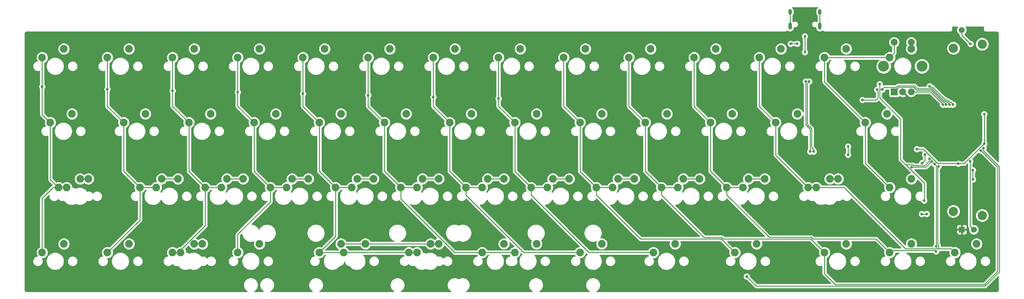
<source format=gbr>
%TF.GenerationSoftware,KiCad,Pcbnew,(5.1.9)-1*%
%TF.CreationDate,2021-09-16T08:02:45-07:00*%
%TF.ProjectId,letItSlide,6c657449-7453-46c6-9964-652e6b696361,rev?*%
%TF.SameCoordinates,Original*%
%TF.FileFunction,Copper,L1,Top*%
%TF.FilePolarity,Positive*%
%FSLAX46Y46*%
G04 Gerber Fmt 4.6, Leading zero omitted, Abs format (unit mm)*
G04 Created by KiCad (PCBNEW (5.1.9)-1) date 2021-09-16 08:02:45*
%MOMM*%
%LPD*%
G01*
G04 APERTURE LIST*
%TA.AperFunction,ComponentPad*%
%ADD10O,1.000000X2.100000*%
%TD*%
%TA.AperFunction,ComponentPad*%
%ADD11O,1.000000X1.600000*%
%TD*%
%TA.AperFunction,ComponentPad*%
%ADD12C,2.700000*%
%TD*%
%TA.AperFunction,ComponentPad*%
%ADD13C,1.750000*%
%TD*%
%TA.AperFunction,ComponentPad*%
%ADD14R,1.750000X1.750000*%
%TD*%
%TA.AperFunction,ComponentPad*%
%ADD15R,2.000000X2.000000*%
%TD*%
%TA.AperFunction,ComponentPad*%
%ADD16C,2.000000*%
%TD*%
%TA.AperFunction,ComponentPad*%
%ADD17C,3.200000*%
%TD*%
%TA.AperFunction,ComponentPad*%
%ADD18C,2.250000*%
%TD*%
%TA.AperFunction,ViaPad*%
%ADD19C,0.800000*%
%TD*%
%TA.AperFunction,Conductor*%
%ADD20C,0.250000*%
%TD*%
%TA.AperFunction,Conductor*%
%ADD21C,0.254000*%
%TD*%
%TA.AperFunction,Conductor*%
%ADD22C,0.100000*%
%TD*%
G04 APERTURE END LIST*
D10*
%TO.P,USB1,S1*%
%TO.N,Earth*%
X249588956Y-14440947D03*
X240948956Y-14440947D03*
D11*
X240948956Y-10260947D03*
X249588956Y-10260947D03*
%TD*%
D12*
%TO.P,SLIDE1,MP*%
%TO.N,N/C*%
X297058057Y-19727500D03*
X297058057Y-69927500D03*
X288658057Y-20927500D03*
X288658057Y-68727500D03*
D13*
%TO.P,SLIDE1,3*%
%TO.N,+5V*%
X291108057Y-15577500D03*
%TO.P,SLIDE1,2*%
%TO.N,ANAL_IN*%
X294608057Y-74077500D03*
D14*
%TO.P,SLIDE1,1*%
%TO.N,GND*%
X291108057Y-74077500D03*
%TD*%
D15*
%TO.P,RE1,A*%
%TO.N,MG2*%
X271349700Y-33694392D03*
D16*
%TO.P,RE1,C*%
%TO.N,GND*%
X273849700Y-33694392D03*
%TO.P,RE1,B*%
%TO.N,MG1*%
X276349700Y-33694392D03*
D17*
%TO.P,RE1,MP*%
%TO.N,N/C*%
X268249700Y-26194392D03*
X279449700Y-26194392D03*
D16*
%TO.P,RE1,S2*%
%TO.N,c13*%
X271349700Y-19194392D03*
%TO.P,RE1,S1*%
%TO.N,Net-(D52-Pad2)*%
X276349700Y-19194392D03*
%TD*%
D18*
%TO.P,MX44-6u1,1*%
%TO.N,c5*%
X131921820Y-80804100D03*
%TO.P,MX44-6u1,2*%
%TO.N,Net-(D44-Pad2)*%
X138271820Y-78264100D03*
%TD*%
%TO.P,MX44-6.25u1,2*%
%TO.N,Net-(D44-Pad2)*%
X135890560Y-78264100D03*
%TO.P,MX44-6.25u1,1*%
%TO.N,c5*%
X129540560Y-80804100D03*
%TD*%
%TO.P,MX44-3u1,2*%
%TO.N,Net-(D44-Pad2)*%
X109696340Y-78263820D03*
%TO.P,MX44-3u1,1*%
%TO.N,c5*%
X103346340Y-80803820D03*
%TD*%
%TO.P,MX45-3u1,2*%
%TO.N,Net-(D45-Pad2)*%
X166846388Y-78263820D03*
%TO.P,MX45-3u1,1*%
%TO.N,c6*%
X160496388Y-80803820D03*
%TD*%
%TO.P,MX42-1.25u1,2*%
%TO.N,Net-(D42-Pad2)*%
X69215280Y-78264100D03*
%TO.P,MX42-1.25u1,1*%
%TO.N,c3*%
X62865280Y-80804100D03*
%TD*%
%TO.P,MX30,1*%
%TO.N,c4*%
X93821661Y-61754020D03*
%TO.P,MX30,2*%
%TO.N,Net-(D30-Pad2)*%
X100171661Y-59214020D03*
%TD*%
%TO.P,MX37,1*%
%TO.N,c11*%
X227172220Y-61754020D03*
%TO.P,MX37,2*%
%TO.N,Net-(D37-Pad2)*%
X233522220Y-59214020D03*
%TD*%
%TO.P,MX35,1*%
%TO.N,c9*%
X189072060Y-61754020D03*
%TO.P,MX35,2*%
%TO.N,Net-(D35-Pad2)*%
X195422060Y-59214020D03*
%TD*%
%TO.P,MX33,1*%
%TO.N,c7*%
X150971900Y-61754020D03*
%TO.P,MX33,2*%
%TO.N,Net-(D33-Pad2)*%
X157321900Y-59214020D03*
%TD*%
%TO.P,MX31,1*%
%TO.N,c5*%
X112871740Y-61754020D03*
%TO.P,MX31,2*%
%TO.N,Net-(D31-Pad2)*%
X119221740Y-59214020D03*
%TD*%
%TO.P,MX29,1*%
%TO.N,c3*%
X74771580Y-61754020D03*
%TO.P,MX29,2*%
%TO.N,Net-(D29-Pad2)*%
X81121580Y-59214020D03*
%TD*%
%TO.P,MX36,1*%
%TO.N,c10*%
X208122140Y-61754020D03*
%TO.P,MX36,2*%
%TO.N,Net-(D36-Pad2)*%
X214472140Y-59214020D03*
%TD*%
%TO.P,MX32,1*%
%TO.N,c6*%
X131921820Y-61754020D03*
%TO.P,MX32,2*%
%TO.N,Net-(D32-Pad2)*%
X138271820Y-59214020D03*
%TD*%
%TO.P,MX34,1*%
%TO.N,c8*%
X170021981Y-61754020D03*
%TO.P,MX34,2*%
%TO.N,Net-(D34-Pad2)*%
X176371981Y-59214020D03*
%TD*%
%TO.P,MX28,1*%
%TO.N,c2*%
X55721500Y-61754020D03*
%TO.P,MX28,2*%
%TO.N,Net-(D28-Pad2)*%
X62071500Y-59214020D03*
%TD*%
%TO.P,MX37,2*%
%TO.N,Net-(D37-Pad2)*%
X228759700Y-59214020D03*
%TO.P,MX37,1*%
%TO.N,c11*%
X222409700Y-61754020D03*
%TD*%
%TO.P,MX36,2*%
%TO.N,Net-(D36-Pad2)*%
X209709620Y-59214020D03*
%TO.P,MX36,1*%
%TO.N,c10*%
X203359620Y-61754020D03*
%TD*%
%TO.P,MX35,2*%
%TO.N,Net-(D35-Pad2)*%
X190659540Y-59214020D03*
%TO.P,MX35,1*%
%TO.N,c9*%
X184309540Y-61754020D03*
%TD*%
%TO.P,MX34,2*%
%TO.N,Net-(D34-Pad2)*%
X171609460Y-59214020D03*
%TO.P,MX34,1*%
%TO.N,c8*%
X165259460Y-61754020D03*
%TD*%
%TO.P,MX33,2*%
%TO.N,Net-(D33-Pad2)*%
X152559380Y-59214020D03*
%TO.P,MX33,1*%
%TO.N,c7*%
X146209380Y-61754020D03*
%TD*%
%TO.P,MX32,2*%
%TO.N,Net-(D32-Pad2)*%
X133509300Y-59214020D03*
%TO.P,MX32,1*%
%TO.N,c6*%
X127159300Y-61754020D03*
%TD*%
%TO.P,MX31,2*%
%TO.N,Net-(D31-Pad2)*%
X114459220Y-59214020D03*
%TO.P,MX31,1*%
%TO.N,c5*%
X108109220Y-61754020D03*
%TD*%
%TO.P,MX30,2*%
%TO.N,Net-(D30-Pad2)*%
X95409140Y-59214020D03*
%TO.P,MX30,1*%
%TO.N,c4*%
X89059140Y-61754020D03*
%TD*%
%TO.P,MX29,2*%
%TO.N,Net-(D29-Pad2)*%
X76359060Y-59214020D03*
%TO.P,MX29,1*%
%TO.N,c3*%
X70009060Y-61754020D03*
%TD*%
%TO.P,MX28,2*%
%TO.N,Net-(D28-Pad2)*%
X57308980Y-59214020D03*
%TO.P,MX28,1*%
%TO.N,c2*%
X50958980Y-61754020D03*
%TD*%
%TO.P,MX38-1.25u1,2*%
%TO.N,Net-(D38-Pad2)*%
X254953560Y-59214020D03*
%TO.P,MX38-1.25u1,1*%
%TO.N,c12*%
X248603560Y-61754020D03*
%TD*%
%TO.P,MX27-1.75u1,2*%
%TO.N,Net-(D27-Pad2)*%
X35877640Y-59214020D03*
%TO.P,MX27-1.75u1,1*%
%TO.N,c1*%
X29527640Y-61754020D03*
%TD*%
%TO.P,MX52,2*%
%TO.N,Net-(D52-Pad2)*%
X276384900Y-21113860D03*
%TO.P,MX52,1*%
%TO.N,c13*%
X270034900Y-23653860D03*
%TD*%
%TO.P,MX51,2*%
%TO.N,Net-(D51-Pad2)*%
X295434980Y-78264100D03*
%TO.P,MX51,1*%
%TO.N,c12*%
X289084980Y-80804100D03*
%TD*%
%TO.P,MX50,2*%
%TO.N,Net-(D50-Pad2)*%
X276384900Y-78264100D03*
%TO.P,MX50,1*%
%TO.N,c11*%
X270034900Y-80804100D03*
%TD*%
%TO.P,MX49,2*%
%TO.N,Net-(D49-Pad2)*%
X257334820Y-78264100D03*
%TO.P,MX49,1*%
%TO.N,c10*%
X250984820Y-80804100D03*
%TD*%
%TO.P,MX48,2*%
%TO.N,Net-(D48-Pad2)*%
X231140960Y-78264100D03*
%TO.P,MX48,1*%
%TO.N,c9*%
X224790960Y-80804100D03*
%TD*%
%TO.P,MX47,2*%
%TO.N,Net-(D47-Pad2)*%
X207328360Y-78264100D03*
%TO.P,MX47,1*%
%TO.N,c8*%
X200978360Y-80804100D03*
%TD*%
%TO.P,MX46,2*%
%TO.N,Net-(D46-Pad2)*%
X185897020Y-78264100D03*
%TO.P,MX46,1*%
%TO.N,c7*%
X179547020Y-80804100D03*
%TD*%
%TO.P,MX45,2*%
%TO.N,Net-(D45-Pad2)*%
X157321900Y-78264100D03*
%TO.P,MX45,1*%
%TO.N,c6*%
X150971900Y-80804100D03*
%TD*%
%TO.P,MX44,2*%
%TO.N,Net-(D44-Pad2)*%
X116840480Y-78264100D03*
%TO.P,MX44,1*%
%TO.N,c5*%
X110490480Y-80804100D03*
%TD*%
%TO.P,MX43,2*%
%TO.N,Net-(D43-Pad2)*%
X85884100Y-78264100D03*
%TO.P,MX43,1*%
%TO.N,c4*%
X79534100Y-80804100D03*
%TD*%
%TO.P,MX42,2*%
%TO.N,Net-(D42-Pad2)*%
X66834020Y-78264100D03*
%TO.P,MX42,1*%
%TO.N,c3*%
X60484020Y-80804100D03*
%TD*%
%TO.P,MX41,2*%
%TO.N,Net-(D41-Pad2)*%
X47783940Y-78264100D03*
%TO.P,MX41,1*%
%TO.N,c2*%
X41433940Y-80804100D03*
%TD*%
%TO.P,MX40,2*%
%TO.N,Net-(D40-Pad2)*%
X28733860Y-78264100D03*
%TO.P,MX40,1*%
%TO.N,c1*%
X22383860Y-80804100D03*
%TD*%
%TO.P,MX39,2*%
%TO.N,Net-(D39-Pad2)*%
X276384900Y-59214020D03*
%TO.P,MX39,1*%
%TO.N,c13*%
X270034900Y-61754020D03*
%TD*%
%TO.P,MX38,2*%
%TO.N,Net-(D38-Pad2)*%
X252572300Y-59214020D03*
%TO.P,MX38,1*%
%TO.N,c12*%
X246222300Y-61754020D03*
%TD*%
%TO.P,MX27,2*%
%TO.N,Net-(D27-Pad2)*%
X33496380Y-59214020D03*
%TO.P,MX27,1*%
%TO.N,c1*%
X27146380Y-61754020D03*
%TD*%
%TO.P,MX26,2*%
%TO.N,Net-(D26-Pad2)*%
X269241120Y-40163940D03*
%TO.P,MX26,1*%
%TO.N,c13*%
X262891120Y-42703940D03*
%TD*%
%TO.P,MX25,2*%
%TO.N,Net-(D25-Pad2)*%
X243047260Y-40163940D03*
%TO.P,MX25,1*%
%TO.N,c12*%
X236697260Y-42703940D03*
%TD*%
%TO.P,MX24,2*%
%TO.N,Net-(D24-Pad2)*%
X223997180Y-40163940D03*
%TO.P,MX24,1*%
%TO.N,c11*%
X217647180Y-42703940D03*
%TD*%
%TO.P,MX23,2*%
%TO.N,Net-(D23-Pad2)*%
X204947100Y-40163940D03*
%TO.P,MX23,1*%
%TO.N,c10*%
X198597100Y-42703940D03*
%TD*%
%TO.P,MX22,2*%
%TO.N,Net-(D22-Pad2)*%
X185897020Y-40163940D03*
%TO.P,MX22,1*%
%TO.N,c9*%
X179547020Y-42703940D03*
%TD*%
%TO.P,MX21,2*%
%TO.N,Net-(D21-Pad2)*%
X166846940Y-40163940D03*
%TO.P,MX21,1*%
%TO.N,c8*%
X160496940Y-42703940D03*
%TD*%
%TO.P,MX20,2*%
%TO.N,Net-(D20-Pad2)*%
X147796860Y-40163940D03*
%TO.P,MX20,1*%
%TO.N,c7*%
X141446860Y-42703940D03*
%TD*%
%TO.P,MX19,2*%
%TO.N,Net-(D19-Pad2)*%
X128746780Y-40163940D03*
%TO.P,MX19,1*%
%TO.N,c6*%
X122396780Y-42703940D03*
%TD*%
%TO.P,MX18,2*%
%TO.N,Net-(D18-Pad2)*%
X109696700Y-40163940D03*
%TO.P,MX18,1*%
%TO.N,c5*%
X103346700Y-42703940D03*
%TD*%
%TO.P,MX17,2*%
%TO.N,Net-(D17-Pad2)*%
X90646620Y-40163940D03*
%TO.P,MX17,1*%
%TO.N,c4*%
X84296620Y-42703940D03*
%TD*%
%TO.P,MX16,2*%
%TO.N,Net-(D16-Pad2)*%
X71596540Y-40163940D03*
%TO.P,MX16,1*%
%TO.N,c3*%
X65246540Y-42703940D03*
%TD*%
%TO.P,MX15,2*%
%TO.N,Net-(D15-Pad2)*%
X52546460Y-40163940D03*
%TO.P,MX15,1*%
%TO.N,c2*%
X46196460Y-42703940D03*
%TD*%
%TO.P,MX14,2*%
%TO.N,Net-(D14-Pad2)*%
X31115120Y-40163940D03*
%TO.P,MX14,1*%
%TO.N,c1*%
X24765120Y-42703940D03*
%TD*%
%TO.P,MX13,2*%
%TO.N,Net-(D13-Pad2)*%
X257334820Y-21113860D03*
%TO.P,MX13,1*%
%TO.N,c13*%
X250984820Y-23653860D03*
%TD*%
%TO.P,MX12,2*%
%TO.N,Net-(D12-Pad2)*%
X238284740Y-21113860D03*
%TO.P,MX12,1*%
%TO.N,c12*%
X231934740Y-23653860D03*
%TD*%
%TO.P,MX11,2*%
%TO.N,Net-(D11-Pad2)*%
X219234660Y-21113860D03*
%TO.P,MX11,1*%
%TO.N,c11*%
X212884660Y-23653860D03*
%TD*%
%TO.P,MX10,2*%
%TO.N,Net-(D10-Pad2)*%
X200184580Y-21113860D03*
%TO.P,MX10,1*%
%TO.N,c10*%
X193834580Y-23653860D03*
%TD*%
%TO.P,MX9,2*%
%TO.N,Net-(D9-Pad2)*%
X181134500Y-21113860D03*
%TO.P,MX9,1*%
%TO.N,c9*%
X174784500Y-23653860D03*
%TD*%
%TO.P,MX8,2*%
%TO.N,Net-(D8-Pad2)*%
X162084420Y-21113860D03*
%TO.P,MX8,1*%
%TO.N,c8*%
X155734420Y-23653860D03*
%TD*%
%TO.P,MX7,2*%
%TO.N,Net-(D7-Pad2)*%
X143034340Y-21113860D03*
%TO.P,MX7,1*%
%TO.N,c7*%
X136684340Y-23653860D03*
%TD*%
%TO.P,MX6,2*%
%TO.N,Net-(D6-Pad2)*%
X123984260Y-21113860D03*
%TO.P,MX6,1*%
%TO.N,c6*%
X117634260Y-23653860D03*
%TD*%
%TO.P,MX5,2*%
%TO.N,Net-(D5-Pad2)*%
X104934180Y-21113860D03*
%TO.P,MX5,1*%
%TO.N,c5*%
X98584180Y-23653860D03*
%TD*%
%TO.P,MX4,2*%
%TO.N,Net-(D4-Pad2)*%
X85884100Y-21113860D03*
%TO.P,MX4,1*%
%TO.N,c4*%
X79534100Y-23653860D03*
%TD*%
%TO.P,MX3,2*%
%TO.N,Net-(D3-Pad2)*%
X66834020Y-21113860D03*
%TO.P,MX3,1*%
%TO.N,c3*%
X60484020Y-23653860D03*
%TD*%
%TO.P,MX2,2*%
%TO.N,Net-(D2-Pad2)*%
X47783940Y-21113860D03*
%TO.P,MX2,1*%
%TO.N,c2*%
X41433940Y-23653860D03*
%TD*%
%TO.P,MX1,2*%
%TO.N,Net-(D1-Pad2)*%
X28733860Y-21113860D03*
%TO.P,MX1,1*%
%TO.N,c1*%
X22383860Y-23653860D03*
%TD*%
D19*
%TO.N,+5V*%
X290106502Y-54750000D03*
X277965000Y-50485000D03*
X297670000Y-48900000D03*
X297650000Y-40240000D03*
X293650000Y-19646694D03*
%TO.N,GND*%
X247570000Y-19640000D03*
X245284572Y-27633653D03*
X247184582Y-27650000D03*
X249500000Y-16539077D03*
X292925000Y-35350000D03*
X294375000Y-35350000D03*
X279800000Y-37350000D03*
X261400000Y-37525000D03*
X296040000Y-39300000D03*
%TO.N,VCC*%
X243000000Y-19600000D03*
X241099989Y-19610000D03*
%TO.N,D+*%
X245239940Y-17430060D03*
X245250000Y-22060000D03*
%TO.N,MG2*%
X286550003Y-37440522D03*
%TO.N,MG1*%
X285550000Y-37440522D03*
%TO.N,ANAL_IN*%
X293562347Y-54062347D03*
%TO.N,Net-(R2-Pad2)*%
X257860800Y-49740666D03*
X257860800Y-52139200D03*
X294330859Y-56680000D03*
X294345382Y-59364523D03*
%TO.N,Net-(R5-Pad1)*%
X246500000Y-30690650D03*
X247800000Y-51190666D03*
%TO.N,Net-(R6-Pad1)*%
X245499997Y-30690650D03*
X246800000Y-51190666D03*
%TO.N,r1*%
X281693988Y-32069374D03*
X288550009Y-37440522D03*
%TO.N,r2*%
X287550006Y-37440522D03*
X262084912Y-36065721D03*
X266375000Y-33050000D03*
X267825000Y-33050000D03*
%TO.N,r3*%
X279399901Y-69500000D03*
X279500000Y-54593787D03*
X280849901Y-69500000D03*
X280330323Y-52055018D03*
%TO.N,r4*%
X280100000Y-65550000D03*
X267100000Y-31450000D03*
X281657653Y-53382347D03*
%TO.N,c1*%
X22383860Y-32183860D03*
%TO.N,c2*%
X41433940Y-32916060D03*
%TO.N,c3*%
X60484020Y-33365980D03*
%TO.N,c4*%
X79534100Y-33815900D03*
%TO.N,c5*%
X98584180Y-34265820D03*
%TO.N,c6*%
X117634260Y-34715740D03*
%TO.N,c7*%
X136684340Y-35215660D03*
%TO.N,c8*%
X155734420Y-35665580D03*
%TO.N,c9*%
X297419455Y-50205239D03*
X228250000Y-87840698D03*
%TO.N,c10*%
X296712347Y-50912347D03*
%TO.N,c11*%
X283600000Y-78989101D03*
X283580000Y-80439101D03*
X283099032Y-54823727D03*
%TO.N,c12*%
X284318606Y-55534854D03*
%TO.N,c13*%
X276472900Y-55777099D03*
X282391924Y-54116619D03*
%TD*%
D20*
%TO.N,Net-(D27-Pad2)*%
X33496380Y-59214020D02*
X35877640Y-59214020D01*
%TO.N,Net-(D28-Pad2)*%
X57308980Y-59214020D02*
X62071500Y-59214020D01*
%TO.N,Net-(D29-Pad2)*%
X76359060Y-59214020D02*
X81121580Y-59214020D01*
%TO.N,Net-(D30-Pad2)*%
X95409140Y-59214020D02*
X100171661Y-59214020D01*
%TO.N,Net-(D31-Pad2)*%
X114459220Y-59214020D02*
X119221740Y-59214020D01*
%TO.N,Net-(D32-Pad2)*%
X133509300Y-59214020D02*
X138271820Y-59214020D01*
%TO.N,Net-(D33-Pad2)*%
X152559380Y-59214020D02*
X157321900Y-59214020D01*
%TO.N,Net-(D34-Pad2)*%
X171609460Y-59214020D02*
X176371981Y-59214020D01*
%TO.N,Net-(D35-Pad2)*%
X190659540Y-59214020D02*
X195422060Y-59214020D01*
%TO.N,Net-(D36-Pad2)*%
X209709620Y-59214020D02*
X214472140Y-59214020D01*
%TO.N,Net-(D37-Pad2)*%
X228759700Y-59214020D02*
X233522220Y-59214020D01*
%TO.N,Net-(D38-Pad2)*%
X252572300Y-59214020D02*
X254953560Y-59214020D01*
%TO.N,Net-(D42-Pad2)*%
X66834020Y-78264100D02*
X69215280Y-78264100D01*
%TO.N,Net-(D44-Pad2)*%
X109696620Y-78264100D02*
X109696340Y-78263820D01*
X116840480Y-78264100D02*
X109696620Y-78264100D01*
X135890560Y-78264100D02*
X138271820Y-78264100D01*
X116840480Y-78264100D02*
X135890560Y-78264100D01*
%TO.N,Net-(D45-Pad2)*%
X157322180Y-78263820D02*
X157321900Y-78264100D01*
%TO.N,+5V*%
X290106502Y-54750000D02*
X284098307Y-54750000D01*
X279833307Y-50485000D02*
X277965000Y-50485000D01*
X284098307Y-54750000D02*
X279833307Y-50485000D01*
X297650000Y-48880000D02*
X297670000Y-48900000D01*
X297650000Y-40240000D02*
X297650000Y-48880000D01*
X297651692Y-48900000D02*
X297670000Y-48900000D01*
X291801692Y-54750000D02*
X297651692Y-48900000D01*
X290106502Y-54750000D02*
X291801692Y-54750000D01*
X291108057Y-17104751D02*
X291108057Y-15828148D01*
X293650000Y-19646694D02*
X291108057Y-17104751D01*
%TO.N,GND*%
X247168235Y-27633653D02*
X247184582Y-27650000D01*
X245284572Y-27633653D02*
X247168235Y-27633653D01*
X249500000Y-17710000D02*
X247570000Y-19640000D01*
X249500000Y-16539077D02*
X249500000Y-17710000D01*
X292925000Y-35350000D02*
X294375000Y-35350000D01*
X277505308Y-37350000D02*
X279800000Y-37350000D01*
X273849700Y-33694392D02*
X277505308Y-37350000D01*
%TO.N,VCC*%
X241109989Y-19600000D02*
X241099989Y-19610000D01*
X243000000Y-19600000D02*
X241109989Y-19600000D01*
%TO.N,D+*%
X245239940Y-22049940D02*
X245250000Y-22060000D01*
X245239940Y-17430060D02*
X245239940Y-22049940D01*
%TO.N,MG2*%
X285302056Y-36352056D02*
X285665521Y-36715521D01*
X285297944Y-36352056D02*
X285302056Y-36352056D01*
X282190271Y-33244383D02*
X285297944Y-36352056D01*
X277994382Y-33244382D02*
X282190271Y-33244383D01*
X277119391Y-32369391D02*
X277994382Y-33244382D01*
X272674701Y-32369391D02*
X277119391Y-32369391D01*
X271349700Y-33694392D02*
X272674701Y-32369391D01*
X286550003Y-37367523D02*
X286550003Y-37440522D01*
X285898001Y-36715521D02*
X286550003Y-37367523D01*
X285665521Y-36715521D02*
X285898001Y-36715521D01*
%TO.N,MG1*%
X276349700Y-33694392D02*
X282003870Y-33694392D01*
X285350000Y-37040522D02*
X282003870Y-33694392D01*
X285350000Y-37240522D02*
X285350000Y-37040522D01*
X285550000Y-37440522D02*
X285350000Y-37240522D01*
%TO.N,ANAL_IN*%
X293605859Y-54105859D02*
X293562347Y-54062347D01*
X293562347Y-73031790D02*
X294608057Y-74077500D01*
X293562347Y-54062347D02*
X293562347Y-73031790D01*
%TO.N,Earth*%
X240948956Y-14440947D02*
X240948956Y-10260947D01*
X249588956Y-14440947D02*
X249588956Y-10260947D01*
%TO.N,Net-(R2-Pad2)*%
X257860800Y-49740666D02*
X257860800Y-52139200D01*
X294330859Y-59350000D02*
X294345382Y-59364523D01*
X294330859Y-56680000D02*
X294330859Y-59350000D01*
%TO.N,Net-(R5-Pad1)*%
X247800003Y-51190663D02*
X247800000Y-51190666D01*
X246500000Y-30763649D02*
X246500000Y-30690650D01*
X245950007Y-31313642D02*
X246500000Y-30763649D01*
X247237270Y-44481538D02*
X245950007Y-43194275D01*
X247800000Y-50624981D02*
X247237271Y-50062252D01*
X245950007Y-43194275D02*
X245950007Y-31313642D01*
X247237271Y-50062252D02*
X247237270Y-44481538D01*
X247800000Y-51190666D02*
X247800000Y-50624981D01*
%TO.N,Net-(R6-Pad1)*%
X245499997Y-30690650D02*
X245499997Y-32000003D01*
X245499997Y-32000003D02*
X245499997Y-32140650D01*
X246787261Y-51177927D02*
X246800000Y-51190666D01*
X246787261Y-44667939D02*
X246787261Y-51177927D01*
X245499997Y-43380675D02*
X246787261Y-44667939D01*
X245499997Y-32000003D02*
X245499997Y-43380675D01*
%TO.N,r1*%
X287898007Y-36715521D02*
X288550009Y-37367523D01*
X287068884Y-36249991D02*
X287534414Y-36715521D01*
X286705290Y-36249990D02*
X287068884Y-36249991D01*
X285674858Y-35452038D02*
X286038322Y-35815502D01*
X286038322Y-35815502D02*
X286270803Y-35815503D01*
X285670744Y-35452037D02*
X285674858Y-35452038D01*
X282563070Y-32344364D02*
X285670744Y-35452037D01*
X288550009Y-37367523D02*
X288550009Y-37440522D01*
X286270803Y-35815503D02*
X286705290Y-36249990D01*
X281944364Y-32344364D02*
X282563070Y-32344364D01*
X281693988Y-32093988D02*
X281944364Y-32344364D01*
X287534414Y-36715521D02*
X287898007Y-36715521D01*
X281693988Y-32069374D02*
X281693988Y-32093988D01*
%TO.N,r2*%
X287550006Y-37440522D02*
X287550006Y-37367523D01*
X286882483Y-36700000D02*
X286518890Y-36700000D01*
X287550006Y-37367523D02*
X286882483Y-36700000D01*
X286518890Y-36700000D02*
X286084402Y-36265512D01*
X286084402Y-36265512D02*
X285851922Y-36265512D01*
X285488457Y-35902047D02*
X285484345Y-35902047D01*
X285851922Y-36265512D02*
X285488457Y-35902047D01*
X285484345Y-35902047D02*
X282966149Y-33383851D01*
X282966149Y-33383851D02*
X282376670Y-32794374D01*
X282376670Y-32794374D02*
X278180784Y-32794374D01*
X278180784Y-32794374D02*
X277305791Y-31919381D01*
X272488300Y-31919382D02*
X272038291Y-32369391D01*
X277305791Y-31919381D02*
X272488300Y-31919382D01*
X268505609Y-32369391D02*
X267825000Y-33050000D01*
X272038291Y-32369391D02*
X268505609Y-32369391D01*
X266649990Y-33324990D02*
X266375000Y-33050000D01*
X266649990Y-35500000D02*
X266649990Y-33324990D01*
X266084269Y-36065721D02*
X266649990Y-35500000D01*
X262084912Y-36065721D02*
X266084269Y-36065721D01*
%TO.N,r3*%
X280849901Y-69500000D02*
X279399901Y-69500000D01*
X280330323Y-53763464D02*
X279500000Y-54593787D01*
X280330323Y-52055018D02*
X280330323Y-53763464D01*
%TO.N,r4*%
X273248667Y-53578170D02*
X273248667Y-41671910D01*
X280124901Y-65525099D02*
X280124901Y-60454405D01*
X280100000Y-65550000D02*
X280124901Y-65525099D01*
X280124901Y-60454405D02*
X275010248Y-55339752D01*
X276820901Y-55052098D02*
X276124899Y-55052098D01*
X277087590Y-55318787D02*
X276820901Y-55052098D01*
X274722596Y-55052098D02*
X274710249Y-55039751D01*
X276124899Y-55052098D02*
X274722596Y-55052098D01*
X274710249Y-55039751D02*
X273248667Y-53578170D01*
X275010248Y-55339752D02*
X274710249Y-55039751D01*
X267100000Y-35523242D02*
X267363379Y-35786621D01*
X267100000Y-31450000D02*
X267100000Y-35523242D01*
X273248667Y-41671910D02*
X267363379Y-35786621D01*
X280286898Y-55318787D02*
X278738787Y-55318787D01*
X281657653Y-53382347D02*
X281657653Y-53948032D01*
X281657653Y-53948032D02*
X280286898Y-55318787D01*
X278738787Y-55318787D02*
X277087590Y-55318787D01*
X279528787Y-55318787D02*
X278738787Y-55318787D01*
%TO.N,c1*%
X27146380Y-61754020D02*
X29527640Y-61754020D01*
X22383860Y-40322680D02*
X24765120Y-42703940D01*
X24765120Y-59372760D02*
X27146380Y-61754020D01*
X24765120Y-42703940D02*
X24765120Y-59372760D01*
X22383860Y-64925550D02*
X22383860Y-80804100D01*
X25555390Y-61754020D02*
X22383860Y-64925550D01*
X27146380Y-61754020D02*
X25555390Y-61754020D01*
X22383860Y-32616140D02*
X22383860Y-40322680D01*
X22383860Y-32183860D02*
X22383860Y-32616140D01*
X22383860Y-23653860D02*
X22383860Y-32183860D01*
%TO.N,c2*%
X50958980Y-61754020D02*
X55721500Y-61754020D01*
X41433940Y-37941420D02*
X46196460Y-42703940D01*
X41433940Y-23653860D02*
X41433940Y-32916060D01*
X46196460Y-56991500D02*
X50958980Y-61754020D01*
X46196460Y-42703940D02*
X46196460Y-56991500D01*
X50958980Y-71279060D02*
X41433940Y-80804100D01*
X50958980Y-61754020D02*
X50958980Y-71279060D01*
X41433940Y-32916060D02*
X41433940Y-37941420D01*
%TO.N,c3*%
X70009060Y-61754020D02*
X74771580Y-61754020D01*
X60484020Y-37941420D02*
X65246540Y-42703940D01*
X60484020Y-23653860D02*
X60484020Y-33365980D01*
X65246540Y-56991500D02*
X70009060Y-61754020D01*
X65246540Y-42703940D02*
X65246540Y-56991500D01*
X62865280Y-80086838D02*
X62865280Y-80804100D01*
X70009060Y-72943058D02*
X62865280Y-80086838D01*
X70009060Y-61754020D02*
X70009060Y-72943058D01*
X60484020Y-80804100D02*
X62865280Y-80804100D01*
X60484020Y-33365980D02*
X60484020Y-37941420D01*
%TO.N,c4*%
X89059140Y-61754020D02*
X93821661Y-61754020D01*
X79534100Y-37941420D02*
X84296620Y-42703940D01*
X79534100Y-23653860D02*
X79534100Y-33815900D01*
X84296620Y-56991500D02*
X89059140Y-61754020D01*
X84296620Y-42703940D02*
X84296620Y-56991500D01*
X79534100Y-75473686D02*
X79534100Y-80804100D01*
X89059140Y-65948646D02*
X79534100Y-75473686D01*
X89059140Y-61754020D02*
X89059140Y-65948646D01*
X79534100Y-33815900D02*
X79534100Y-37941420D01*
%TO.N,c5*%
X108109220Y-61754020D02*
X112871740Y-61754020D01*
X110490200Y-80803820D02*
X110490480Y-80804100D01*
X103346340Y-80803820D02*
X110490200Y-80803820D01*
X129540560Y-80804100D02*
X131921820Y-80804100D01*
X98584180Y-37941420D02*
X103346700Y-42703940D01*
X98584180Y-23653860D02*
X98584180Y-34265820D01*
X103346700Y-56991500D02*
X108109220Y-61754020D01*
X103346700Y-42703940D02*
X103346700Y-56991500D01*
X108109220Y-76040940D02*
X103346340Y-80803820D01*
X108109220Y-61754020D02*
X108109220Y-76040940D01*
X110490480Y-80804100D02*
X129540560Y-80804100D01*
X98584180Y-34265820D02*
X98584180Y-37941420D01*
%TO.N,c6*%
X131921820Y-61754020D02*
X127159300Y-61754020D01*
X160496108Y-80804100D02*
X160496388Y-80803820D01*
X150971900Y-80804100D02*
X160496108Y-80804100D01*
X117634260Y-37941420D02*
X122396780Y-42703940D01*
X117634260Y-23653860D02*
X117634260Y-34715740D01*
X122396780Y-56991500D02*
X127159300Y-61754020D01*
X122396780Y-42703940D02*
X122396780Y-56991500D01*
X127159300Y-65005578D02*
X142957822Y-80804100D01*
X142957822Y-80804100D02*
X150971900Y-80804100D01*
X127159300Y-61754020D02*
X127159300Y-65005578D01*
X117634260Y-34715740D02*
X117634260Y-37941420D01*
%TO.N,c7*%
X150971900Y-61754020D02*
X146209380Y-61754020D01*
X136684340Y-37941420D02*
X141446860Y-42703940D01*
X136684340Y-23653860D02*
X136684340Y-35215660D01*
X141446860Y-56991500D02*
X146209380Y-61754020D01*
X141446860Y-42703940D02*
X141446860Y-56991500D01*
X163097486Y-80804100D02*
X179547020Y-80804100D01*
X146209380Y-63915994D02*
X163097486Y-80804100D01*
X146209380Y-61754020D02*
X146209380Y-63915994D01*
X136684340Y-35215660D02*
X136684340Y-37941420D01*
%TO.N,c8*%
X165259460Y-61754020D02*
X170021981Y-61754020D01*
X155734420Y-37941420D02*
X160496940Y-42703940D01*
X155734420Y-23653860D02*
X155734420Y-35665580D01*
X160496940Y-56991500D02*
X165259460Y-61754020D01*
X160496940Y-42703940D02*
X160496940Y-56991500D01*
X182147566Y-80804100D02*
X200978360Y-80804100D01*
X165259460Y-63915994D02*
X182147566Y-80804100D01*
X165259460Y-61754020D02*
X165259460Y-63915994D01*
X155734420Y-35665580D02*
X155734420Y-37941420D01*
%TO.N,c9*%
X189072060Y-61754020D02*
X184309540Y-61754020D01*
X174784500Y-37941420D02*
X179547020Y-42703940D01*
X174784500Y-23653860D02*
X174784500Y-36115500D01*
X179547020Y-56991500D02*
X184309540Y-61754020D01*
X179547020Y-42703940D02*
X179547020Y-56991500D01*
X220800959Y-76814099D02*
X224790960Y-80804100D01*
X197207645Y-76814099D02*
X220800959Y-76814099D01*
X184309540Y-63915994D02*
X197207645Y-76814099D01*
X184309540Y-61754020D02*
X184309540Y-63915994D01*
X174784500Y-36115500D02*
X174784500Y-37941420D01*
X297437348Y-50223132D02*
X297419455Y-50205239D01*
X297437348Y-51000938D02*
X297437348Y-50223132D01*
X231009302Y-90600000D02*
X231150000Y-90600000D01*
X228250000Y-87840698D02*
X231009302Y-90600000D01*
X231000000Y-90600000D02*
X231150000Y-90600000D01*
X292150000Y-90600000D02*
X297900000Y-90600000D01*
X231150000Y-90600000D02*
X292150000Y-90600000D01*
X292150000Y-90600000D02*
X293131492Y-90600000D01*
X297900000Y-90600000D02*
X302068994Y-86431006D01*
X302068994Y-55632584D02*
X298793205Y-52356795D01*
X302068994Y-86431006D02*
X302068994Y-55632584D01*
X298793205Y-52356795D02*
X297437348Y-51000938D01*
X299624990Y-53188580D02*
X298793205Y-52356795D01*
%TO.N,c10*%
X208122140Y-61754020D02*
X203359620Y-61754020D01*
X193834580Y-37941420D02*
X198597100Y-42703940D01*
X193834580Y-23653860D02*
X193834580Y-36565420D01*
X198597100Y-56991500D02*
X203359620Y-61754020D01*
X198597100Y-42703940D02*
X198597100Y-56991500D01*
X203359620Y-63915994D02*
X215807715Y-76364089D01*
X203359620Y-61754020D02*
X203359620Y-63915994D01*
X215807715Y-76364089D02*
X219506472Y-76364089D01*
X250984820Y-80804100D02*
X246976097Y-76795377D01*
X221418647Y-76795377D02*
X220987359Y-76364089D01*
X246976097Y-76795377D02*
X221418647Y-76795377D01*
X220987359Y-76364089D02*
X220697098Y-76364089D01*
X219506472Y-76364089D02*
X220697098Y-76364089D01*
X296712347Y-50912347D02*
X297700000Y-51900000D01*
X193834580Y-36565420D02*
X193834580Y-37941420D01*
X250984820Y-86934810D02*
X254200000Y-90149990D01*
X250984820Y-80804100D02*
X250984820Y-86934810D01*
X292800010Y-90149990D02*
X297713600Y-90149990D01*
X254200000Y-90149990D02*
X292800010Y-90149990D01*
X292800010Y-90149990D02*
X292945092Y-90149990D01*
X297713600Y-90149990D02*
X301618984Y-86244606D01*
X301618984Y-55818984D02*
X298975000Y-53175000D01*
X301618984Y-86244606D02*
X301618984Y-55818984D01*
X298975000Y-53175000D02*
X296712347Y-50912347D01*
X299174981Y-53374981D02*
X298975000Y-53175000D01*
%TO.N,c11*%
X227172220Y-61754020D02*
X222409700Y-61754020D01*
X212884660Y-37941420D02*
X217647180Y-42703940D01*
X212884660Y-23653860D02*
X212884660Y-37941420D01*
X217647180Y-56991500D02*
X222409700Y-61754020D01*
X217647180Y-42703940D02*
X217647180Y-56991500D01*
X222409700Y-63915994D02*
X222409700Y-61754020D01*
X247162497Y-76345367D02*
X234839073Y-76345367D01*
X247631229Y-76814099D02*
X247162497Y-76345367D01*
X234839073Y-76345367D02*
X222409700Y-63915994D01*
X266044899Y-76814099D02*
X247631229Y-76814099D01*
X270034900Y-80804100D02*
X266044899Y-76814099D01*
X270674889Y-80164111D02*
X270034900Y-80804100D01*
X283593606Y-78982707D02*
X283600000Y-78989101D01*
X283305010Y-80164111D02*
X283154111Y-80164111D01*
X283580000Y-80439101D02*
X283305010Y-80164111D01*
X283154111Y-80164111D02*
X270674889Y-80164111D01*
X283593606Y-55318301D02*
X283099032Y-54823727D01*
X283593606Y-55318300D02*
X283593606Y-55833606D01*
X283593606Y-55833606D02*
X283593606Y-55318301D01*
X283593606Y-55833606D02*
X283593606Y-78982707D01*
%TO.N,c12*%
X246222300Y-61754020D02*
X248603560Y-61754020D01*
X231934740Y-37941420D02*
X236697260Y-42703940D01*
X231934740Y-23653860D02*
X231934740Y-37941420D01*
X236697260Y-52228980D02*
X246222300Y-61754020D01*
X236697260Y-42703940D02*
X236697260Y-52228980D01*
X256729562Y-61754020D02*
X248603560Y-61754020D01*
X274362771Y-79387229D02*
X256729562Y-61754020D01*
X287994981Y-79714101D02*
X289084980Y-80804100D01*
X274362771Y-79387229D02*
X274689643Y-79714101D01*
X286514101Y-79714101D02*
X287994981Y-79714101D01*
X283785899Y-79714101D02*
X286514101Y-79714101D01*
X274689643Y-79714101D02*
X283785899Y-79714101D01*
X284043616Y-78359715D02*
X284043616Y-55809844D01*
X284325001Y-78641100D02*
X284043616Y-78359715D01*
X284325001Y-79337102D02*
X284325001Y-78641100D01*
X284043616Y-55809844D02*
X284318606Y-55534854D01*
X283948002Y-79714101D02*
X284325001Y-79337102D01*
X283785899Y-79714101D02*
X283948002Y-79714101D01*
%TO.N,c13*%
X250984820Y-30797640D02*
X262891120Y-42703940D01*
X250984820Y-23653860D02*
X250984820Y-30797640D01*
X262891120Y-54610240D02*
X270034900Y-61754020D01*
X262891120Y-42703940D02*
X262891120Y-54610240D01*
X271349700Y-22339060D02*
X270034900Y-23653860D01*
X271349700Y-19194392D02*
X271349700Y-22339060D01*
X250984820Y-23653860D02*
X270034900Y-23653860D01*
X276481202Y-55768797D02*
X276472900Y-55777099D01*
X280595781Y-55768797D02*
X276481202Y-55768797D01*
X282174578Y-54190000D02*
X280595781Y-55768797D01*
X282318543Y-54190000D02*
X282174578Y-54190000D01*
X282391924Y-54116619D02*
X282318543Y-54190000D01*
%TD*%
D21*
%TO.N,GND*%
X248955333Y-9012663D02*
X248782507Y-9154498D01*
X248640672Y-9327324D01*
X248535280Y-9524501D01*
X248470379Y-9738449D01*
X248453956Y-9905196D01*
X248453956Y-10616699D01*
X248470379Y-10783446D01*
X248535280Y-10997394D01*
X248640673Y-11194570D01*
X248782508Y-11367396D01*
X248828957Y-11405516D01*
X248828956Y-13046378D01*
X248782507Y-13084498D01*
X248735594Y-13141662D01*
X248613687Y-13060206D01*
X248438978Y-12987839D01*
X248253508Y-12950947D01*
X248064404Y-12950947D01*
X247878934Y-12987839D01*
X247704225Y-13060206D01*
X247546992Y-13165266D01*
X247413275Y-13298983D01*
X247308215Y-13456216D01*
X247235848Y-13630925D01*
X247198956Y-13816395D01*
X247198956Y-14005499D01*
X247235848Y-14190969D01*
X247308215Y-14365678D01*
X247413275Y-14522911D01*
X247546992Y-14656628D01*
X247704225Y-14761688D01*
X247878934Y-14834055D01*
X248064404Y-14870947D01*
X248253508Y-14870947D01*
X248438978Y-14834055D01*
X248453956Y-14827851D01*
X248453956Y-15046699D01*
X248470379Y-15213446D01*
X248535280Y-15427394D01*
X248640673Y-15624570D01*
X248782508Y-15797396D01*
X248955334Y-15939231D01*
X249152510Y-16044623D01*
X249366458Y-16109524D01*
X249588956Y-16131438D01*
X249811455Y-16109524D01*
X250025403Y-16044623D01*
X250222579Y-15939231D01*
X250378699Y-15811106D01*
X250385470Y-15816706D01*
X250475507Y-15890139D01*
X250525326Y-15923238D01*
X250574689Y-15957038D01*
X250582796Y-15961420D01*
X250685381Y-16015966D01*
X250740688Y-16038761D01*
X250795666Y-16062325D01*
X250804470Y-16065050D01*
X250915696Y-16098631D01*
X250974347Y-16110244D01*
X251032884Y-16122687D01*
X251042049Y-16123650D01*
X251157680Y-16134988D01*
X251157690Y-16134988D01*
X251189815Y-16138145D01*
X287650147Y-16130006D01*
X287682500Y-16133193D01*
X287715000Y-16129992D01*
X287715066Y-16129992D01*
X287744803Y-16127057D01*
X287811882Y-16120450D01*
X287811953Y-16120428D01*
X287812028Y-16120421D01*
X287873922Y-16101630D01*
X287936292Y-16082710D01*
X287936359Y-16082674D01*
X287936429Y-16082653D01*
X287992892Y-16052457D01*
X288050949Y-16021425D01*
X288051007Y-16021377D01*
X288051073Y-16021342D01*
X288100154Y-15981044D01*
X288151448Y-15938948D01*
X288151497Y-15938888D01*
X288151552Y-15938843D01*
X288191024Y-15890725D01*
X288233925Y-15838450D01*
X288233962Y-15838381D01*
X288234007Y-15838326D01*
X288263236Y-15783612D01*
X288295210Y-15723793D01*
X288295233Y-15723719D01*
X288295266Y-15723656D01*
X288313201Y-15664484D01*
X288332950Y-15599383D01*
X288332958Y-15599304D01*
X288332978Y-15599237D01*
X288339213Y-15535788D01*
X288342500Y-15502419D01*
X288342500Y-15502343D01*
X288345693Y-15469852D01*
X288342500Y-15437507D01*
X288342500Y-14642500D01*
X289916743Y-14642500D01*
X289769913Y-14862247D01*
X289656086Y-15137049D01*
X289598057Y-15428778D01*
X289598057Y-15726222D01*
X289656086Y-16017951D01*
X289769913Y-16292753D01*
X289935164Y-16540069D01*
X290145488Y-16750393D01*
X290348057Y-16885745D01*
X290348057Y-17067428D01*
X290344381Y-17104751D01*
X290348057Y-17142073D01*
X290348057Y-17142083D01*
X290359054Y-17253736D01*
X290381812Y-17328760D01*
X290402511Y-17396997D01*
X290473083Y-17529027D01*
X290512928Y-17577577D01*
X290568056Y-17644752D01*
X290597060Y-17668555D01*
X292615000Y-19686496D01*
X292615000Y-19748633D01*
X292654774Y-19948592D01*
X292732795Y-20136950D01*
X292846063Y-20306468D01*
X292990226Y-20450631D01*
X293159744Y-20563899D01*
X293348102Y-20641920D01*
X293548061Y-20681694D01*
X293751939Y-20681694D01*
X293951898Y-20641920D01*
X294140256Y-20563899D01*
X294309774Y-20450631D01*
X294453937Y-20306468D01*
X294567205Y-20136950D01*
X294645226Y-19948592D01*
X294685000Y-19748633D01*
X294685000Y-19544755D01*
X294682462Y-19531995D01*
X295073057Y-19531995D01*
X295073057Y-19923005D01*
X295149339Y-20306503D01*
X295298972Y-20667750D01*
X295516206Y-20992864D01*
X295792693Y-21269351D01*
X296117807Y-21486585D01*
X296479054Y-21636218D01*
X296862552Y-21712500D01*
X297253562Y-21712500D01*
X297637060Y-21636218D01*
X297998307Y-21486585D01*
X298323421Y-21269351D01*
X298599908Y-20992864D01*
X298817142Y-20667750D01*
X298966775Y-20306503D01*
X299043057Y-19923005D01*
X299043057Y-19531995D01*
X298966775Y-19148497D01*
X298817142Y-18787250D01*
X298599908Y-18462136D01*
X298323421Y-18185649D01*
X297998307Y-17968415D01*
X297637060Y-17818782D01*
X297253562Y-17742500D01*
X296862552Y-17742500D01*
X296479054Y-17818782D01*
X296117807Y-17968415D01*
X295792693Y-18185649D01*
X295516206Y-18462136D01*
X295298972Y-18787250D01*
X295149339Y-19148497D01*
X295073057Y-19531995D01*
X294682462Y-19531995D01*
X294645226Y-19344796D01*
X294567205Y-19156438D01*
X294453937Y-18986920D01*
X294309774Y-18842757D01*
X294140256Y-18729489D01*
X293951898Y-18651468D01*
X293751939Y-18611694D01*
X293689802Y-18611694D01*
X291925482Y-16847375D01*
X292070626Y-16750393D01*
X292280950Y-16540069D01*
X292446201Y-16292753D01*
X292560028Y-16017951D01*
X292618057Y-15726222D01*
X292618057Y-15428778D01*
X292560028Y-15137049D01*
X292446201Y-14862247D01*
X292299371Y-14642500D01*
X297435000Y-14642500D01*
X297435001Y-15436720D01*
X297431810Y-15468278D01*
X297435001Y-15501563D01*
X297435001Y-15502419D01*
X297438087Y-15533749D01*
X297444217Y-15597693D01*
X297444466Y-15598522D01*
X297444551Y-15599383D01*
X297463132Y-15660634D01*
X297481633Y-15722200D01*
X297482040Y-15722967D01*
X297482291Y-15723793D01*
X297512441Y-15780201D01*
X297542620Y-15837016D01*
X297543169Y-15837688D01*
X297543576Y-15838450D01*
X297584207Y-15887959D01*
X297624836Y-15937728D01*
X297625504Y-15938279D01*
X297626053Y-15938948D01*
X297675648Y-15979650D01*
X297725120Y-16020466D01*
X297725882Y-16020876D01*
X297726551Y-16021425D01*
X297783224Y-16051717D01*
X297839617Y-16082048D01*
X297840442Y-16082301D01*
X297841208Y-16082710D01*
X297902831Y-16101404D01*
X297963929Y-16120111D01*
X297964786Y-16120198D01*
X297965618Y-16120450D01*
X298029703Y-16126762D01*
X298060867Y-16129913D01*
X298061720Y-16129915D01*
X298095000Y-16133193D01*
X298126570Y-16130084D01*
X301195235Y-16138053D01*
X301330829Y-16151348D01*
X301429377Y-16181101D01*
X301520269Y-16229430D01*
X301600045Y-16294494D01*
X301665664Y-16373812D01*
X301714625Y-16464365D01*
X301745065Y-16562700D01*
X301759005Y-16695331D01*
X301759004Y-54247793D01*
X300188792Y-52677581D01*
X300188789Y-52677577D01*
X299357008Y-51845797D01*
X299357004Y-51845792D01*
X298284608Y-50773397D01*
X298336660Y-50695495D01*
X298414681Y-50507137D01*
X298454455Y-50307178D01*
X298454455Y-50103300D01*
X298414681Y-49903341D01*
X298336660Y-49714983D01*
X298329432Y-49704166D01*
X298329774Y-49703937D01*
X298473937Y-49559774D01*
X298587205Y-49390256D01*
X298665226Y-49201898D01*
X298705000Y-49001939D01*
X298705000Y-48798061D01*
X298665226Y-48598102D01*
X298587205Y-48409744D01*
X298473937Y-48240226D01*
X298410000Y-48176289D01*
X298410000Y-40943711D01*
X298453937Y-40899774D01*
X298567205Y-40730256D01*
X298645226Y-40541898D01*
X298685000Y-40341939D01*
X298685000Y-40138061D01*
X298645226Y-39938102D01*
X298567205Y-39749744D01*
X298453937Y-39580226D01*
X298309774Y-39436063D01*
X298140256Y-39322795D01*
X297951898Y-39244774D01*
X297751939Y-39205000D01*
X297548061Y-39205000D01*
X297348102Y-39244774D01*
X297159744Y-39322795D01*
X296990226Y-39436063D01*
X296846063Y-39580226D01*
X296732795Y-39749744D01*
X296654774Y-39938102D01*
X296615000Y-40138061D01*
X296615000Y-40341939D01*
X296654774Y-40541898D01*
X296732795Y-40730256D01*
X296846063Y-40899774D01*
X296890000Y-40943711D01*
X296890001Y-48216288D01*
X296866063Y-48240226D01*
X296752795Y-48409744D01*
X296674774Y-48598102D01*
X296635000Y-48798061D01*
X296635000Y-48841890D01*
X291486891Y-53990000D01*
X290810213Y-53990000D01*
X290766276Y-53946063D01*
X290596758Y-53832795D01*
X290408400Y-53754774D01*
X290208441Y-53715000D01*
X290004563Y-53715000D01*
X289804604Y-53754774D01*
X289616246Y-53832795D01*
X289446728Y-53946063D01*
X289402791Y-53990000D01*
X284413109Y-53990000D01*
X280397111Y-49974003D01*
X280373308Y-49944999D01*
X280257583Y-49850026D01*
X280125554Y-49779454D01*
X279982293Y-49735997D01*
X279870640Y-49725000D01*
X279870629Y-49725000D01*
X279833307Y-49721324D01*
X279795985Y-49725000D01*
X278668711Y-49725000D01*
X278624774Y-49681063D01*
X278455256Y-49567795D01*
X278266898Y-49489774D01*
X278066939Y-49450000D01*
X277863061Y-49450000D01*
X277663102Y-49489774D01*
X277474744Y-49567795D01*
X277305226Y-49681063D01*
X277161063Y-49825226D01*
X277047795Y-49994744D01*
X276969774Y-50183102D01*
X276930000Y-50383061D01*
X276930000Y-50586939D01*
X276969774Y-50786898D01*
X277047795Y-50975256D01*
X277161063Y-51144774D01*
X277305226Y-51288937D01*
X277474744Y-51402205D01*
X277663102Y-51480226D01*
X277863061Y-51520000D01*
X278066939Y-51520000D01*
X278266898Y-51480226D01*
X278455256Y-51402205D01*
X278624774Y-51288937D01*
X278668711Y-51245000D01*
X279518506Y-51245000D01*
X279597568Y-51324062D01*
X279526386Y-51395244D01*
X279413118Y-51564762D01*
X279335097Y-51753120D01*
X279295323Y-51953079D01*
X279295323Y-52156957D01*
X279335097Y-52356916D01*
X279413118Y-52545274D01*
X279526386Y-52714792D01*
X279570323Y-52758729D01*
X279570324Y-53448661D01*
X279460198Y-53558787D01*
X279398061Y-53558787D01*
X279198102Y-53598561D01*
X279009744Y-53676582D01*
X278840226Y-53789850D01*
X278696063Y-53934013D01*
X278582795Y-54103531D01*
X278504774Y-54291889D01*
X278465000Y-54491848D01*
X278465000Y-54558787D01*
X277402391Y-54558787D01*
X277384705Y-54541101D01*
X277360902Y-54512097D01*
X277245177Y-54417124D01*
X277113148Y-54346552D01*
X276969887Y-54303095D01*
X276858234Y-54292098D01*
X276858223Y-54292098D01*
X276820901Y-54288422D01*
X276783579Y-54292098D01*
X275037399Y-54292098D01*
X274008667Y-53263369D01*
X274008667Y-41709233D01*
X274012343Y-41671910D01*
X274008667Y-41634585D01*
X274008667Y-41634577D01*
X273997670Y-41522924D01*
X273954213Y-41379663D01*
X273883641Y-41247634D01*
X273788668Y-41131909D01*
X273759670Y-41108111D01*
X267860000Y-35208441D01*
X267860000Y-34085000D01*
X267926939Y-34085000D01*
X268126898Y-34045226D01*
X268315256Y-33967205D01*
X268484774Y-33853937D01*
X268628937Y-33709774D01*
X268742205Y-33540256D01*
X268820226Y-33351898D01*
X268860000Y-33151939D01*
X268860000Y-33129391D01*
X269711628Y-33129391D01*
X269711628Y-34694392D01*
X269723888Y-34818874D01*
X269760198Y-34938572D01*
X269819163Y-35048886D01*
X269898515Y-35145577D01*
X269995206Y-35224929D01*
X270105520Y-35283894D01*
X270225218Y-35320204D01*
X270349700Y-35332464D01*
X272349700Y-35332464D01*
X272474182Y-35320204D01*
X272593880Y-35283894D01*
X272704194Y-35224929D01*
X272800885Y-35145577D01*
X272880237Y-35048886D01*
X272935676Y-34945169D01*
X272989656Y-35094206D01*
X273279271Y-35235096D01*
X273590808Y-35316776D01*
X273912295Y-35336110D01*
X274231375Y-35292353D01*
X274535788Y-35187187D01*
X274709744Y-35094206D01*
X274805508Y-34829805D01*
X273849700Y-33873997D01*
X273835558Y-33888140D01*
X273655953Y-33708535D01*
X273670095Y-33694392D01*
X273655953Y-33680250D01*
X273835558Y-33500645D01*
X273849700Y-33514787D01*
X273863843Y-33500645D01*
X274043448Y-33680250D01*
X274029305Y-33694392D01*
X274985113Y-34650200D01*
X275014775Y-34639457D01*
X275079713Y-34736644D01*
X275307448Y-34964379D01*
X275575237Y-35143310D01*
X275872788Y-35266560D01*
X276188667Y-35329392D01*
X276510733Y-35329392D01*
X276826612Y-35266560D01*
X277124163Y-35143310D01*
X277391952Y-34964379D01*
X277619687Y-34736644D01*
X277798618Y-34468855D01*
X277804609Y-34454392D01*
X281689069Y-34454392D01*
X284524666Y-37289990D01*
X284515000Y-37338583D01*
X284515000Y-37542461D01*
X284554774Y-37742420D01*
X284632795Y-37930778D01*
X284746063Y-38100296D01*
X284890226Y-38244459D01*
X285059744Y-38357727D01*
X285248102Y-38435748D01*
X285448061Y-38475522D01*
X285651939Y-38475522D01*
X285851898Y-38435748D01*
X286040256Y-38357727D01*
X286050002Y-38351215D01*
X286059747Y-38357727D01*
X286248105Y-38435748D01*
X286448064Y-38475522D01*
X286651942Y-38475522D01*
X286851901Y-38435748D01*
X287040259Y-38357727D01*
X287050005Y-38351215D01*
X287059750Y-38357727D01*
X287248108Y-38435748D01*
X287448067Y-38475522D01*
X287651945Y-38475522D01*
X287851904Y-38435748D01*
X288040262Y-38357727D01*
X288050008Y-38351215D01*
X288059753Y-38357727D01*
X288248111Y-38435748D01*
X288448070Y-38475522D01*
X288651948Y-38475522D01*
X288851907Y-38435748D01*
X289040265Y-38357727D01*
X289209783Y-38244459D01*
X289353946Y-38100296D01*
X289467214Y-37930778D01*
X289545235Y-37742420D01*
X289585009Y-37542461D01*
X289585009Y-37338583D01*
X289545235Y-37138624D01*
X289467214Y-36950266D01*
X289353946Y-36780748D01*
X289209783Y-36636585D01*
X289040265Y-36523317D01*
X288851907Y-36445296D01*
X288665506Y-36408219D01*
X288461810Y-36204523D01*
X288438008Y-36175520D01*
X288322283Y-36080547D01*
X288190254Y-36009975D01*
X288046993Y-35966518D01*
X287935340Y-35955521D01*
X287935329Y-35955521D01*
X287898007Y-35951845D01*
X287860685Y-35955521D01*
X287849215Y-35955521D01*
X287632684Y-35738990D01*
X287608886Y-35709992D01*
X287579886Y-35686192D01*
X287493160Y-35615017D01*
X287361130Y-35544445D01*
X287317898Y-35531331D01*
X287217872Y-35500989D01*
X287106219Y-35489992D01*
X287106217Y-35489992D01*
X287068884Y-35486315D01*
X287031555Y-35489992D01*
X287020093Y-35489992D01*
X286834601Y-35304500D01*
X286810806Y-35275505D01*
X286769134Y-35241305D01*
X286695079Y-35180529D01*
X286563049Y-35109957D01*
X286506704Y-35092866D01*
X286419792Y-35066501D01*
X286358040Y-35060419D01*
X286238723Y-34941102D01*
X286214990Y-34912169D01*
X286185926Y-34888305D01*
X286185860Y-34888239D01*
X286162928Y-34869419D01*
X283126874Y-31833367D01*
X283103071Y-31804363D01*
X282987346Y-31709390D01*
X282855317Y-31638818D01*
X282712056Y-31595361D01*
X282613917Y-31585695D01*
X282611193Y-31579118D01*
X282497925Y-31409600D01*
X282353762Y-31265437D01*
X282184244Y-31152169D01*
X281995886Y-31074148D01*
X281795927Y-31034374D01*
X281592049Y-31034374D01*
X281392090Y-31074148D01*
X281203732Y-31152169D01*
X281034214Y-31265437D01*
X280890051Y-31409600D01*
X280776783Y-31579118D01*
X280698762Y-31767476D01*
X280658988Y-31967435D01*
X280658988Y-32034374D01*
X278495586Y-32034374D01*
X277869589Y-31408378D01*
X277845791Y-31379380D01*
X277794932Y-31337641D01*
X277730067Y-31284407D01*
X277598037Y-31213835D01*
X277454776Y-31170378D01*
X277343123Y-31159381D01*
X277343113Y-31159381D01*
X277305791Y-31155705D01*
X277268468Y-31159381D01*
X272525632Y-31159383D01*
X272488300Y-31155706D01*
X272339314Y-31170380D01*
X272196053Y-31213836D01*
X272064024Y-31284408D01*
X271983584Y-31350424D01*
X271948299Y-31379382D01*
X271924501Y-31408380D01*
X271723490Y-31609391D01*
X268542931Y-31609391D01*
X268505608Y-31605715D01*
X268468285Y-31609391D01*
X268468276Y-31609391D01*
X268356623Y-31620388D01*
X268213362Y-31663845D01*
X268100770Y-31724028D01*
X268135000Y-31551939D01*
X268135000Y-31348061D01*
X268095226Y-31148102D01*
X268017205Y-30959744D01*
X267903937Y-30790226D01*
X267759774Y-30646063D01*
X267590256Y-30532795D01*
X267401898Y-30454774D01*
X267201939Y-30415000D01*
X266998061Y-30415000D01*
X266798102Y-30454774D01*
X266609744Y-30532795D01*
X266440226Y-30646063D01*
X266296063Y-30790226D01*
X266182795Y-30959744D01*
X266104774Y-31148102D01*
X266065000Y-31348061D01*
X266065000Y-31551939D01*
X266104774Y-31751898D01*
X266182795Y-31940256D01*
X266237468Y-32022080D01*
X266073102Y-32054774D01*
X265884744Y-32132795D01*
X265715226Y-32246063D01*
X265571063Y-32390226D01*
X265457795Y-32559744D01*
X265379774Y-32748102D01*
X265340000Y-32948061D01*
X265340000Y-33151939D01*
X265379774Y-33351898D01*
X265457795Y-33540256D01*
X265571063Y-33709774D01*
X265715226Y-33853937D01*
X265884744Y-33967205D01*
X265889991Y-33969378D01*
X265889990Y-35185198D01*
X265769468Y-35305721D01*
X262788623Y-35305721D01*
X262744686Y-35261784D01*
X262575168Y-35148516D01*
X262386810Y-35070495D01*
X262186851Y-35030721D01*
X261982973Y-35030721D01*
X261783014Y-35070495D01*
X261594656Y-35148516D01*
X261425138Y-35261784D01*
X261280975Y-35405947D01*
X261167707Y-35575465D01*
X261089686Y-35763823D01*
X261049912Y-35963782D01*
X261049912Y-36167660D01*
X261089686Y-36367619D01*
X261167707Y-36555977D01*
X261280975Y-36725495D01*
X261425138Y-36869658D01*
X261594656Y-36982926D01*
X261783014Y-37060947D01*
X261982973Y-37100721D01*
X262186851Y-37100721D01*
X262386810Y-37060947D01*
X262575168Y-36982926D01*
X262744686Y-36869658D01*
X262788623Y-36825721D01*
X266046947Y-36825721D01*
X266084269Y-36829397D01*
X266121591Y-36825721D01*
X266121602Y-36825721D01*
X266233255Y-36814724D01*
X266376516Y-36771267D01*
X266508545Y-36700695D01*
X266624270Y-36605722D01*
X266648072Y-36576719D01*
X266863374Y-36361417D01*
X268932754Y-38430797D01*
X268727747Y-38471576D01*
X268407447Y-38604248D01*
X268119185Y-38796859D01*
X267874039Y-39042005D01*
X267681428Y-39330267D01*
X267548756Y-39650567D01*
X267481120Y-39990595D01*
X267481120Y-40337285D01*
X267548756Y-40677313D01*
X267681428Y-40997613D01*
X267874039Y-41285875D01*
X268119185Y-41531021D01*
X268407447Y-41723632D01*
X268727747Y-41856304D01*
X269067775Y-41923940D01*
X269414465Y-41923940D01*
X269754493Y-41856304D01*
X270074793Y-41723632D01*
X270363055Y-41531021D01*
X270608201Y-41285875D01*
X270800812Y-40997613D01*
X270933484Y-40677313D01*
X270974262Y-40472307D01*
X272488668Y-41986713D01*
X272488668Y-43902604D01*
X272221571Y-43791969D01*
X271929842Y-43733940D01*
X271632398Y-43733940D01*
X271340669Y-43791969D01*
X271065867Y-43905796D01*
X270818551Y-44071047D01*
X270608227Y-44281371D01*
X270442976Y-44528687D01*
X270329149Y-44803489D01*
X270271120Y-45095218D01*
X270271120Y-45392662D01*
X270329149Y-45684391D01*
X270442976Y-45959193D01*
X270608227Y-46206509D01*
X270818551Y-46416833D01*
X271065867Y-46582084D01*
X271340669Y-46695911D01*
X271632398Y-46753940D01*
X271929842Y-46753940D01*
X272221571Y-46695911D01*
X272488668Y-46585276D01*
X272488667Y-53540848D01*
X272484991Y-53578170D01*
X272488667Y-53615493D01*
X272488667Y-53615502D01*
X272499664Y-53727155D01*
X272543121Y-53870416D01*
X272613693Y-54002445D01*
X272708666Y-54118171D01*
X272737670Y-54141974D01*
X274158796Y-55563100D01*
X274182595Y-55592099D01*
X274211597Y-55615900D01*
X274446448Y-55850752D01*
X274446449Y-55850754D01*
X276076566Y-57480871D01*
X275871527Y-57521656D01*
X275551227Y-57654328D01*
X275262965Y-57846939D01*
X275017819Y-58092085D01*
X274825208Y-58380347D01*
X274692536Y-58700647D01*
X274624900Y-59040675D01*
X274624900Y-59387365D01*
X274692536Y-59727393D01*
X274825208Y-60047693D01*
X275017819Y-60335955D01*
X275262965Y-60581101D01*
X275551227Y-60773712D01*
X275871527Y-60906384D01*
X276211555Y-60974020D01*
X276558245Y-60974020D01*
X276898273Y-60906384D01*
X277218573Y-60773712D01*
X277506835Y-60581101D01*
X277751981Y-60335955D01*
X277944592Y-60047693D01*
X278077264Y-59727393D01*
X278118049Y-59522355D01*
X279364902Y-60769208D01*
X279364902Y-62841960D01*
X279073622Y-62784020D01*
X278776178Y-62784020D01*
X278484449Y-62842049D01*
X278209647Y-62955876D01*
X277962331Y-63121127D01*
X277752007Y-63331451D01*
X277586756Y-63578767D01*
X277472929Y-63853569D01*
X277414900Y-64145298D01*
X277414900Y-64442742D01*
X277472929Y-64734471D01*
X277586756Y-65009273D01*
X277752007Y-65256589D01*
X277962331Y-65466913D01*
X278209647Y-65632164D01*
X278484449Y-65745991D01*
X278776178Y-65804020D01*
X279073622Y-65804020D01*
X279094427Y-65799882D01*
X279104774Y-65851898D01*
X279182795Y-66040256D01*
X279296063Y-66209774D01*
X279440226Y-66353937D01*
X279609744Y-66467205D01*
X279798102Y-66545226D01*
X279998061Y-66585000D01*
X280201939Y-66585000D01*
X280401898Y-66545226D01*
X280590256Y-66467205D01*
X280759774Y-66353937D01*
X280903937Y-66209774D01*
X281017205Y-66040256D01*
X281095226Y-65851898D01*
X281135000Y-65651939D01*
X281135000Y-65448061D01*
X281095226Y-65248102D01*
X281017205Y-65059744D01*
X280903937Y-64890226D01*
X280884901Y-64871190D01*
X280884901Y-60491730D01*
X280888577Y-60454405D01*
X280884901Y-60417080D01*
X280884901Y-60417072D01*
X280873904Y-60305419D01*
X280830447Y-60162158D01*
X280759875Y-60030129D01*
X280664902Y-59914404D01*
X280635904Y-59890606D01*
X277274094Y-56528797D01*
X280558459Y-56528797D01*
X280595781Y-56532473D01*
X280633103Y-56528797D01*
X280633114Y-56528797D01*
X280744767Y-56517800D01*
X280888028Y-56474343D01*
X281020057Y-56403771D01*
X281135782Y-56308798D01*
X281159585Y-56279794D01*
X282165299Y-55274081D01*
X282181827Y-55313983D01*
X282295095Y-55483501D01*
X282439258Y-55627664D01*
X282608776Y-55740932D01*
X282797134Y-55818953D01*
X282833606Y-55826208D01*
X282833607Y-78291783D01*
X282796063Y-78329327D01*
X282682795Y-78498845D01*
X282604774Y-78687203D01*
X282565000Y-78887162D01*
X282565000Y-78954101D01*
X278004103Y-78954101D01*
X278077264Y-78777473D01*
X278144900Y-78437445D01*
X278144900Y-78090755D01*
X278077264Y-77750727D01*
X277944592Y-77430427D01*
X277751981Y-77142165D01*
X277506835Y-76897019D01*
X277218573Y-76704408D01*
X276898273Y-76571736D01*
X276558245Y-76504100D01*
X276211555Y-76504100D01*
X275871527Y-76571736D01*
X275551227Y-76704408D01*
X275262965Y-76897019D01*
X275017819Y-77142165D01*
X274825208Y-77430427D01*
X274692536Y-77750727D01*
X274624900Y-78090755D01*
X274624900Y-78437445D01*
X274658945Y-78608601D01*
X265448405Y-69398061D01*
X278364901Y-69398061D01*
X278364901Y-69601939D01*
X278404675Y-69801898D01*
X278482696Y-69990256D01*
X278595964Y-70159774D01*
X278740127Y-70303937D01*
X278909645Y-70417205D01*
X279098003Y-70495226D01*
X279297962Y-70535000D01*
X279501840Y-70535000D01*
X279701799Y-70495226D01*
X279890157Y-70417205D01*
X280059675Y-70303937D01*
X280103612Y-70260000D01*
X280146190Y-70260000D01*
X280190127Y-70303937D01*
X280359645Y-70417205D01*
X280548003Y-70495226D01*
X280747962Y-70535000D01*
X280951840Y-70535000D01*
X281151799Y-70495226D01*
X281340157Y-70417205D01*
X281509675Y-70303937D01*
X281653838Y-70159774D01*
X281767106Y-69990256D01*
X281845127Y-69801898D01*
X281884901Y-69601939D01*
X281884901Y-69398061D01*
X281845127Y-69198102D01*
X281767106Y-69009744D01*
X281653838Y-68840226D01*
X281509675Y-68696063D01*
X281340157Y-68582795D01*
X281151799Y-68504774D01*
X280951840Y-68465000D01*
X280747962Y-68465000D01*
X280548003Y-68504774D01*
X280359645Y-68582795D01*
X280190127Y-68696063D01*
X280146190Y-68740000D01*
X280103612Y-68740000D01*
X280059675Y-68696063D01*
X279890157Y-68582795D01*
X279701799Y-68504774D01*
X279501840Y-68465000D01*
X279297962Y-68465000D01*
X279098003Y-68504774D01*
X278909645Y-68582795D01*
X278740127Y-68696063D01*
X278595964Y-68840226D01*
X278482696Y-69009744D01*
X278404675Y-69198102D01*
X278364901Y-69398061D01*
X265448405Y-69398061D01*
X257293366Y-61243023D01*
X257269563Y-61214019D01*
X257153838Y-61119046D01*
X257021809Y-61048474D01*
X256878548Y-61005017D01*
X256766895Y-60994020D01*
X256766884Y-60994020D01*
X256729562Y-60990344D01*
X256692240Y-60994020D01*
X250193768Y-60994020D01*
X250163252Y-60920347D01*
X249970641Y-60632085D01*
X249725495Y-60386939D01*
X249437233Y-60194328D01*
X249116933Y-60061656D01*
X248776905Y-59994020D01*
X248430215Y-59994020D01*
X248090187Y-60061656D01*
X247769887Y-60194328D01*
X247481625Y-60386939D01*
X247412930Y-60455634D01*
X247344235Y-60386939D01*
X247055973Y-60194328D01*
X246735673Y-60061656D01*
X246395645Y-59994020D01*
X246048955Y-59994020D01*
X245708927Y-60061656D01*
X245635254Y-60092172D01*
X244583757Y-59040675D01*
X250812300Y-59040675D01*
X250812300Y-59387365D01*
X250879936Y-59727393D01*
X251012608Y-60047693D01*
X251205219Y-60335955D01*
X251450365Y-60581101D01*
X251738627Y-60773712D01*
X252058927Y-60906384D01*
X252398955Y-60974020D01*
X252745645Y-60974020D01*
X253085673Y-60906384D01*
X253405973Y-60773712D01*
X253694235Y-60581101D01*
X253762930Y-60512406D01*
X253831625Y-60581101D01*
X254119887Y-60773712D01*
X254440187Y-60906384D01*
X254780215Y-60974020D01*
X255126905Y-60974020D01*
X255466933Y-60906384D01*
X255787233Y-60773712D01*
X256075495Y-60581101D01*
X256320641Y-60335955D01*
X256513252Y-60047693D01*
X256645924Y-59727393D01*
X256713560Y-59387365D01*
X256713560Y-59040675D01*
X256645924Y-58700647D01*
X256513252Y-58380347D01*
X256320641Y-58092085D01*
X256075495Y-57846939D01*
X255787233Y-57654328D01*
X255466933Y-57521656D01*
X255126905Y-57454020D01*
X254780215Y-57454020D01*
X254440187Y-57521656D01*
X254119887Y-57654328D01*
X253831625Y-57846939D01*
X253762930Y-57915634D01*
X253694235Y-57846939D01*
X253405973Y-57654328D01*
X253085673Y-57521656D01*
X252745645Y-57454020D01*
X252398955Y-57454020D01*
X252058927Y-57521656D01*
X251738627Y-57654328D01*
X251450365Y-57846939D01*
X251205219Y-58092085D01*
X251012608Y-58380347D01*
X250879936Y-58700647D01*
X250812300Y-59040675D01*
X244583757Y-59040675D01*
X237457260Y-51914179D01*
X237457260Y-44985016D01*
X237878360Y-44985016D01*
X237878360Y-45502864D01*
X237979387Y-46010762D01*
X238177559Y-46489191D01*
X238465260Y-46919766D01*
X238831434Y-47285940D01*
X239262009Y-47573641D01*
X239740438Y-47771813D01*
X240248336Y-47872840D01*
X240766184Y-47872840D01*
X241274082Y-47771813D01*
X241752511Y-47573641D01*
X242183086Y-47285940D01*
X242549260Y-46919766D01*
X242836961Y-46489191D01*
X243035133Y-46010762D01*
X243136160Y-45502864D01*
X243136160Y-44985016D01*
X243035133Y-44477118D01*
X242836961Y-43998689D01*
X242549260Y-43568114D01*
X242183086Y-43201940D01*
X241752511Y-42914239D01*
X241274082Y-42716067D01*
X240766184Y-42615040D01*
X240248336Y-42615040D01*
X239740438Y-42716067D01*
X239262009Y-42914239D01*
X238831434Y-43201940D01*
X238465260Y-43568114D01*
X238177559Y-43998689D01*
X237979387Y-44477118D01*
X237878360Y-44985016D01*
X237457260Y-44985016D01*
X237457260Y-44294148D01*
X237530933Y-44263632D01*
X237819195Y-44071021D01*
X238064341Y-43825875D01*
X238256952Y-43537613D01*
X238389624Y-43217313D01*
X238457260Y-42877285D01*
X238457260Y-42530595D01*
X238389624Y-42190567D01*
X238256952Y-41870267D01*
X238064341Y-41582005D01*
X237819195Y-41336859D01*
X237530933Y-41144248D01*
X237210633Y-41011576D01*
X236870605Y-40943940D01*
X236523915Y-40943940D01*
X236183887Y-41011576D01*
X236110215Y-41042092D01*
X235058718Y-39990595D01*
X241287260Y-39990595D01*
X241287260Y-40337285D01*
X241354896Y-40677313D01*
X241487568Y-40997613D01*
X241680179Y-41285875D01*
X241925325Y-41531021D01*
X242213587Y-41723632D01*
X242533887Y-41856304D01*
X242873915Y-41923940D01*
X243220605Y-41923940D01*
X243560633Y-41856304D01*
X243880933Y-41723632D01*
X244169195Y-41531021D01*
X244414341Y-41285875D01*
X244606952Y-40997613D01*
X244739624Y-40677313D01*
X244739998Y-40675434D01*
X244739998Y-43343343D01*
X244736321Y-43380675D01*
X244750995Y-43529660D01*
X244794451Y-43672921D01*
X244865023Y-43804951D01*
X244928560Y-43882371D01*
X244872007Y-43905796D01*
X244624691Y-44071047D01*
X244414367Y-44281371D01*
X244249116Y-44528687D01*
X244135289Y-44803489D01*
X244077260Y-45095218D01*
X244077260Y-45392662D01*
X244135289Y-45684391D01*
X244249116Y-45959193D01*
X244414367Y-46206509D01*
X244624691Y-46416833D01*
X244872007Y-46582084D01*
X245146809Y-46695911D01*
X245438538Y-46753940D01*
X245735982Y-46753940D01*
X246027261Y-46696000D01*
X246027262Y-50499693D01*
X245996063Y-50530892D01*
X245882795Y-50700410D01*
X245804774Y-50888768D01*
X245765000Y-51088727D01*
X245765000Y-51292605D01*
X245804774Y-51492564D01*
X245882795Y-51680922D01*
X245996063Y-51850440D01*
X246140226Y-51994603D01*
X246309744Y-52107871D01*
X246498102Y-52185892D01*
X246698061Y-52225666D01*
X246901939Y-52225666D01*
X247101898Y-52185892D01*
X247290256Y-52107871D01*
X247300000Y-52101360D01*
X247309744Y-52107871D01*
X247498102Y-52185892D01*
X247698061Y-52225666D01*
X247901939Y-52225666D01*
X248101898Y-52185892D01*
X248290256Y-52107871D01*
X248459774Y-51994603D01*
X248603937Y-51850440D01*
X248717205Y-51680922D01*
X248795226Y-51492564D01*
X248835000Y-51292605D01*
X248835000Y-51088727D01*
X248795226Y-50888768D01*
X248717205Y-50700410D01*
X248603937Y-50530892D01*
X248548987Y-50475942D01*
X248505546Y-50332734D01*
X248485586Y-50295392D01*
X248434974Y-50200704D01*
X248363799Y-50113978D01*
X248340001Y-50084980D01*
X248311002Y-50061181D01*
X247997271Y-49747450D01*
X247997271Y-49638727D01*
X256825800Y-49638727D01*
X256825800Y-49842605D01*
X256865574Y-50042564D01*
X256943595Y-50230922D01*
X257056863Y-50400440D01*
X257100800Y-50444377D01*
X257100801Y-51435488D01*
X257056863Y-51479426D01*
X256943595Y-51648944D01*
X256865574Y-51837302D01*
X256825800Y-52037261D01*
X256825800Y-52241139D01*
X256865574Y-52441098D01*
X256943595Y-52629456D01*
X257056863Y-52798974D01*
X257201026Y-52943137D01*
X257370544Y-53056405D01*
X257558902Y-53134426D01*
X257758861Y-53174200D01*
X257962739Y-53174200D01*
X258162698Y-53134426D01*
X258351056Y-53056405D01*
X258520574Y-52943137D01*
X258664737Y-52798974D01*
X258778005Y-52629456D01*
X258856026Y-52441098D01*
X258895800Y-52241139D01*
X258895800Y-52037261D01*
X258856026Y-51837302D01*
X258778005Y-51648944D01*
X258664737Y-51479426D01*
X258620800Y-51435489D01*
X258620800Y-50444377D01*
X258664737Y-50400440D01*
X258778005Y-50230922D01*
X258856026Y-50042564D01*
X258895800Y-49842605D01*
X258895800Y-49638727D01*
X258856026Y-49438768D01*
X258778005Y-49250410D01*
X258664737Y-49080892D01*
X258520574Y-48936729D01*
X258351056Y-48823461D01*
X258162698Y-48745440D01*
X257962739Y-48705666D01*
X257758861Y-48705666D01*
X257558902Y-48745440D01*
X257370544Y-48823461D01*
X257201026Y-48936729D01*
X257056863Y-49080892D01*
X256943595Y-49250410D01*
X256865574Y-49438768D01*
X256825800Y-49638727D01*
X247997271Y-49638727D01*
X247997269Y-44518873D01*
X248000946Y-44481538D01*
X247986273Y-44332552D01*
X247942816Y-44189291D01*
X247872244Y-44057262D01*
X247801069Y-43970535D01*
X247801064Y-43970530D01*
X247777270Y-43941537D01*
X247748277Y-43917743D01*
X246710007Y-42879474D01*
X246710007Y-31704154D01*
X246801898Y-31685876D01*
X246990256Y-31607855D01*
X247159774Y-31494587D01*
X247303937Y-31350424D01*
X247417205Y-31180906D01*
X247495226Y-30992548D01*
X247535000Y-30792589D01*
X247535000Y-30588711D01*
X247495226Y-30388752D01*
X247417205Y-30200394D01*
X247303937Y-30030876D01*
X247159774Y-29886713D01*
X246990256Y-29773445D01*
X246801898Y-29695424D01*
X246601939Y-29655650D01*
X246398061Y-29655650D01*
X246198102Y-29695424D01*
X246009744Y-29773445D01*
X245999999Y-29779957D01*
X245990253Y-29773445D01*
X245801895Y-29695424D01*
X245601936Y-29655650D01*
X245398058Y-29655650D01*
X245198099Y-29695424D01*
X245009741Y-29773445D01*
X244840223Y-29886713D01*
X244696060Y-30030876D01*
X244582792Y-30200394D01*
X244504771Y-30388752D01*
X244464997Y-30588711D01*
X244464997Y-30792589D01*
X244504771Y-30992548D01*
X244582792Y-31180906D01*
X244696060Y-31350424D01*
X244739998Y-31394362D01*
X244739998Y-31962661D01*
X244739997Y-31962671D01*
X244739998Y-39652446D01*
X244739624Y-39650567D01*
X244606952Y-39330267D01*
X244414341Y-39042005D01*
X244169195Y-38796859D01*
X243880933Y-38604248D01*
X243560633Y-38471576D01*
X243220605Y-38403940D01*
X242873915Y-38403940D01*
X242533887Y-38471576D01*
X242213587Y-38604248D01*
X241925325Y-38796859D01*
X241680179Y-39042005D01*
X241487568Y-39330267D01*
X241354896Y-39650567D01*
X241287260Y-39990595D01*
X235058718Y-39990595D01*
X232694740Y-37626619D01*
X232694740Y-25934936D01*
X233115840Y-25934936D01*
X233115840Y-26452784D01*
X233216867Y-26960682D01*
X233415039Y-27439111D01*
X233702740Y-27869686D01*
X234068914Y-28235860D01*
X234499489Y-28523561D01*
X234977918Y-28721733D01*
X235485816Y-28822760D01*
X236003664Y-28822760D01*
X236511562Y-28721733D01*
X236989991Y-28523561D01*
X237420566Y-28235860D01*
X237786740Y-27869686D01*
X238074441Y-27439111D01*
X238272613Y-26960682D01*
X238373640Y-26452784D01*
X238373640Y-26045138D01*
X239314740Y-26045138D01*
X239314740Y-26342582D01*
X239372769Y-26634311D01*
X239486596Y-26909113D01*
X239651847Y-27156429D01*
X239862171Y-27366753D01*
X240109487Y-27532004D01*
X240384289Y-27645831D01*
X240676018Y-27703860D01*
X240973462Y-27703860D01*
X241265191Y-27645831D01*
X241539993Y-27532004D01*
X241787309Y-27366753D01*
X241997633Y-27156429D01*
X242162884Y-26909113D01*
X242276711Y-26634311D01*
X242334740Y-26342582D01*
X242334740Y-26045138D01*
X248204820Y-26045138D01*
X248204820Y-26342582D01*
X248262849Y-26634311D01*
X248376676Y-26909113D01*
X248541927Y-27156429D01*
X248752251Y-27366753D01*
X248999567Y-27532004D01*
X249274369Y-27645831D01*
X249566098Y-27703860D01*
X249863542Y-27703860D01*
X250155271Y-27645831D01*
X250224821Y-27617023D01*
X250224821Y-30760308D01*
X250221144Y-30797640D01*
X250235818Y-30946625D01*
X250279274Y-31089886D01*
X250349846Y-31221916D01*
X250409380Y-31294457D01*
X250444820Y-31337641D01*
X250473818Y-31361439D01*
X261229272Y-42116894D01*
X261198756Y-42190567D01*
X261131120Y-42530595D01*
X261131120Y-42877285D01*
X261198756Y-43217313D01*
X261331428Y-43537613D01*
X261463758Y-43735659D01*
X261180669Y-43791969D01*
X260905867Y-43905796D01*
X260658551Y-44071047D01*
X260448227Y-44281371D01*
X260282976Y-44528687D01*
X260169149Y-44803489D01*
X260111120Y-45095218D01*
X260111120Y-45392662D01*
X260169149Y-45684391D01*
X260282976Y-45959193D01*
X260448227Y-46206509D01*
X260658551Y-46416833D01*
X260905867Y-46582084D01*
X261180669Y-46695911D01*
X261472398Y-46753940D01*
X261769842Y-46753940D01*
X262061571Y-46695911D01*
X262131120Y-46667103D01*
X262131121Y-54572908D01*
X262127444Y-54610240D01*
X262131121Y-54647573D01*
X262142118Y-54759226D01*
X262154411Y-54799751D01*
X262185574Y-54902486D01*
X262256146Y-55034516D01*
X262327321Y-55121242D01*
X262351120Y-55150241D01*
X262380118Y-55174039D01*
X268373052Y-61166974D01*
X268342536Y-61240647D01*
X268274900Y-61580675D01*
X268274900Y-61927365D01*
X268342536Y-62267393D01*
X268475208Y-62587693D01*
X268607538Y-62785739D01*
X268324449Y-62842049D01*
X268049647Y-62955876D01*
X267802331Y-63121127D01*
X267592007Y-63331451D01*
X267426756Y-63578767D01*
X267312929Y-63853569D01*
X267254900Y-64145298D01*
X267254900Y-64442742D01*
X267312929Y-64734471D01*
X267426756Y-65009273D01*
X267592007Y-65256589D01*
X267802331Y-65466913D01*
X268049647Y-65632164D01*
X268324449Y-65745991D01*
X268616178Y-65804020D01*
X268913622Y-65804020D01*
X269205351Y-65745991D01*
X269480153Y-65632164D01*
X269727469Y-65466913D01*
X269937793Y-65256589D01*
X270103044Y-65009273D01*
X270216871Y-64734471D01*
X270274900Y-64442742D01*
X270274900Y-64145298D01*
X270252980Y-64035096D01*
X271216000Y-64035096D01*
X271216000Y-64552944D01*
X271317027Y-65060842D01*
X271515199Y-65539271D01*
X271802900Y-65969846D01*
X272169074Y-66336020D01*
X272599649Y-66623721D01*
X273078078Y-66821893D01*
X273585976Y-66922920D01*
X274103824Y-66922920D01*
X274611722Y-66821893D01*
X275090151Y-66623721D01*
X275520726Y-66336020D01*
X275886900Y-65969846D01*
X276174601Y-65539271D01*
X276372773Y-65060842D01*
X276473800Y-64552944D01*
X276473800Y-64035096D01*
X276372773Y-63527198D01*
X276174601Y-63048769D01*
X275886900Y-62618194D01*
X275520726Y-62252020D01*
X275090151Y-61964319D01*
X274611722Y-61766147D01*
X274103824Y-61665120D01*
X273585976Y-61665120D01*
X273078078Y-61766147D01*
X272599649Y-61964319D01*
X272169074Y-62252020D01*
X271802900Y-62618194D01*
X271515199Y-63048769D01*
X271317027Y-63527198D01*
X271216000Y-64035096D01*
X270252980Y-64035096D01*
X270216871Y-63853569D01*
X270103044Y-63578767D01*
X270059782Y-63514020D01*
X270208245Y-63514020D01*
X270548273Y-63446384D01*
X270868573Y-63313712D01*
X271156835Y-63121101D01*
X271401981Y-62875955D01*
X271594592Y-62587693D01*
X271727264Y-62267393D01*
X271794900Y-61927365D01*
X271794900Y-61580675D01*
X271727264Y-61240647D01*
X271594592Y-60920347D01*
X271401981Y-60632085D01*
X271156835Y-60386939D01*
X270868573Y-60194328D01*
X270548273Y-60061656D01*
X270208245Y-59994020D01*
X269861555Y-59994020D01*
X269521527Y-60061656D01*
X269447854Y-60092172D01*
X263651120Y-54295439D01*
X263651120Y-44985016D01*
X264072220Y-44985016D01*
X264072220Y-45502864D01*
X264173247Y-46010762D01*
X264371419Y-46489191D01*
X264659120Y-46919766D01*
X265025294Y-47285940D01*
X265455869Y-47573641D01*
X265934298Y-47771813D01*
X266442196Y-47872840D01*
X266960044Y-47872840D01*
X267467942Y-47771813D01*
X267946371Y-47573641D01*
X268376946Y-47285940D01*
X268743120Y-46919766D01*
X269030821Y-46489191D01*
X269228993Y-46010762D01*
X269330020Y-45502864D01*
X269330020Y-44985016D01*
X269228993Y-44477118D01*
X269030821Y-43998689D01*
X268743120Y-43568114D01*
X268376946Y-43201940D01*
X267946371Y-42914239D01*
X267467942Y-42716067D01*
X266960044Y-42615040D01*
X266442196Y-42615040D01*
X265934298Y-42716067D01*
X265455869Y-42914239D01*
X265025294Y-43201940D01*
X264659120Y-43568114D01*
X264371419Y-43998689D01*
X264173247Y-44477118D01*
X264072220Y-44985016D01*
X263651120Y-44985016D01*
X263651120Y-44294148D01*
X263724793Y-44263632D01*
X264013055Y-44071021D01*
X264258201Y-43825875D01*
X264450812Y-43537613D01*
X264583484Y-43217313D01*
X264651120Y-42877285D01*
X264651120Y-42530595D01*
X264583484Y-42190567D01*
X264450812Y-41870267D01*
X264258201Y-41582005D01*
X264013055Y-41336859D01*
X263724793Y-41144248D01*
X263404493Y-41011576D01*
X263064465Y-40943940D01*
X262717775Y-40943940D01*
X262377747Y-41011576D01*
X262304074Y-41042092D01*
X251744820Y-30482839D01*
X251744820Y-25244068D01*
X251818493Y-25213552D01*
X252106755Y-25020941D01*
X252351901Y-24775795D01*
X252544512Y-24487533D01*
X252575028Y-24413860D01*
X252856994Y-24413860D01*
X252752820Y-24518034D01*
X252465119Y-24948609D01*
X252266947Y-25427038D01*
X252165920Y-25934936D01*
X252165920Y-26452784D01*
X252266947Y-26960682D01*
X252465119Y-27439111D01*
X252752820Y-27869686D01*
X253118994Y-28235860D01*
X253549569Y-28523561D01*
X254027998Y-28721733D01*
X254535896Y-28822760D01*
X255053744Y-28822760D01*
X255561642Y-28721733D01*
X256040071Y-28523561D01*
X256470646Y-28235860D01*
X256836820Y-27869686D01*
X257124521Y-27439111D01*
X257322693Y-26960682D01*
X257423720Y-26452784D01*
X257423720Y-26045138D01*
X258364820Y-26045138D01*
X258364820Y-26342582D01*
X258422849Y-26634311D01*
X258536676Y-26909113D01*
X258701927Y-27156429D01*
X258912251Y-27366753D01*
X259159567Y-27532004D01*
X259434369Y-27645831D01*
X259726098Y-27703860D01*
X260023542Y-27703860D01*
X260315271Y-27645831D01*
X260590073Y-27532004D01*
X260837389Y-27366753D01*
X261047713Y-27156429D01*
X261212964Y-26909113D01*
X261326791Y-26634311D01*
X261384820Y-26342582D01*
X261384820Y-26045138D01*
X261326791Y-25753409D01*
X261212964Y-25478607D01*
X261047713Y-25231291D01*
X260837389Y-25020967D01*
X260590073Y-24855716D01*
X260315271Y-24741889D01*
X260023542Y-24683860D01*
X259726098Y-24683860D01*
X259434369Y-24741889D01*
X259159567Y-24855716D01*
X258912251Y-25020967D01*
X258701927Y-25231291D01*
X258536676Y-25478607D01*
X258422849Y-25753409D01*
X258364820Y-26045138D01*
X257423720Y-26045138D01*
X257423720Y-25934936D01*
X257322693Y-25427038D01*
X257124521Y-24948609D01*
X256836820Y-24518034D01*
X256732646Y-24413860D01*
X266891561Y-24413860D01*
X266824971Y-24458354D01*
X266513662Y-24769663D01*
X266269069Y-25135723D01*
X266100590Y-25542467D01*
X266014700Y-25974264D01*
X266014700Y-26414520D01*
X266100590Y-26846317D01*
X266269069Y-27253061D01*
X266513662Y-27619121D01*
X266824971Y-27930430D01*
X267191031Y-28175023D01*
X267597775Y-28343502D01*
X268029572Y-28429392D01*
X268469828Y-28429392D01*
X268901625Y-28343502D01*
X269308369Y-28175023D01*
X269674429Y-27930430D01*
X269985738Y-27619121D01*
X270230331Y-27253061D01*
X270398810Y-26846317D01*
X270484700Y-26414520D01*
X270484700Y-25974264D01*
X270476878Y-25934936D01*
X271216000Y-25934936D01*
X271216000Y-26452784D01*
X271317027Y-26960682D01*
X271515199Y-27439111D01*
X271802900Y-27869686D01*
X272169074Y-28235860D01*
X272599649Y-28523561D01*
X273078078Y-28721733D01*
X273585976Y-28822760D01*
X274103824Y-28822760D01*
X274611722Y-28721733D01*
X275090151Y-28523561D01*
X275520726Y-28235860D01*
X275886900Y-27869686D01*
X276174601Y-27439111D01*
X276372773Y-26960682D01*
X276473800Y-26452784D01*
X276473800Y-25974264D01*
X277214700Y-25974264D01*
X277214700Y-26414520D01*
X277300590Y-26846317D01*
X277469069Y-27253061D01*
X277713662Y-27619121D01*
X278024971Y-27930430D01*
X278391031Y-28175023D01*
X278797775Y-28343502D01*
X279229572Y-28429392D01*
X279669828Y-28429392D01*
X280101625Y-28343502D01*
X280508369Y-28175023D01*
X280874429Y-27930430D01*
X281185738Y-27619121D01*
X281430331Y-27253061D01*
X281598810Y-26846317D01*
X281684700Y-26414520D01*
X281684700Y-25974264D01*
X281598810Y-25542467D01*
X281430331Y-25135723D01*
X281185738Y-24769663D01*
X280874429Y-24458354D01*
X280508369Y-24213761D01*
X280101625Y-24045282D01*
X279669828Y-23959392D01*
X279229572Y-23959392D01*
X278797775Y-24045282D01*
X278391031Y-24213761D01*
X278024971Y-24458354D01*
X277713662Y-24769663D01*
X277469069Y-25135723D01*
X277300590Y-25542467D01*
X277214700Y-25974264D01*
X276473800Y-25974264D01*
X276473800Y-25934936D01*
X276372773Y-25427038D01*
X276174601Y-24948609D01*
X275886900Y-24518034D01*
X275520726Y-24151860D01*
X275090151Y-23864159D01*
X274611722Y-23665987D01*
X274103824Y-23564960D01*
X273585976Y-23564960D01*
X273078078Y-23665987D01*
X272599649Y-23864159D01*
X272169074Y-24151860D01*
X271802900Y-24518034D01*
X271515199Y-24948609D01*
X271317027Y-25427038D01*
X271216000Y-25934936D01*
X270476878Y-25934936D01*
X270398810Y-25542467D01*
X270335088Y-25388629D01*
X270548273Y-25346224D01*
X270868573Y-25213552D01*
X271156835Y-25020941D01*
X271401981Y-24775795D01*
X271594592Y-24487533D01*
X271727264Y-24167233D01*
X271794900Y-23827205D01*
X271794900Y-23480515D01*
X271727264Y-23140487D01*
X271696748Y-23066814D01*
X271860703Y-22902859D01*
X271889701Y-22879061D01*
X271938018Y-22820187D01*
X271984674Y-22763337D01*
X272055246Y-22631307D01*
X272067794Y-22589941D01*
X272098703Y-22488046D01*
X272109700Y-22376393D01*
X272109700Y-22376383D01*
X272113376Y-22339060D01*
X272109700Y-22301738D01*
X272109700Y-20940515D01*
X274624900Y-20940515D01*
X274624900Y-21287205D01*
X274692536Y-21627233D01*
X274825208Y-21947533D01*
X275017819Y-22235795D01*
X275262965Y-22480941D01*
X275551227Y-22673552D01*
X275871527Y-22806224D01*
X276211555Y-22873860D01*
X276558245Y-22873860D01*
X276898273Y-22806224D01*
X277218573Y-22673552D01*
X277506835Y-22480941D01*
X277751981Y-22235795D01*
X277944592Y-21947533D01*
X278077264Y-21627233D01*
X278144900Y-21287205D01*
X278144900Y-20940515D01*
X278103423Y-20731995D01*
X286673057Y-20731995D01*
X286673057Y-21123005D01*
X286749339Y-21506503D01*
X286898972Y-21867750D01*
X287116206Y-22192864D01*
X287392693Y-22469351D01*
X287717807Y-22686585D01*
X288079054Y-22836218D01*
X288462552Y-22912500D01*
X288853562Y-22912500D01*
X289237060Y-22836218D01*
X289598307Y-22686585D01*
X289923421Y-22469351D01*
X290199908Y-22192864D01*
X290417142Y-21867750D01*
X290566775Y-21506503D01*
X290643057Y-21123005D01*
X290643057Y-20731995D01*
X290566775Y-20348497D01*
X290417142Y-19987250D01*
X290199908Y-19662136D01*
X289923421Y-19385649D01*
X289598307Y-19168415D01*
X289237060Y-19018782D01*
X288853562Y-18942500D01*
X288462552Y-18942500D01*
X288079054Y-19018782D01*
X287717807Y-19168415D01*
X287392693Y-19385649D01*
X287116206Y-19662136D01*
X286898972Y-19987250D01*
X286749339Y-20348497D01*
X286673057Y-20731995D01*
X278103423Y-20731995D01*
X278077264Y-20600487D01*
X277944592Y-20280187D01*
X277767592Y-20015289D01*
X277798618Y-19968855D01*
X277921868Y-19671304D01*
X277984700Y-19355425D01*
X277984700Y-19033359D01*
X277921868Y-18717480D01*
X277798618Y-18419929D01*
X277619687Y-18152140D01*
X277391952Y-17924405D01*
X277124163Y-17745474D01*
X276826612Y-17622224D01*
X276510733Y-17559392D01*
X276188667Y-17559392D01*
X275872788Y-17622224D01*
X275575237Y-17745474D01*
X275307448Y-17924405D01*
X275079713Y-18152140D01*
X274900782Y-18419929D01*
X274777532Y-18717480D01*
X274714700Y-19033359D01*
X274714700Y-19355425D01*
X274777532Y-19671304D01*
X274900782Y-19968855D01*
X274967008Y-20067969D01*
X274825208Y-20280187D01*
X274692536Y-20600487D01*
X274624900Y-20940515D01*
X272109700Y-20940515D01*
X272109700Y-20649301D01*
X272124163Y-20643310D01*
X272391952Y-20464379D01*
X272619687Y-20236644D01*
X272798618Y-19968855D01*
X272921868Y-19671304D01*
X272984700Y-19355425D01*
X272984700Y-19033359D01*
X272921868Y-18717480D01*
X272798618Y-18419929D01*
X272619687Y-18152140D01*
X272391952Y-17924405D01*
X272124163Y-17745474D01*
X271826612Y-17622224D01*
X271510733Y-17559392D01*
X271188667Y-17559392D01*
X270872788Y-17622224D01*
X270575237Y-17745474D01*
X270307448Y-17924405D01*
X270079713Y-18152140D01*
X269900782Y-18419929D01*
X269777532Y-18717480D01*
X269714700Y-19033359D01*
X269714700Y-19355425D01*
X269777532Y-19671304D01*
X269900782Y-19968855D01*
X270079713Y-20236644D01*
X270307448Y-20464379D01*
X270575237Y-20643310D01*
X270589700Y-20649301D01*
X270589701Y-21978656D01*
X270548273Y-21961496D01*
X270208245Y-21893860D01*
X269861555Y-21893860D01*
X269521527Y-21961496D01*
X269201227Y-22094168D01*
X268912965Y-22286779D01*
X268667819Y-22531925D01*
X268475208Y-22820187D01*
X268444692Y-22893860D01*
X252575028Y-22893860D01*
X252544512Y-22820187D01*
X252351901Y-22531925D01*
X252106755Y-22286779D01*
X251818493Y-22094168D01*
X251498193Y-21961496D01*
X251158165Y-21893860D01*
X250811475Y-21893860D01*
X250471447Y-21961496D01*
X250151147Y-22094168D01*
X249862885Y-22286779D01*
X249617739Y-22531925D01*
X249425128Y-22820187D01*
X249292456Y-23140487D01*
X249224820Y-23480515D01*
X249224820Y-23827205D01*
X249292456Y-24167233D01*
X249425128Y-24487533D01*
X249557458Y-24685579D01*
X249274369Y-24741889D01*
X248999567Y-24855716D01*
X248752251Y-25020967D01*
X248541927Y-25231291D01*
X248376676Y-25478607D01*
X248262849Y-25753409D01*
X248204820Y-26045138D01*
X242334740Y-26045138D01*
X242276711Y-25753409D01*
X242162884Y-25478607D01*
X241997633Y-25231291D01*
X241787309Y-25020967D01*
X241539993Y-24855716D01*
X241265191Y-24741889D01*
X240973462Y-24683860D01*
X240676018Y-24683860D01*
X240384289Y-24741889D01*
X240109487Y-24855716D01*
X239862171Y-25020967D01*
X239651847Y-25231291D01*
X239486596Y-25478607D01*
X239372769Y-25753409D01*
X239314740Y-26045138D01*
X238373640Y-26045138D01*
X238373640Y-25934936D01*
X238272613Y-25427038D01*
X238074441Y-24948609D01*
X237786740Y-24518034D01*
X237420566Y-24151860D01*
X236989991Y-23864159D01*
X236511562Y-23665987D01*
X236003664Y-23564960D01*
X235485816Y-23564960D01*
X234977918Y-23665987D01*
X234499489Y-23864159D01*
X234068914Y-24151860D01*
X233702740Y-24518034D01*
X233415039Y-24948609D01*
X233216867Y-25427038D01*
X233115840Y-25934936D01*
X232694740Y-25934936D01*
X232694740Y-25244068D01*
X232768413Y-25213552D01*
X233056675Y-25020941D01*
X233301821Y-24775795D01*
X233494432Y-24487533D01*
X233627104Y-24167233D01*
X233694740Y-23827205D01*
X233694740Y-23480515D01*
X233627104Y-23140487D01*
X233494432Y-22820187D01*
X233301821Y-22531925D01*
X233056675Y-22286779D01*
X232768413Y-22094168D01*
X232448113Y-21961496D01*
X232108085Y-21893860D01*
X231761395Y-21893860D01*
X231421367Y-21961496D01*
X231101067Y-22094168D01*
X230812805Y-22286779D01*
X230567659Y-22531925D01*
X230375048Y-22820187D01*
X230242376Y-23140487D01*
X230174740Y-23480515D01*
X230174740Y-23827205D01*
X230242376Y-24167233D01*
X230375048Y-24487533D01*
X230507378Y-24685579D01*
X230224289Y-24741889D01*
X229949487Y-24855716D01*
X229702171Y-25020967D01*
X229491847Y-25231291D01*
X229326596Y-25478607D01*
X229212769Y-25753409D01*
X229154740Y-26045138D01*
X229154740Y-26342582D01*
X229212769Y-26634311D01*
X229326596Y-26909113D01*
X229491847Y-27156429D01*
X229702171Y-27366753D01*
X229949487Y-27532004D01*
X230224289Y-27645831D01*
X230516018Y-27703860D01*
X230813462Y-27703860D01*
X231105191Y-27645831D01*
X231174740Y-27617023D01*
X231174741Y-37904088D01*
X231171064Y-37941420D01*
X231174741Y-37978753D01*
X231184270Y-38075496D01*
X231185738Y-38090405D01*
X231229194Y-38233666D01*
X231299766Y-38365696D01*
X231357257Y-38435748D01*
X231394740Y-38481421D01*
X231423738Y-38505219D01*
X235035412Y-42116895D01*
X235004896Y-42190567D01*
X234937260Y-42530595D01*
X234937260Y-42877285D01*
X235004896Y-43217313D01*
X235137568Y-43537613D01*
X235269898Y-43735659D01*
X234986809Y-43791969D01*
X234712007Y-43905796D01*
X234464691Y-44071047D01*
X234254367Y-44281371D01*
X234089116Y-44528687D01*
X233975289Y-44803489D01*
X233917260Y-45095218D01*
X233917260Y-45392662D01*
X233975289Y-45684391D01*
X234089116Y-45959193D01*
X234254367Y-46206509D01*
X234464691Y-46416833D01*
X234712007Y-46582084D01*
X234986809Y-46695911D01*
X235278538Y-46753940D01*
X235575982Y-46753940D01*
X235867711Y-46695911D01*
X235937260Y-46667103D01*
X235937261Y-52191648D01*
X235933584Y-52228980D01*
X235948258Y-52377965D01*
X235991714Y-52521226D01*
X236062286Y-52653256D01*
X236083579Y-52679201D01*
X236157260Y-52768981D01*
X236186258Y-52792779D01*
X244560452Y-61166974D01*
X244529936Y-61240647D01*
X244462300Y-61580675D01*
X244462300Y-61927365D01*
X244529936Y-62267393D01*
X244662608Y-62587693D01*
X244794938Y-62785739D01*
X244511849Y-62842049D01*
X244237047Y-62955876D01*
X243989731Y-63121127D01*
X243779407Y-63331451D01*
X243614156Y-63578767D01*
X243500329Y-63853569D01*
X243442300Y-64145298D01*
X243442300Y-64442742D01*
X243500329Y-64734471D01*
X243614156Y-65009273D01*
X243779407Y-65256589D01*
X243989731Y-65466913D01*
X244237047Y-65632164D01*
X244511849Y-65745991D01*
X244803578Y-65804020D01*
X245101022Y-65804020D01*
X245392751Y-65745991D01*
X245667553Y-65632164D01*
X245914869Y-65466913D01*
X246125193Y-65256589D01*
X246142930Y-65230044D01*
X246160667Y-65256589D01*
X246370991Y-65466913D01*
X246618307Y-65632164D01*
X246893109Y-65745991D01*
X247184838Y-65804020D01*
X247482282Y-65804020D01*
X247774011Y-65745991D01*
X247826263Y-65724347D01*
X247990300Y-65969846D01*
X248356474Y-66336020D01*
X248787049Y-66623721D01*
X249265478Y-66821893D01*
X249773376Y-66922920D01*
X250291224Y-66922920D01*
X250799122Y-66821893D01*
X251222930Y-66646346D01*
X251646738Y-66821893D01*
X252154636Y-66922920D01*
X252672484Y-66922920D01*
X253180382Y-66821893D01*
X253658811Y-66623721D01*
X254089386Y-66336020D01*
X254455560Y-65969846D01*
X254619597Y-65724347D01*
X254671849Y-65745991D01*
X254963578Y-65804020D01*
X255261022Y-65804020D01*
X255552751Y-65745991D01*
X255827553Y-65632164D01*
X256074869Y-65466913D01*
X256285193Y-65256589D01*
X256302930Y-65230044D01*
X256320667Y-65256589D01*
X256530991Y-65466913D01*
X256778307Y-65632164D01*
X257053109Y-65745991D01*
X257344838Y-65804020D01*
X257642282Y-65804020D01*
X257934011Y-65745991D01*
X258208813Y-65632164D01*
X258456129Y-65466913D01*
X258666453Y-65256589D01*
X258831704Y-65009273D01*
X258854640Y-64953900D01*
X273304851Y-79404111D01*
X271107585Y-79404111D01*
X270868573Y-79244408D01*
X270548273Y-79111736D01*
X270208245Y-79044100D01*
X269861555Y-79044100D01*
X269521527Y-79111736D01*
X269447854Y-79142252D01*
X266608703Y-76303102D01*
X266584900Y-76274098D01*
X266469175Y-76179125D01*
X266337146Y-76108553D01*
X266193885Y-76065096D01*
X266082232Y-76054099D01*
X266082221Y-76054099D01*
X266044899Y-76050423D01*
X266007577Y-76054099D01*
X247946030Y-76054099D01*
X247726301Y-75834370D01*
X247702498Y-75805366D01*
X247586773Y-75710393D01*
X247454744Y-75639821D01*
X247311483Y-75596364D01*
X247199830Y-75585367D01*
X247199819Y-75585367D01*
X247162497Y-75581691D01*
X247125175Y-75585367D01*
X235153875Y-75585367D01*
X226489303Y-66920796D01*
X226986522Y-66821893D01*
X227464951Y-66623721D01*
X227895526Y-66336020D01*
X228261700Y-65969846D01*
X228549401Y-65539271D01*
X228600960Y-65414797D01*
X228652519Y-65539271D01*
X228940220Y-65969846D01*
X229306394Y-66336020D01*
X229736969Y-66623721D01*
X230215398Y-66821893D01*
X230723296Y-66922920D01*
X231241144Y-66922920D01*
X231749042Y-66821893D01*
X232227471Y-66623721D01*
X232658046Y-66336020D01*
X233024220Y-65969846D01*
X233311921Y-65539271D01*
X233510093Y-65060842D01*
X233611120Y-64552944D01*
X233611120Y-64145298D01*
X234552220Y-64145298D01*
X234552220Y-64442742D01*
X234610249Y-64734471D01*
X234724076Y-65009273D01*
X234889327Y-65256589D01*
X235099651Y-65466913D01*
X235346967Y-65632164D01*
X235621769Y-65745991D01*
X235913498Y-65804020D01*
X236210942Y-65804020D01*
X236502671Y-65745991D01*
X236777473Y-65632164D01*
X237024789Y-65466913D01*
X237235113Y-65256589D01*
X237400364Y-65009273D01*
X237514191Y-64734471D01*
X237572220Y-64442742D01*
X237572220Y-64145298D01*
X237514191Y-63853569D01*
X237400364Y-63578767D01*
X237235113Y-63331451D01*
X237024789Y-63121127D01*
X236777473Y-62955876D01*
X236502671Y-62842049D01*
X236210942Y-62784020D01*
X235913498Y-62784020D01*
X235621769Y-62842049D01*
X235346967Y-62955876D01*
X235099651Y-63121127D01*
X234889327Y-63331451D01*
X234724076Y-63578767D01*
X234610249Y-63853569D01*
X234552220Y-64145298D01*
X233611120Y-64145298D01*
X233611120Y-64035096D01*
X233510093Y-63527198D01*
X233311921Y-63048769D01*
X233024220Y-62618194D01*
X232658046Y-62252020D01*
X232227471Y-61964319D01*
X231749042Y-61766147D01*
X231241144Y-61665120D01*
X230723296Y-61665120D01*
X230215398Y-61766147D01*
X229736969Y-61964319D01*
X229306394Y-62252020D01*
X228940220Y-62618194D01*
X228652519Y-63048769D01*
X228600960Y-63173243D01*
X228549401Y-63048769D01*
X228476136Y-62939120D01*
X228539301Y-62875955D01*
X228731912Y-62587693D01*
X228864584Y-62267393D01*
X228932220Y-61927365D01*
X228932220Y-61580675D01*
X228864584Y-61240647D01*
X228754144Y-60974020D01*
X228933045Y-60974020D01*
X229273073Y-60906384D01*
X229593373Y-60773712D01*
X229881635Y-60581101D01*
X230126781Y-60335955D01*
X230319392Y-60047693D01*
X230349908Y-59974020D01*
X231932012Y-59974020D01*
X231962528Y-60047693D01*
X232155139Y-60335955D01*
X232400285Y-60581101D01*
X232688547Y-60773712D01*
X233008847Y-60906384D01*
X233348875Y-60974020D01*
X233695565Y-60974020D01*
X234035593Y-60906384D01*
X234355893Y-60773712D01*
X234644155Y-60581101D01*
X234889301Y-60335955D01*
X235081912Y-60047693D01*
X235214584Y-59727393D01*
X235282220Y-59387365D01*
X235282220Y-59040675D01*
X235214584Y-58700647D01*
X235081912Y-58380347D01*
X234889301Y-58092085D01*
X234644155Y-57846939D01*
X234355893Y-57654328D01*
X234035593Y-57521656D01*
X233695565Y-57454020D01*
X233348875Y-57454020D01*
X233008847Y-57521656D01*
X232688547Y-57654328D01*
X232400285Y-57846939D01*
X232155139Y-58092085D01*
X231962528Y-58380347D01*
X231932012Y-58454020D01*
X230349908Y-58454020D01*
X230319392Y-58380347D01*
X230126781Y-58092085D01*
X229881635Y-57846939D01*
X229593373Y-57654328D01*
X229273073Y-57521656D01*
X228933045Y-57454020D01*
X228586355Y-57454020D01*
X228246327Y-57521656D01*
X227926027Y-57654328D01*
X227637765Y-57846939D01*
X227392619Y-58092085D01*
X227200008Y-58380347D01*
X227067336Y-58700647D01*
X226999700Y-59040675D01*
X226999700Y-59387365D01*
X227067336Y-59727393D01*
X227177776Y-59994020D01*
X226998875Y-59994020D01*
X226658847Y-60061656D01*
X226338547Y-60194328D01*
X226050285Y-60386939D01*
X225805139Y-60632085D01*
X225612528Y-60920347D01*
X225582012Y-60994020D01*
X223999908Y-60994020D01*
X223969392Y-60920347D01*
X223776781Y-60632085D01*
X223531635Y-60386939D01*
X223243373Y-60194328D01*
X222923073Y-60061656D01*
X222583045Y-59994020D01*
X222236355Y-59994020D01*
X221896327Y-60061656D01*
X221822655Y-60092172D01*
X218407180Y-56676699D01*
X218407180Y-44985016D01*
X218828280Y-44985016D01*
X218828280Y-45502864D01*
X218929307Y-46010762D01*
X219127479Y-46489191D01*
X219415180Y-46919766D01*
X219781354Y-47285940D01*
X220211929Y-47573641D01*
X220690358Y-47771813D01*
X221198256Y-47872840D01*
X221716104Y-47872840D01*
X222224002Y-47771813D01*
X222702431Y-47573641D01*
X223133006Y-47285940D01*
X223499180Y-46919766D01*
X223786881Y-46489191D01*
X223985053Y-46010762D01*
X224086080Y-45502864D01*
X224086080Y-45095218D01*
X225027180Y-45095218D01*
X225027180Y-45392662D01*
X225085209Y-45684391D01*
X225199036Y-45959193D01*
X225364287Y-46206509D01*
X225574611Y-46416833D01*
X225821927Y-46582084D01*
X226096729Y-46695911D01*
X226388458Y-46753940D01*
X226685902Y-46753940D01*
X226977631Y-46695911D01*
X227252433Y-46582084D01*
X227499749Y-46416833D01*
X227710073Y-46206509D01*
X227875324Y-45959193D01*
X227989151Y-45684391D01*
X228047180Y-45392662D01*
X228047180Y-45095218D01*
X227989151Y-44803489D01*
X227875324Y-44528687D01*
X227710073Y-44281371D01*
X227499749Y-44071047D01*
X227252433Y-43905796D01*
X226977631Y-43791969D01*
X226685902Y-43733940D01*
X226388458Y-43733940D01*
X226096729Y-43791969D01*
X225821927Y-43905796D01*
X225574611Y-44071047D01*
X225364287Y-44281371D01*
X225199036Y-44528687D01*
X225085209Y-44803489D01*
X225027180Y-45095218D01*
X224086080Y-45095218D01*
X224086080Y-44985016D01*
X223985053Y-44477118D01*
X223786881Y-43998689D01*
X223499180Y-43568114D01*
X223133006Y-43201940D01*
X222702431Y-42914239D01*
X222224002Y-42716067D01*
X221716104Y-42615040D01*
X221198256Y-42615040D01*
X220690358Y-42716067D01*
X220211929Y-42914239D01*
X219781354Y-43201940D01*
X219415180Y-43568114D01*
X219127479Y-43998689D01*
X218929307Y-44477118D01*
X218828280Y-44985016D01*
X218407180Y-44985016D01*
X218407180Y-44294148D01*
X218480853Y-44263632D01*
X218769115Y-44071021D01*
X219014261Y-43825875D01*
X219206872Y-43537613D01*
X219339544Y-43217313D01*
X219407180Y-42877285D01*
X219407180Y-42530595D01*
X219339544Y-42190567D01*
X219206872Y-41870267D01*
X219014261Y-41582005D01*
X218769115Y-41336859D01*
X218480853Y-41144248D01*
X218160553Y-41011576D01*
X217820525Y-40943940D01*
X217473835Y-40943940D01*
X217133807Y-41011576D01*
X217060135Y-41042092D01*
X216008638Y-39990595D01*
X222237180Y-39990595D01*
X222237180Y-40337285D01*
X222304816Y-40677313D01*
X222437488Y-40997613D01*
X222630099Y-41285875D01*
X222875245Y-41531021D01*
X223163507Y-41723632D01*
X223483807Y-41856304D01*
X223823835Y-41923940D01*
X224170525Y-41923940D01*
X224510553Y-41856304D01*
X224830853Y-41723632D01*
X225119115Y-41531021D01*
X225364261Y-41285875D01*
X225556872Y-40997613D01*
X225689544Y-40677313D01*
X225757180Y-40337285D01*
X225757180Y-39990595D01*
X225689544Y-39650567D01*
X225556872Y-39330267D01*
X225364261Y-39042005D01*
X225119115Y-38796859D01*
X224830853Y-38604248D01*
X224510553Y-38471576D01*
X224170525Y-38403940D01*
X223823835Y-38403940D01*
X223483807Y-38471576D01*
X223163507Y-38604248D01*
X222875245Y-38796859D01*
X222630099Y-39042005D01*
X222437488Y-39330267D01*
X222304816Y-39650567D01*
X222237180Y-39990595D01*
X216008638Y-39990595D01*
X213644660Y-37626619D01*
X213644660Y-25934936D01*
X214065760Y-25934936D01*
X214065760Y-26452784D01*
X214166787Y-26960682D01*
X214364959Y-27439111D01*
X214652660Y-27869686D01*
X215018834Y-28235860D01*
X215449409Y-28523561D01*
X215927838Y-28721733D01*
X216435736Y-28822760D01*
X216953584Y-28822760D01*
X217461482Y-28721733D01*
X217939911Y-28523561D01*
X218370486Y-28235860D01*
X218736660Y-27869686D01*
X219024361Y-27439111D01*
X219222533Y-26960682D01*
X219323560Y-26452784D01*
X219323560Y-26045138D01*
X220264660Y-26045138D01*
X220264660Y-26342582D01*
X220322689Y-26634311D01*
X220436516Y-26909113D01*
X220601767Y-27156429D01*
X220812091Y-27366753D01*
X221059407Y-27532004D01*
X221334209Y-27645831D01*
X221625938Y-27703860D01*
X221923382Y-27703860D01*
X222215111Y-27645831D01*
X222489913Y-27532004D01*
X222737229Y-27366753D01*
X222947553Y-27156429D01*
X223112804Y-26909113D01*
X223226631Y-26634311D01*
X223284660Y-26342582D01*
X223284660Y-26045138D01*
X223226631Y-25753409D01*
X223112804Y-25478607D01*
X222947553Y-25231291D01*
X222737229Y-25020967D01*
X222489913Y-24855716D01*
X222215111Y-24741889D01*
X221923382Y-24683860D01*
X221625938Y-24683860D01*
X221334209Y-24741889D01*
X221059407Y-24855716D01*
X220812091Y-25020967D01*
X220601767Y-25231291D01*
X220436516Y-25478607D01*
X220322689Y-25753409D01*
X220264660Y-26045138D01*
X219323560Y-26045138D01*
X219323560Y-25934936D01*
X219222533Y-25427038D01*
X219024361Y-24948609D01*
X218736660Y-24518034D01*
X218370486Y-24151860D01*
X217939911Y-23864159D01*
X217461482Y-23665987D01*
X216953584Y-23564960D01*
X216435736Y-23564960D01*
X215927838Y-23665987D01*
X215449409Y-23864159D01*
X215018834Y-24151860D01*
X214652660Y-24518034D01*
X214364959Y-24948609D01*
X214166787Y-25427038D01*
X214065760Y-25934936D01*
X213644660Y-25934936D01*
X213644660Y-25244068D01*
X213718333Y-25213552D01*
X214006595Y-25020941D01*
X214251741Y-24775795D01*
X214444352Y-24487533D01*
X214577024Y-24167233D01*
X214644660Y-23827205D01*
X214644660Y-23480515D01*
X214577024Y-23140487D01*
X214444352Y-22820187D01*
X214251741Y-22531925D01*
X214006595Y-22286779D01*
X213718333Y-22094168D01*
X213398033Y-21961496D01*
X213058005Y-21893860D01*
X212711315Y-21893860D01*
X212371287Y-21961496D01*
X212050987Y-22094168D01*
X211762725Y-22286779D01*
X211517579Y-22531925D01*
X211324968Y-22820187D01*
X211192296Y-23140487D01*
X211124660Y-23480515D01*
X211124660Y-23827205D01*
X211192296Y-24167233D01*
X211324968Y-24487533D01*
X211457298Y-24685579D01*
X211174209Y-24741889D01*
X210899407Y-24855716D01*
X210652091Y-25020967D01*
X210441767Y-25231291D01*
X210276516Y-25478607D01*
X210162689Y-25753409D01*
X210104660Y-26045138D01*
X210104660Y-26342582D01*
X210162689Y-26634311D01*
X210276516Y-26909113D01*
X210441767Y-27156429D01*
X210652091Y-27366753D01*
X210899407Y-27532004D01*
X211174209Y-27645831D01*
X211465938Y-27703860D01*
X211763382Y-27703860D01*
X212055111Y-27645831D01*
X212124660Y-27617023D01*
X212124661Y-37904088D01*
X212120984Y-37941420D01*
X212124661Y-37978753D01*
X212134190Y-38075496D01*
X212135658Y-38090405D01*
X212179114Y-38233666D01*
X212249686Y-38365696D01*
X212307177Y-38435748D01*
X212344660Y-38481421D01*
X212373658Y-38505219D01*
X215985332Y-42116895D01*
X215954816Y-42190567D01*
X215887180Y-42530595D01*
X215887180Y-42877285D01*
X215954816Y-43217313D01*
X216087488Y-43537613D01*
X216219818Y-43735659D01*
X215936729Y-43791969D01*
X215661927Y-43905796D01*
X215414611Y-44071047D01*
X215204287Y-44281371D01*
X215039036Y-44528687D01*
X214925209Y-44803489D01*
X214867180Y-45095218D01*
X214867180Y-45392662D01*
X214925209Y-45684391D01*
X215039036Y-45959193D01*
X215204287Y-46206509D01*
X215414611Y-46416833D01*
X215661927Y-46582084D01*
X215936729Y-46695911D01*
X216228458Y-46753940D01*
X216525902Y-46753940D01*
X216817631Y-46695911D01*
X216887180Y-46667103D01*
X216887181Y-56954168D01*
X216883504Y-56991500D01*
X216887181Y-57028833D01*
X216898178Y-57140486D01*
X216911360Y-57183942D01*
X216941634Y-57283746D01*
X217012206Y-57415776D01*
X217068145Y-57483937D01*
X217107180Y-57531501D01*
X217136178Y-57555299D01*
X220747852Y-61166975D01*
X220717336Y-61240647D01*
X220649700Y-61580675D01*
X220649700Y-61927365D01*
X220717336Y-62267393D01*
X220850008Y-62587693D01*
X220982338Y-62785739D01*
X220699249Y-62842049D01*
X220424447Y-62955876D01*
X220177131Y-63121127D01*
X219966807Y-63331451D01*
X219801556Y-63578767D01*
X219687729Y-63853569D01*
X219629700Y-64145298D01*
X219629700Y-64442742D01*
X219687729Y-64734471D01*
X219801556Y-65009273D01*
X219966807Y-65256589D01*
X220177131Y-65466913D01*
X220424447Y-65632164D01*
X220699249Y-65745991D01*
X220990978Y-65804020D01*
X221288422Y-65804020D01*
X221580151Y-65745991D01*
X221854953Y-65632164D01*
X222102269Y-65466913D01*
X222312593Y-65256589D01*
X222457951Y-65039046D01*
X233454281Y-76035377D01*
X221733448Y-76035377D01*
X221551163Y-75853092D01*
X221527360Y-75824088D01*
X221411635Y-75729115D01*
X221279606Y-75658543D01*
X221136345Y-75615086D01*
X221024692Y-75604089D01*
X221024681Y-75604089D01*
X220987359Y-75600413D01*
X220950037Y-75604089D01*
X216122517Y-75604089D01*
X207439223Y-66920796D01*
X207936442Y-66821893D01*
X208414871Y-66623721D01*
X208845446Y-66336020D01*
X209211620Y-65969846D01*
X209499321Y-65539271D01*
X209550880Y-65414797D01*
X209602439Y-65539271D01*
X209890140Y-65969846D01*
X210256314Y-66336020D01*
X210686889Y-66623721D01*
X211165318Y-66821893D01*
X211673216Y-66922920D01*
X212191064Y-66922920D01*
X212698962Y-66821893D01*
X213177391Y-66623721D01*
X213607966Y-66336020D01*
X213974140Y-65969846D01*
X214261841Y-65539271D01*
X214460013Y-65060842D01*
X214561040Y-64552944D01*
X214561040Y-64145298D01*
X215502140Y-64145298D01*
X215502140Y-64442742D01*
X215560169Y-64734471D01*
X215673996Y-65009273D01*
X215839247Y-65256589D01*
X216049571Y-65466913D01*
X216296887Y-65632164D01*
X216571689Y-65745991D01*
X216863418Y-65804020D01*
X217160862Y-65804020D01*
X217452591Y-65745991D01*
X217727393Y-65632164D01*
X217974709Y-65466913D01*
X218185033Y-65256589D01*
X218350284Y-65009273D01*
X218464111Y-64734471D01*
X218522140Y-64442742D01*
X218522140Y-64145298D01*
X218464111Y-63853569D01*
X218350284Y-63578767D01*
X218185033Y-63331451D01*
X217974709Y-63121127D01*
X217727393Y-62955876D01*
X217452591Y-62842049D01*
X217160862Y-62784020D01*
X216863418Y-62784020D01*
X216571689Y-62842049D01*
X216296887Y-62955876D01*
X216049571Y-63121127D01*
X215839247Y-63331451D01*
X215673996Y-63578767D01*
X215560169Y-63853569D01*
X215502140Y-64145298D01*
X214561040Y-64145298D01*
X214561040Y-64035096D01*
X214460013Y-63527198D01*
X214261841Y-63048769D01*
X213974140Y-62618194D01*
X213607966Y-62252020D01*
X213177391Y-61964319D01*
X212698962Y-61766147D01*
X212191064Y-61665120D01*
X211673216Y-61665120D01*
X211165318Y-61766147D01*
X210686889Y-61964319D01*
X210256314Y-62252020D01*
X209890140Y-62618194D01*
X209602439Y-63048769D01*
X209550880Y-63173243D01*
X209499321Y-63048769D01*
X209426056Y-62939120D01*
X209489221Y-62875955D01*
X209681832Y-62587693D01*
X209814504Y-62267393D01*
X209882140Y-61927365D01*
X209882140Y-61580675D01*
X209814504Y-61240647D01*
X209704064Y-60974020D01*
X209882965Y-60974020D01*
X210222993Y-60906384D01*
X210543293Y-60773712D01*
X210831555Y-60581101D01*
X211076701Y-60335955D01*
X211269312Y-60047693D01*
X211299828Y-59974020D01*
X212881932Y-59974020D01*
X212912448Y-60047693D01*
X213105059Y-60335955D01*
X213350205Y-60581101D01*
X213638467Y-60773712D01*
X213958767Y-60906384D01*
X214298795Y-60974020D01*
X214645485Y-60974020D01*
X214985513Y-60906384D01*
X215305813Y-60773712D01*
X215594075Y-60581101D01*
X215839221Y-60335955D01*
X216031832Y-60047693D01*
X216164504Y-59727393D01*
X216232140Y-59387365D01*
X216232140Y-59040675D01*
X216164504Y-58700647D01*
X216031832Y-58380347D01*
X215839221Y-58092085D01*
X215594075Y-57846939D01*
X215305813Y-57654328D01*
X214985513Y-57521656D01*
X214645485Y-57454020D01*
X214298795Y-57454020D01*
X213958767Y-57521656D01*
X213638467Y-57654328D01*
X213350205Y-57846939D01*
X213105059Y-58092085D01*
X212912448Y-58380347D01*
X212881932Y-58454020D01*
X211299828Y-58454020D01*
X211269312Y-58380347D01*
X211076701Y-58092085D01*
X210831555Y-57846939D01*
X210543293Y-57654328D01*
X210222993Y-57521656D01*
X209882965Y-57454020D01*
X209536275Y-57454020D01*
X209196247Y-57521656D01*
X208875947Y-57654328D01*
X208587685Y-57846939D01*
X208342539Y-58092085D01*
X208149928Y-58380347D01*
X208017256Y-58700647D01*
X207949620Y-59040675D01*
X207949620Y-59387365D01*
X208017256Y-59727393D01*
X208127696Y-59994020D01*
X207948795Y-59994020D01*
X207608767Y-60061656D01*
X207288467Y-60194328D01*
X207000205Y-60386939D01*
X206755059Y-60632085D01*
X206562448Y-60920347D01*
X206531932Y-60994020D01*
X204949828Y-60994020D01*
X204919312Y-60920347D01*
X204726701Y-60632085D01*
X204481555Y-60386939D01*
X204193293Y-60194328D01*
X203872993Y-60061656D01*
X203532965Y-59994020D01*
X203186275Y-59994020D01*
X202846247Y-60061656D01*
X202772575Y-60092172D01*
X199357100Y-56676699D01*
X199357100Y-44985016D01*
X199778200Y-44985016D01*
X199778200Y-45502864D01*
X199879227Y-46010762D01*
X200077399Y-46489191D01*
X200365100Y-46919766D01*
X200731274Y-47285940D01*
X201161849Y-47573641D01*
X201640278Y-47771813D01*
X202148176Y-47872840D01*
X202666024Y-47872840D01*
X203173922Y-47771813D01*
X203652351Y-47573641D01*
X204082926Y-47285940D01*
X204449100Y-46919766D01*
X204736801Y-46489191D01*
X204934973Y-46010762D01*
X205036000Y-45502864D01*
X205036000Y-45095218D01*
X205977100Y-45095218D01*
X205977100Y-45392662D01*
X206035129Y-45684391D01*
X206148956Y-45959193D01*
X206314207Y-46206509D01*
X206524531Y-46416833D01*
X206771847Y-46582084D01*
X207046649Y-46695911D01*
X207338378Y-46753940D01*
X207635822Y-46753940D01*
X207927551Y-46695911D01*
X208202353Y-46582084D01*
X208449669Y-46416833D01*
X208659993Y-46206509D01*
X208825244Y-45959193D01*
X208939071Y-45684391D01*
X208997100Y-45392662D01*
X208997100Y-45095218D01*
X208939071Y-44803489D01*
X208825244Y-44528687D01*
X208659993Y-44281371D01*
X208449669Y-44071047D01*
X208202353Y-43905796D01*
X207927551Y-43791969D01*
X207635822Y-43733940D01*
X207338378Y-43733940D01*
X207046649Y-43791969D01*
X206771847Y-43905796D01*
X206524531Y-44071047D01*
X206314207Y-44281371D01*
X206148956Y-44528687D01*
X206035129Y-44803489D01*
X205977100Y-45095218D01*
X205036000Y-45095218D01*
X205036000Y-44985016D01*
X204934973Y-44477118D01*
X204736801Y-43998689D01*
X204449100Y-43568114D01*
X204082926Y-43201940D01*
X203652351Y-42914239D01*
X203173922Y-42716067D01*
X202666024Y-42615040D01*
X202148176Y-42615040D01*
X201640278Y-42716067D01*
X201161849Y-42914239D01*
X200731274Y-43201940D01*
X200365100Y-43568114D01*
X200077399Y-43998689D01*
X199879227Y-44477118D01*
X199778200Y-44985016D01*
X199357100Y-44985016D01*
X199357100Y-44294148D01*
X199430773Y-44263632D01*
X199719035Y-44071021D01*
X199964181Y-43825875D01*
X200156792Y-43537613D01*
X200289464Y-43217313D01*
X200357100Y-42877285D01*
X200357100Y-42530595D01*
X200289464Y-42190567D01*
X200156792Y-41870267D01*
X199964181Y-41582005D01*
X199719035Y-41336859D01*
X199430773Y-41144248D01*
X199110473Y-41011576D01*
X198770445Y-40943940D01*
X198423755Y-40943940D01*
X198083727Y-41011576D01*
X198010055Y-41042092D01*
X196958558Y-39990595D01*
X203187100Y-39990595D01*
X203187100Y-40337285D01*
X203254736Y-40677313D01*
X203387408Y-40997613D01*
X203580019Y-41285875D01*
X203825165Y-41531021D01*
X204113427Y-41723632D01*
X204433727Y-41856304D01*
X204773755Y-41923940D01*
X205120445Y-41923940D01*
X205460473Y-41856304D01*
X205780773Y-41723632D01*
X206069035Y-41531021D01*
X206314181Y-41285875D01*
X206506792Y-40997613D01*
X206639464Y-40677313D01*
X206707100Y-40337285D01*
X206707100Y-39990595D01*
X206639464Y-39650567D01*
X206506792Y-39330267D01*
X206314181Y-39042005D01*
X206069035Y-38796859D01*
X205780773Y-38604248D01*
X205460473Y-38471576D01*
X205120445Y-38403940D01*
X204773755Y-38403940D01*
X204433727Y-38471576D01*
X204113427Y-38604248D01*
X203825165Y-38796859D01*
X203580019Y-39042005D01*
X203387408Y-39330267D01*
X203254736Y-39650567D01*
X203187100Y-39990595D01*
X196958558Y-39990595D01*
X194594580Y-37626619D01*
X194594580Y-25934936D01*
X195015680Y-25934936D01*
X195015680Y-26452784D01*
X195116707Y-26960682D01*
X195314879Y-27439111D01*
X195602580Y-27869686D01*
X195968754Y-28235860D01*
X196399329Y-28523561D01*
X196877758Y-28721733D01*
X197385656Y-28822760D01*
X197903504Y-28822760D01*
X198411402Y-28721733D01*
X198889831Y-28523561D01*
X199320406Y-28235860D01*
X199686580Y-27869686D01*
X199974281Y-27439111D01*
X200172453Y-26960682D01*
X200273480Y-26452784D01*
X200273480Y-26045138D01*
X201214580Y-26045138D01*
X201214580Y-26342582D01*
X201272609Y-26634311D01*
X201386436Y-26909113D01*
X201551687Y-27156429D01*
X201762011Y-27366753D01*
X202009327Y-27532004D01*
X202284129Y-27645831D01*
X202575858Y-27703860D01*
X202873302Y-27703860D01*
X203165031Y-27645831D01*
X203439833Y-27532004D01*
X203687149Y-27366753D01*
X203897473Y-27156429D01*
X204062724Y-26909113D01*
X204176551Y-26634311D01*
X204234580Y-26342582D01*
X204234580Y-26045138D01*
X204176551Y-25753409D01*
X204062724Y-25478607D01*
X203897473Y-25231291D01*
X203687149Y-25020967D01*
X203439833Y-24855716D01*
X203165031Y-24741889D01*
X202873302Y-24683860D01*
X202575858Y-24683860D01*
X202284129Y-24741889D01*
X202009327Y-24855716D01*
X201762011Y-25020967D01*
X201551687Y-25231291D01*
X201386436Y-25478607D01*
X201272609Y-25753409D01*
X201214580Y-26045138D01*
X200273480Y-26045138D01*
X200273480Y-25934936D01*
X200172453Y-25427038D01*
X199974281Y-24948609D01*
X199686580Y-24518034D01*
X199320406Y-24151860D01*
X198889831Y-23864159D01*
X198411402Y-23665987D01*
X197903504Y-23564960D01*
X197385656Y-23564960D01*
X196877758Y-23665987D01*
X196399329Y-23864159D01*
X195968754Y-24151860D01*
X195602580Y-24518034D01*
X195314879Y-24948609D01*
X195116707Y-25427038D01*
X195015680Y-25934936D01*
X194594580Y-25934936D01*
X194594580Y-25244068D01*
X194668253Y-25213552D01*
X194956515Y-25020941D01*
X195201661Y-24775795D01*
X195394272Y-24487533D01*
X195526944Y-24167233D01*
X195594580Y-23827205D01*
X195594580Y-23480515D01*
X195526944Y-23140487D01*
X195394272Y-22820187D01*
X195201661Y-22531925D01*
X194956515Y-22286779D01*
X194668253Y-22094168D01*
X194347953Y-21961496D01*
X194007925Y-21893860D01*
X193661235Y-21893860D01*
X193321207Y-21961496D01*
X193000907Y-22094168D01*
X192712645Y-22286779D01*
X192467499Y-22531925D01*
X192274888Y-22820187D01*
X192142216Y-23140487D01*
X192074580Y-23480515D01*
X192074580Y-23827205D01*
X192142216Y-24167233D01*
X192274888Y-24487533D01*
X192407218Y-24685579D01*
X192124129Y-24741889D01*
X191849327Y-24855716D01*
X191602011Y-25020967D01*
X191391687Y-25231291D01*
X191226436Y-25478607D01*
X191112609Y-25753409D01*
X191054580Y-26045138D01*
X191054580Y-26342582D01*
X191112609Y-26634311D01*
X191226436Y-26909113D01*
X191391687Y-27156429D01*
X191602011Y-27366753D01*
X191849327Y-27532004D01*
X192124129Y-27645831D01*
X192415858Y-27703860D01*
X192713302Y-27703860D01*
X193005031Y-27645831D01*
X193074580Y-27617023D01*
X193074581Y-36528078D01*
X193074580Y-36528088D01*
X193074581Y-37904088D01*
X193070904Y-37941420D01*
X193074581Y-37978753D01*
X193084110Y-38075496D01*
X193085578Y-38090405D01*
X193129034Y-38233666D01*
X193199606Y-38365696D01*
X193257097Y-38435748D01*
X193294580Y-38481421D01*
X193323578Y-38505219D01*
X196935252Y-42116895D01*
X196904736Y-42190567D01*
X196837100Y-42530595D01*
X196837100Y-42877285D01*
X196904736Y-43217313D01*
X197037408Y-43537613D01*
X197169738Y-43735659D01*
X196886649Y-43791969D01*
X196611847Y-43905796D01*
X196364531Y-44071047D01*
X196154207Y-44281371D01*
X195988956Y-44528687D01*
X195875129Y-44803489D01*
X195817100Y-45095218D01*
X195817100Y-45392662D01*
X195875129Y-45684391D01*
X195988956Y-45959193D01*
X196154207Y-46206509D01*
X196364531Y-46416833D01*
X196611847Y-46582084D01*
X196886649Y-46695911D01*
X197178378Y-46753940D01*
X197475822Y-46753940D01*
X197767551Y-46695911D01*
X197837100Y-46667103D01*
X197837101Y-56954168D01*
X197833424Y-56991500D01*
X197837101Y-57028833D01*
X197848098Y-57140486D01*
X197861280Y-57183942D01*
X197891554Y-57283746D01*
X197962126Y-57415776D01*
X198018065Y-57483937D01*
X198057100Y-57531501D01*
X198086098Y-57555299D01*
X201697772Y-61166975D01*
X201667256Y-61240647D01*
X201599620Y-61580675D01*
X201599620Y-61927365D01*
X201667256Y-62267393D01*
X201799928Y-62587693D01*
X201932258Y-62785739D01*
X201649169Y-62842049D01*
X201374367Y-62955876D01*
X201127051Y-63121127D01*
X200916727Y-63331451D01*
X200751476Y-63578767D01*
X200637649Y-63853569D01*
X200579620Y-64145298D01*
X200579620Y-64442742D01*
X200637649Y-64734471D01*
X200751476Y-65009273D01*
X200916727Y-65256589D01*
X201127051Y-65466913D01*
X201374367Y-65632164D01*
X201649169Y-65745991D01*
X201940898Y-65804020D01*
X202238342Y-65804020D01*
X202530071Y-65745991D01*
X202804873Y-65632164D01*
X203052189Y-65466913D01*
X203262513Y-65256589D01*
X203407871Y-65039046D01*
X214422923Y-76054099D01*
X197522447Y-76054099D01*
X188389143Y-66920796D01*
X188886362Y-66821893D01*
X189364791Y-66623721D01*
X189795366Y-66336020D01*
X190161540Y-65969846D01*
X190449241Y-65539271D01*
X190500800Y-65414797D01*
X190552359Y-65539271D01*
X190840060Y-65969846D01*
X191206234Y-66336020D01*
X191636809Y-66623721D01*
X192115238Y-66821893D01*
X192623136Y-66922920D01*
X193140984Y-66922920D01*
X193648882Y-66821893D01*
X194127311Y-66623721D01*
X194557886Y-66336020D01*
X194924060Y-65969846D01*
X195211761Y-65539271D01*
X195409933Y-65060842D01*
X195510960Y-64552944D01*
X195510960Y-64145298D01*
X196452060Y-64145298D01*
X196452060Y-64442742D01*
X196510089Y-64734471D01*
X196623916Y-65009273D01*
X196789167Y-65256589D01*
X196999491Y-65466913D01*
X197246807Y-65632164D01*
X197521609Y-65745991D01*
X197813338Y-65804020D01*
X198110782Y-65804020D01*
X198402511Y-65745991D01*
X198677313Y-65632164D01*
X198924629Y-65466913D01*
X199134953Y-65256589D01*
X199300204Y-65009273D01*
X199414031Y-64734471D01*
X199472060Y-64442742D01*
X199472060Y-64145298D01*
X199414031Y-63853569D01*
X199300204Y-63578767D01*
X199134953Y-63331451D01*
X198924629Y-63121127D01*
X198677313Y-62955876D01*
X198402511Y-62842049D01*
X198110782Y-62784020D01*
X197813338Y-62784020D01*
X197521609Y-62842049D01*
X197246807Y-62955876D01*
X196999491Y-63121127D01*
X196789167Y-63331451D01*
X196623916Y-63578767D01*
X196510089Y-63853569D01*
X196452060Y-64145298D01*
X195510960Y-64145298D01*
X195510960Y-64035096D01*
X195409933Y-63527198D01*
X195211761Y-63048769D01*
X194924060Y-62618194D01*
X194557886Y-62252020D01*
X194127311Y-61964319D01*
X193648882Y-61766147D01*
X193140984Y-61665120D01*
X192623136Y-61665120D01*
X192115238Y-61766147D01*
X191636809Y-61964319D01*
X191206234Y-62252020D01*
X190840060Y-62618194D01*
X190552359Y-63048769D01*
X190500800Y-63173243D01*
X190449241Y-63048769D01*
X190375976Y-62939120D01*
X190439141Y-62875955D01*
X190631752Y-62587693D01*
X190764424Y-62267393D01*
X190832060Y-61927365D01*
X190832060Y-61580675D01*
X190764424Y-61240647D01*
X190653984Y-60974020D01*
X190832885Y-60974020D01*
X191172913Y-60906384D01*
X191493213Y-60773712D01*
X191781475Y-60581101D01*
X192026621Y-60335955D01*
X192219232Y-60047693D01*
X192249748Y-59974020D01*
X193831852Y-59974020D01*
X193862368Y-60047693D01*
X194054979Y-60335955D01*
X194300125Y-60581101D01*
X194588387Y-60773712D01*
X194908687Y-60906384D01*
X195248715Y-60974020D01*
X195595405Y-60974020D01*
X195935433Y-60906384D01*
X196255733Y-60773712D01*
X196543995Y-60581101D01*
X196789141Y-60335955D01*
X196981752Y-60047693D01*
X197114424Y-59727393D01*
X197182060Y-59387365D01*
X197182060Y-59040675D01*
X197114424Y-58700647D01*
X196981752Y-58380347D01*
X196789141Y-58092085D01*
X196543995Y-57846939D01*
X196255733Y-57654328D01*
X195935433Y-57521656D01*
X195595405Y-57454020D01*
X195248715Y-57454020D01*
X194908687Y-57521656D01*
X194588387Y-57654328D01*
X194300125Y-57846939D01*
X194054979Y-58092085D01*
X193862368Y-58380347D01*
X193831852Y-58454020D01*
X192249748Y-58454020D01*
X192219232Y-58380347D01*
X192026621Y-58092085D01*
X191781475Y-57846939D01*
X191493213Y-57654328D01*
X191172913Y-57521656D01*
X190832885Y-57454020D01*
X190486195Y-57454020D01*
X190146167Y-57521656D01*
X189825867Y-57654328D01*
X189537605Y-57846939D01*
X189292459Y-58092085D01*
X189099848Y-58380347D01*
X188967176Y-58700647D01*
X188899540Y-59040675D01*
X188899540Y-59387365D01*
X188967176Y-59727393D01*
X189077616Y-59994020D01*
X188898715Y-59994020D01*
X188558687Y-60061656D01*
X188238387Y-60194328D01*
X187950125Y-60386939D01*
X187704979Y-60632085D01*
X187512368Y-60920347D01*
X187481852Y-60994020D01*
X185899748Y-60994020D01*
X185869232Y-60920347D01*
X185676621Y-60632085D01*
X185431475Y-60386939D01*
X185143213Y-60194328D01*
X184822913Y-60061656D01*
X184482885Y-59994020D01*
X184136195Y-59994020D01*
X183796167Y-60061656D01*
X183722495Y-60092172D01*
X180307020Y-56676699D01*
X180307020Y-44985016D01*
X180728120Y-44985016D01*
X180728120Y-45502864D01*
X180829147Y-46010762D01*
X181027319Y-46489191D01*
X181315020Y-46919766D01*
X181681194Y-47285940D01*
X182111769Y-47573641D01*
X182590198Y-47771813D01*
X183098096Y-47872840D01*
X183615944Y-47872840D01*
X184123842Y-47771813D01*
X184602271Y-47573641D01*
X185032846Y-47285940D01*
X185399020Y-46919766D01*
X185686721Y-46489191D01*
X185884893Y-46010762D01*
X185985920Y-45502864D01*
X185985920Y-45095218D01*
X186927020Y-45095218D01*
X186927020Y-45392662D01*
X186985049Y-45684391D01*
X187098876Y-45959193D01*
X187264127Y-46206509D01*
X187474451Y-46416833D01*
X187721767Y-46582084D01*
X187996569Y-46695911D01*
X188288298Y-46753940D01*
X188585742Y-46753940D01*
X188877471Y-46695911D01*
X189152273Y-46582084D01*
X189399589Y-46416833D01*
X189609913Y-46206509D01*
X189775164Y-45959193D01*
X189888991Y-45684391D01*
X189947020Y-45392662D01*
X189947020Y-45095218D01*
X189888991Y-44803489D01*
X189775164Y-44528687D01*
X189609913Y-44281371D01*
X189399589Y-44071047D01*
X189152273Y-43905796D01*
X188877471Y-43791969D01*
X188585742Y-43733940D01*
X188288298Y-43733940D01*
X187996569Y-43791969D01*
X187721767Y-43905796D01*
X187474451Y-44071047D01*
X187264127Y-44281371D01*
X187098876Y-44528687D01*
X186985049Y-44803489D01*
X186927020Y-45095218D01*
X185985920Y-45095218D01*
X185985920Y-44985016D01*
X185884893Y-44477118D01*
X185686721Y-43998689D01*
X185399020Y-43568114D01*
X185032846Y-43201940D01*
X184602271Y-42914239D01*
X184123842Y-42716067D01*
X183615944Y-42615040D01*
X183098096Y-42615040D01*
X182590198Y-42716067D01*
X182111769Y-42914239D01*
X181681194Y-43201940D01*
X181315020Y-43568114D01*
X181027319Y-43998689D01*
X180829147Y-44477118D01*
X180728120Y-44985016D01*
X180307020Y-44985016D01*
X180307020Y-44294148D01*
X180380693Y-44263632D01*
X180668955Y-44071021D01*
X180914101Y-43825875D01*
X181106712Y-43537613D01*
X181239384Y-43217313D01*
X181307020Y-42877285D01*
X181307020Y-42530595D01*
X181239384Y-42190567D01*
X181106712Y-41870267D01*
X180914101Y-41582005D01*
X180668955Y-41336859D01*
X180380693Y-41144248D01*
X180060393Y-41011576D01*
X179720365Y-40943940D01*
X179373675Y-40943940D01*
X179033647Y-41011576D01*
X178959975Y-41042092D01*
X177908478Y-39990595D01*
X184137020Y-39990595D01*
X184137020Y-40337285D01*
X184204656Y-40677313D01*
X184337328Y-40997613D01*
X184529939Y-41285875D01*
X184775085Y-41531021D01*
X185063347Y-41723632D01*
X185383647Y-41856304D01*
X185723675Y-41923940D01*
X186070365Y-41923940D01*
X186410393Y-41856304D01*
X186730693Y-41723632D01*
X187018955Y-41531021D01*
X187264101Y-41285875D01*
X187456712Y-40997613D01*
X187589384Y-40677313D01*
X187657020Y-40337285D01*
X187657020Y-39990595D01*
X187589384Y-39650567D01*
X187456712Y-39330267D01*
X187264101Y-39042005D01*
X187018955Y-38796859D01*
X186730693Y-38604248D01*
X186410393Y-38471576D01*
X186070365Y-38403940D01*
X185723675Y-38403940D01*
X185383647Y-38471576D01*
X185063347Y-38604248D01*
X184775085Y-38796859D01*
X184529939Y-39042005D01*
X184337328Y-39330267D01*
X184204656Y-39650567D01*
X184137020Y-39990595D01*
X177908478Y-39990595D01*
X175544500Y-37626619D01*
X175544500Y-25934936D01*
X175965600Y-25934936D01*
X175965600Y-26452784D01*
X176066627Y-26960682D01*
X176264799Y-27439111D01*
X176552500Y-27869686D01*
X176918674Y-28235860D01*
X177349249Y-28523561D01*
X177827678Y-28721733D01*
X178335576Y-28822760D01*
X178853424Y-28822760D01*
X179361322Y-28721733D01*
X179839751Y-28523561D01*
X180270326Y-28235860D01*
X180636500Y-27869686D01*
X180924201Y-27439111D01*
X181122373Y-26960682D01*
X181223400Y-26452784D01*
X181223400Y-26045138D01*
X182164500Y-26045138D01*
X182164500Y-26342582D01*
X182222529Y-26634311D01*
X182336356Y-26909113D01*
X182501607Y-27156429D01*
X182711931Y-27366753D01*
X182959247Y-27532004D01*
X183234049Y-27645831D01*
X183525778Y-27703860D01*
X183823222Y-27703860D01*
X184114951Y-27645831D01*
X184389753Y-27532004D01*
X184637069Y-27366753D01*
X184847393Y-27156429D01*
X185012644Y-26909113D01*
X185126471Y-26634311D01*
X185184500Y-26342582D01*
X185184500Y-26045138D01*
X185126471Y-25753409D01*
X185012644Y-25478607D01*
X184847393Y-25231291D01*
X184637069Y-25020967D01*
X184389753Y-24855716D01*
X184114951Y-24741889D01*
X183823222Y-24683860D01*
X183525778Y-24683860D01*
X183234049Y-24741889D01*
X182959247Y-24855716D01*
X182711931Y-25020967D01*
X182501607Y-25231291D01*
X182336356Y-25478607D01*
X182222529Y-25753409D01*
X182164500Y-26045138D01*
X181223400Y-26045138D01*
X181223400Y-25934936D01*
X181122373Y-25427038D01*
X180924201Y-24948609D01*
X180636500Y-24518034D01*
X180270326Y-24151860D01*
X179839751Y-23864159D01*
X179361322Y-23665987D01*
X178853424Y-23564960D01*
X178335576Y-23564960D01*
X177827678Y-23665987D01*
X177349249Y-23864159D01*
X176918674Y-24151860D01*
X176552500Y-24518034D01*
X176264799Y-24948609D01*
X176066627Y-25427038D01*
X175965600Y-25934936D01*
X175544500Y-25934936D01*
X175544500Y-25244068D01*
X175618173Y-25213552D01*
X175906435Y-25020941D01*
X176151581Y-24775795D01*
X176344192Y-24487533D01*
X176476864Y-24167233D01*
X176544500Y-23827205D01*
X176544500Y-23480515D01*
X176476864Y-23140487D01*
X176344192Y-22820187D01*
X176151581Y-22531925D01*
X175906435Y-22286779D01*
X175618173Y-22094168D01*
X175297873Y-21961496D01*
X174957845Y-21893860D01*
X174611155Y-21893860D01*
X174271127Y-21961496D01*
X173950827Y-22094168D01*
X173662565Y-22286779D01*
X173417419Y-22531925D01*
X173224808Y-22820187D01*
X173092136Y-23140487D01*
X173024500Y-23480515D01*
X173024500Y-23827205D01*
X173092136Y-24167233D01*
X173224808Y-24487533D01*
X173357138Y-24685579D01*
X173074049Y-24741889D01*
X172799247Y-24855716D01*
X172551931Y-25020967D01*
X172341607Y-25231291D01*
X172176356Y-25478607D01*
X172062529Y-25753409D01*
X172004500Y-26045138D01*
X172004500Y-26342582D01*
X172062529Y-26634311D01*
X172176356Y-26909113D01*
X172341607Y-27156429D01*
X172551931Y-27366753D01*
X172799247Y-27532004D01*
X173074049Y-27645831D01*
X173365778Y-27703860D01*
X173663222Y-27703860D01*
X173954951Y-27645831D01*
X174024500Y-27617023D01*
X174024501Y-36078158D01*
X174024500Y-36078168D01*
X174024501Y-37904088D01*
X174020824Y-37941420D01*
X174024501Y-37978753D01*
X174034030Y-38075496D01*
X174035498Y-38090405D01*
X174078954Y-38233666D01*
X174149526Y-38365696D01*
X174207017Y-38435748D01*
X174244500Y-38481421D01*
X174273498Y-38505219D01*
X177885172Y-42116895D01*
X177854656Y-42190567D01*
X177787020Y-42530595D01*
X177787020Y-42877285D01*
X177854656Y-43217313D01*
X177987328Y-43537613D01*
X178119658Y-43735659D01*
X177836569Y-43791969D01*
X177561767Y-43905796D01*
X177314451Y-44071047D01*
X177104127Y-44281371D01*
X176938876Y-44528687D01*
X176825049Y-44803489D01*
X176767020Y-45095218D01*
X176767020Y-45392662D01*
X176825049Y-45684391D01*
X176938876Y-45959193D01*
X177104127Y-46206509D01*
X177314451Y-46416833D01*
X177561767Y-46582084D01*
X177836569Y-46695911D01*
X178128298Y-46753940D01*
X178425742Y-46753940D01*
X178717471Y-46695911D01*
X178787020Y-46667103D01*
X178787021Y-56954168D01*
X178783344Y-56991500D01*
X178787021Y-57028833D01*
X178798018Y-57140486D01*
X178811200Y-57183942D01*
X178841474Y-57283746D01*
X178912046Y-57415776D01*
X178967985Y-57483937D01*
X179007020Y-57531501D01*
X179036018Y-57555299D01*
X182647692Y-61166975D01*
X182617176Y-61240647D01*
X182549540Y-61580675D01*
X182549540Y-61927365D01*
X182617176Y-62267393D01*
X182749848Y-62587693D01*
X182882178Y-62785739D01*
X182599089Y-62842049D01*
X182324287Y-62955876D01*
X182076971Y-63121127D01*
X181866647Y-63331451D01*
X181701396Y-63578767D01*
X181587569Y-63853569D01*
X181529540Y-64145298D01*
X181529540Y-64442742D01*
X181587569Y-64734471D01*
X181701396Y-65009273D01*
X181866647Y-65256589D01*
X182076971Y-65466913D01*
X182324287Y-65632164D01*
X182599089Y-65745991D01*
X182890818Y-65804020D01*
X183188262Y-65804020D01*
X183479991Y-65745991D01*
X183754793Y-65632164D01*
X184002109Y-65466913D01*
X184212433Y-65256589D01*
X184357791Y-65039046D01*
X196643845Y-77325101D01*
X196667644Y-77354100D01*
X196696642Y-77377898D01*
X196783368Y-77449073D01*
X196880370Y-77500922D01*
X196915398Y-77519645D01*
X197058659Y-77563102D01*
X197170312Y-77574099D01*
X197170322Y-77574099D01*
X197207644Y-77577775D01*
X197244967Y-77574099D01*
X205709157Y-77574099D01*
X205635996Y-77750727D01*
X205568360Y-78090755D01*
X205568360Y-78437445D01*
X205635996Y-78777473D01*
X205768668Y-79097773D01*
X205961279Y-79386035D01*
X206206425Y-79631181D01*
X206494687Y-79823792D01*
X206814987Y-79956464D01*
X207155015Y-80024100D01*
X207501705Y-80024100D01*
X207841733Y-79956464D01*
X208162033Y-79823792D01*
X208450295Y-79631181D01*
X208695441Y-79386035D01*
X208888052Y-79097773D01*
X209020724Y-78777473D01*
X209088360Y-78437445D01*
X209088360Y-78090755D01*
X209020724Y-77750727D01*
X208947563Y-77574099D01*
X220486158Y-77574099D01*
X223129112Y-80217054D01*
X223098596Y-80290727D01*
X223030960Y-80630755D01*
X223030960Y-80977445D01*
X223098596Y-81317473D01*
X223231268Y-81637773D01*
X223363598Y-81835819D01*
X223080509Y-81892129D01*
X222805707Y-82005956D01*
X222558391Y-82171207D01*
X222348067Y-82381531D01*
X222182816Y-82628847D01*
X222068989Y-82903649D01*
X222010960Y-83195378D01*
X222010960Y-83492822D01*
X222068989Y-83784551D01*
X222182816Y-84059353D01*
X222348067Y-84306669D01*
X222558391Y-84516993D01*
X222805707Y-84682244D01*
X223080509Y-84796071D01*
X223372238Y-84854100D01*
X223669682Y-84854100D01*
X223961411Y-84796071D01*
X224236213Y-84682244D01*
X224483529Y-84516993D01*
X224693853Y-84306669D01*
X224859104Y-84059353D01*
X224972931Y-83784551D01*
X225030960Y-83492822D01*
X225030960Y-83195378D01*
X225009040Y-83085176D01*
X225972060Y-83085176D01*
X225972060Y-83603024D01*
X226073087Y-84110922D01*
X226271259Y-84589351D01*
X226558960Y-85019926D01*
X226925134Y-85386100D01*
X227355709Y-85673801D01*
X227834138Y-85871973D01*
X228342036Y-85973000D01*
X228859884Y-85973000D01*
X229367782Y-85871973D01*
X229846211Y-85673801D01*
X230276786Y-85386100D01*
X230642960Y-85019926D01*
X230930661Y-84589351D01*
X231128833Y-84110922D01*
X231229860Y-83603024D01*
X231229860Y-83195378D01*
X232170960Y-83195378D01*
X232170960Y-83492822D01*
X232228989Y-83784551D01*
X232342816Y-84059353D01*
X232508067Y-84306669D01*
X232718391Y-84516993D01*
X232965707Y-84682244D01*
X233240509Y-84796071D01*
X233532238Y-84854100D01*
X233829682Y-84854100D01*
X234121411Y-84796071D01*
X234396213Y-84682244D01*
X234643529Y-84516993D01*
X234853853Y-84306669D01*
X235019104Y-84059353D01*
X235132931Y-83784551D01*
X235190960Y-83492822D01*
X235190960Y-83195378D01*
X235132931Y-82903649D01*
X235019104Y-82628847D01*
X234853853Y-82381531D01*
X234643529Y-82171207D01*
X234396213Y-82005956D01*
X234121411Y-81892129D01*
X233829682Y-81834100D01*
X233532238Y-81834100D01*
X233240509Y-81892129D01*
X232965707Y-82005956D01*
X232718391Y-82171207D01*
X232508067Y-82381531D01*
X232342816Y-82628847D01*
X232228989Y-82903649D01*
X232170960Y-83195378D01*
X231229860Y-83195378D01*
X231229860Y-83085176D01*
X231128833Y-82577278D01*
X230930661Y-82098849D01*
X230642960Y-81668274D01*
X230276786Y-81302100D01*
X229846211Y-81014399D01*
X229367782Y-80816227D01*
X228859884Y-80715200D01*
X228342036Y-80715200D01*
X227834138Y-80816227D01*
X227355709Y-81014399D01*
X226925134Y-81302100D01*
X226558960Y-81668274D01*
X226271259Y-82098849D01*
X226073087Y-82577278D01*
X225972060Y-83085176D01*
X225009040Y-83085176D01*
X224972931Y-82903649D01*
X224859104Y-82628847D01*
X224815842Y-82564100D01*
X224964305Y-82564100D01*
X225304333Y-82496464D01*
X225624633Y-82363792D01*
X225912895Y-82171181D01*
X226158041Y-81926035D01*
X226350652Y-81637773D01*
X226483324Y-81317473D01*
X226550960Y-80977445D01*
X226550960Y-80630755D01*
X226483324Y-80290727D01*
X226350652Y-79970427D01*
X226158041Y-79682165D01*
X225912895Y-79437019D01*
X225624633Y-79244408D01*
X225304333Y-79111736D01*
X224964305Y-79044100D01*
X224617615Y-79044100D01*
X224277587Y-79111736D01*
X224203914Y-79142252D01*
X222617038Y-77555377D01*
X229529512Y-77555377D01*
X229448596Y-77750727D01*
X229380960Y-78090755D01*
X229380960Y-78437445D01*
X229448596Y-78777473D01*
X229581268Y-79097773D01*
X229773879Y-79386035D01*
X230019025Y-79631181D01*
X230307287Y-79823792D01*
X230627587Y-79956464D01*
X230967615Y-80024100D01*
X231314305Y-80024100D01*
X231654333Y-79956464D01*
X231974633Y-79823792D01*
X232262895Y-79631181D01*
X232508041Y-79386035D01*
X232700652Y-79097773D01*
X232833324Y-78777473D01*
X232900960Y-78437445D01*
X232900960Y-78090755D01*
X232833324Y-77750727D01*
X232752408Y-77555377D01*
X246661296Y-77555377D01*
X249322972Y-80217054D01*
X249292456Y-80290727D01*
X249224820Y-80630755D01*
X249224820Y-80977445D01*
X249292456Y-81317473D01*
X249425128Y-81637773D01*
X249557458Y-81835819D01*
X249274369Y-81892129D01*
X248999567Y-82005956D01*
X248752251Y-82171207D01*
X248541927Y-82381531D01*
X248376676Y-82628847D01*
X248262849Y-82903649D01*
X248204820Y-83195378D01*
X248204820Y-83492822D01*
X248262849Y-83784551D01*
X248376676Y-84059353D01*
X248541927Y-84306669D01*
X248752251Y-84516993D01*
X248999567Y-84682244D01*
X249274369Y-84796071D01*
X249566098Y-84854100D01*
X249863542Y-84854100D01*
X250155271Y-84796071D01*
X250224821Y-84767263D01*
X250224821Y-86897478D01*
X250221144Y-86934810D01*
X250224821Y-86972143D01*
X250235818Y-87083796D01*
X250249000Y-87127252D01*
X250279274Y-87227056D01*
X250349846Y-87359086D01*
X250396901Y-87416422D01*
X250444820Y-87474811D01*
X250473818Y-87498609D01*
X252815208Y-89840000D01*
X231324104Y-89840000D01*
X229285000Y-87800897D01*
X229285000Y-87738759D01*
X229245226Y-87538800D01*
X229167205Y-87350442D01*
X229053937Y-87180924D01*
X228909774Y-87036761D01*
X228740256Y-86923493D01*
X228551898Y-86845472D01*
X228351939Y-86805698D01*
X228148061Y-86805698D01*
X227948102Y-86845472D01*
X227759744Y-86923493D01*
X227590226Y-87036761D01*
X227446063Y-87180924D01*
X227332795Y-87350442D01*
X227254774Y-87538800D01*
X227215000Y-87738759D01*
X227215000Y-87942637D01*
X227254774Y-88142596D01*
X227332795Y-88330954D01*
X227446063Y-88500472D01*
X227590226Y-88644635D01*
X227759744Y-88757903D01*
X227948102Y-88835924D01*
X228148061Y-88875698D01*
X228210199Y-88875698D01*
X230393629Y-91059129D01*
X230459999Y-91140001D01*
X230575724Y-91234974D01*
X230707753Y-91305546D01*
X230851014Y-91349003D01*
X230962667Y-91360000D01*
X230971978Y-91360000D01*
X231009301Y-91363676D01*
X231046624Y-91360000D01*
X297862678Y-91360000D01*
X297900000Y-91363676D01*
X297937322Y-91360000D01*
X297937333Y-91360000D01*
X298048986Y-91349003D01*
X298192247Y-91305546D01*
X298324276Y-91234974D01*
X298440001Y-91140001D01*
X298463804Y-91110997D01*
X301759004Y-87815798D01*
X301759004Y-91645925D01*
X301745794Y-91780652D01*
X301716040Y-91879203D01*
X301667712Y-91970095D01*
X301602649Y-92049869D01*
X301523330Y-92115488D01*
X301432777Y-92164449D01*
X301334442Y-92194889D01*
X301201821Y-92208828D01*
X184429705Y-92208828D01*
X184733102Y-92006104D01*
X185033824Y-91705382D01*
X185270101Y-91351770D01*
X185432850Y-90958857D01*
X185515820Y-90541743D01*
X185515820Y-90116457D01*
X185432850Y-89699343D01*
X185270101Y-89306430D01*
X185033824Y-88952818D01*
X184733102Y-88652096D01*
X184379490Y-88415819D01*
X184379456Y-88415805D01*
X184379058Y-88415539D01*
X183986145Y-88252790D01*
X183569031Y-88169820D01*
X183143745Y-88169820D01*
X183142337Y-88170100D01*
X183137817Y-88170100D01*
X182720703Y-88253070D01*
X182327790Y-88415819D01*
X181974178Y-88652096D01*
X181673456Y-88952818D01*
X181437179Y-89306430D01*
X181274430Y-89699343D01*
X181191460Y-90116457D01*
X181191460Y-90541743D01*
X181274430Y-90958857D01*
X181437179Y-91351770D01*
X181673456Y-91705382D01*
X181974178Y-92006104D01*
X182277575Y-92208828D01*
X167761035Y-92208828D01*
X168064432Y-92006104D01*
X168365154Y-91705382D01*
X168601431Y-91351770D01*
X168764180Y-90958857D01*
X168847150Y-90541743D01*
X168847150Y-90116457D01*
X168764180Y-89699343D01*
X168601431Y-89306430D01*
X168365154Y-88952818D01*
X168064432Y-88652096D01*
X167710820Y-88415819D01*
X167317907Y-88253070D01*
X166900793Y-88170100D01*
X166475507Y-88170100D01*
X166058393Y-88253070D01*
X165665480Y-88415819D01*
X165311868Y-88652096D01*
X165011146Y-88952818D01*
X164774869Y-89306430D01*
X164612120Y-89699343D01*
X164529150Y-90116457D01*
X164529150Y-90541743D01*
X164612120Y-90958857D01*
X164774869Y-91351770D01*
X165011146Y-91705382D01*
X165311868Y-92006104D01*
X165615265Y-92208828D01*
X146328854Y-92208828D01*
X146632670Y-92005824D01*
X146933392Y-91705102D01*
X147169669Y-91351490D01*
X147332418Y-90958577D01*
X147415388Y-90541463D01*
X147415388Y-90116177D01*
X147332418Y-89699063D01*
X147169669Y-89306150D01*
X146933392Y-88952538D01*
X146632670Y-88651816D01*
X146279058Y-88415539D01*
X145886145Y-88252790D01*
X145469031Y-88169820D01*
X145043745Y-88169820D01*
X144626631Y-88252790D01*
X144233718Y-88415539D01*
X144065809Y-88527732D01*
X143898320Y-88415819D01*
X143505407Y-88253070D01*
X143088293Y-88170100D01*
X142663007Y-88170100D01*
X142245893Y-88253070D01*
X141852980Y-88415819D01*
X141499368Y-88652096D01*
X141198646Y-88952818D01*
X140962369Y-89306430D01*
X140799620Y-89699343D01*
X140716650Y-90116457D01*
X140716650Y-90541743D01*
X140799620Y-90958857D01*
X140962369Y-91351770D01*
X141198646Y-91705382D01*
X141499368Y-92006104D01*
X141802765Y-92208828D01*
X127279615Y-92208828D01*
X127583012Y-92006104D01*
X127883734Y-91705382D01*
X128120011Y-91351770D01*
X128282760Y-90958857D01*
X128365730Y-90541743D01*
X128365730Y-90116457D01*
X128282760Y-89699343D01*
X128120011Y-89306430D01*
X127883734Y-88952818D01*
X127583012Y-88652096D01*
X127582680Y-88651874D01*
X127582622Y-88651816D01*
X127229010Y-88415539D01*
X126836097Y-88252790D01*
X126418983Y-88169820D01*
X125993697Y-88169820D01*
X125576583Y-88252790D01*
X125183670Y-88415539D01*
X124830058Y-88651816D01*
X124529336Y-88952538D01*
X124293059Y-89306150D01*
X124130310Y-89699063D01*
X124047340Y-90116177D01*
X124047340Y-90541463D01*
X124130310Y-90958577D01*
X124293059Y-91351490D01*
X124529336Y-91705102D01*
X124830058Y-92005824D01*
X124830390Y-92006046D01*
X124830448Y-92006104D01*
X125133845Y-92208828D01*
X103467115Y-92208828D01*
X103770512Y-92006104D01*
X104071234Y-91705382D01*
X104307511Y-91351770D01*
X104470260Y-90958857D01*
X104553230Y-90541743D01*
X104553230Y-90116457D01*
X104470260Y-89699343D01*
X104307511Y-89306430D01*
X104071234Y-88952818D01*
X103770512Y-88652096D01*
X103416900Y-88415819D01*
X103023987Y-88253070D01*
X102606873Y-88170100D01*
X102181587Y-88170100D01*
X101764473Y-88253070D01*
X101371560Y-88415819D01*
X101017948Y-88652096D01*
X100717226Y-88952818D01*
X100480949Y-89306430D01*
X100318200Y-89699343D01*
X100235230Y-90116457D01*
X100235230Y-90541743D01*
X100318200Y-90958857D01*
X100480949Y-91351770D01*
X100717226Y-91705382D01*
X101017948Y-92006104D01*
X101321345Y-92208828D01*
X89179705Y-92208828D01*
X89483102Y-92006104D01*
X89783824Y-91705382D01*
X90020101Y-91351770D01*
X90182850Y-90958857D01*
X90265820Y-90541743D01*
X90265820Y-90116457D01*
X90182850Y-89699343D01*
X90020101Y-89306430D01*
X89783824Y-88952818D01*
X89483102Y-88652096D01*
X89129490Y-88415819D01*
X89129330Y-88415753D01*
X89129010Y-88415539D01*
X88736097Y-88252790D01*
X88318983Y-88169820D01*
X87893697Y-88169820D01*
X87476583Y-88252790D01*
X87083670Y-88415539D01*
X86730058Y-88651816D01*
X86429336Y-88952538D01*
X86193059Y-89306150D01*
X86030310Y-89699063D01*
X85947340Y-90116177D01*
X85947340Y-90541463D01*
X86030310Y-90958577D01*
X86193059Y-91351490D01*
X86429336Y-91705102D01*
X86730058Y-92005824D01*
X87033874Y-92208828D01*
X84423545Y-92208828D01*
X84726942Y-92006104D01*
X85027664Y-91705382D01*
X85263941Y-91351770D01*
X85426690Y-90958857D01*
X85509660Y-90541743D01*
X85509660Y-90116457D01*
X85426690Y-89699343D01*
X85263941Y-89306430D01*
X85027664Y-88952818D01*
X84726942Y-88652096D01*
X84373330Y-88415819D01*
X83980417Y-88253070D01*
X83563303Y-88170100D01*
X83138017Y-88170100D01*
X82720903Y-88253070D01*
X82327990Y-88415819D01*
X81974378Y-88652096D01*
X81673656Y-88952818D01*
X81437379Y-89306430D01*
X81274630Y-89699343D01*
X81191660Y-90116457D01*
X81191660Y-90541743D01*
X81274630Y-90958857D01*
X81437379Y-91351770D01*
X81673656Y-91705382D01*
X81974378Y-92006104D01*
X82277775Y-92208828D01*
X17891667Y-92208828D01*
X17756940Y-92195618D01*
X17658389Y-92165864D01*
X17567497Y-92117536D01*
X17487723Y-92052473D01*
X17422104Y-91973154D01*
X17373143Y-91882601D01*
X17342703Y-91784266D01*
X17328764Y-91651645D01*
X17328764Y-26045138D01*
X19603860Y-26045138D01*
X19603860Y-26342582D01*
X19661889Y-26634311D01*
X19775716Y-26909113D01*
X19940967Y-27156429D01*
X20151291Y-27366753D01*
X20398607Y-27532004D01*
X20673409Y-27645831D01*
X20965138Y-27703860D01*
X21262582Y-27703860D01*
X21554311Y-27645831D01*
X21623860Y-27617023D01*
X21623861Y-31480148D01*
X21579923Y-31524086D01*
X21466655Y-31693604D01*
X21388634Y-31881962D01*
X21348860Y-32081921D01*
X21348860Y-32285799D01*
X21388634Y-32485758D01*
X21466655Y-32674116D01*
X21579923Y-32843634D01*
X21623860Y-32887571D01*
X21623861Y-40285348D01*
X21620184Y-40322680D01*
X21634858Y-40471665D01*
X21678314Y-40614926D01*
X21748886Y-40746956D01*
X21820061Y-40833682D01*
X21843860Y-40862681D01*
X21872858Y-40886479D01*
X23103272Y-42116894D01*
X23072756Y-42190567D01*
X23005120Y-42530595D01*
X23005120Y-42877285D01*
X23072756Y-43217313D01*
X23205428Y-43537613D01*
X23337758Y-43735659D01*
X23054669Y-43791969D01*
X22779867Y-43905796D01*
X22532551Y-44071047D01*
X22322227Y-44281371D01*
X22156976Y-44528687D01*
X22043149Y-44803489D01*
X21985120Y-45095218D01*
X21985120Y-45392662D01*
X22043149Y-45684391D01*
X22156976Y-45959193D01*
X22322227Y-46206509D01*
X22532551Y-46416833D01*
X22779867Y-46582084D01*
X23054669Y-46695911D01*
X23346398Y-46753940D01*
X23643842Y-46753940D01*
X23935571Y-46695911D01*
X24005120Y-46667103D01*
X24005121Y-59335427D01*
X24001444Y-59372760D01*
X24005121Y-59410093D01*
X24014594Y-59506267D01*
X24016118Y-59521745D01*
X24059574Y-59665006D01*
X24130146Y-59797036D01*
X24201321Y-59883762D01*
X24225120Y-59912761D01*
X24254118Y-59936559D01*
X25342086Y-61024527D01*
X25263143Y-61048474D01*
X25131114Y-61119046D01*
X25015389Y-61214019D01*
X24991592Y-61243016D01*
X21872863Y-64361746D01*
X21843859Y-64385549D01*
X21788731Y-64452724D01*
X21748886Y-64501274D01*
X21706110Y-64581302D01*
X21678314Y-64633304D01*
X21634857Y-64776565D01*
X21623860Y-64888218D01*
X21623860Y-64888228D01*
X21620184Y-64925550D01*
X21623860Y-64962872D01*
X21623861Y-79213891D01*
X21550187Y-79244408D01*
X21261925Y-79437019D01*
X21016779Y-79682165D01*
X20824168Y-79970427D01*
X20691496Y-80290727D01*
X20623860Y-80630755D01*
X20623860Y-80977445D01*
X20691496Y-81317473D01*
X20824168Y-81637773D01*
X20956498Y-81835819D01*
X20673409Y-81892129D01*
X20398607Y-82005956D01*
X20151291Y-82171207D01*
X19940967Y-82381531D01*
X19775716Y-82628847D01*
X19661889Y-82903649D01*
X19603860Y-83195378D01*
X19603860Y-83492822D01*
X19661889Y-83784551D01*
X19775716Y-84059353D01*
X19940967Y-84306669D01*
X20151291Y-84516993D01*
X20398607Y-84682244D01*
X20673409Y-84796071D01*
X20965138Y-84854100D01*
X21262582Y-84854100D01*
X21554311Y-84796071D01*
X21829113Y-84682244D01*
X22076429Y-84516993D01*
X22286753Y-84306669D01*
X22452004Y-84059353D01*
X22565831Y-83784551D01*
X22623860Y-83492822D01*
X22623860Y-83195378D01*
X22601940Y-83085176D01*
X23564960Y-83085176D01*
X23564960Y-83603024D01*
X23665987Y-84110922D01*
X23864159Y-84589351D01*
X24151860Y-85019926D01*
X24518034Y-85386100D01*
X24948609Y-85673801D01*
X25427038Y-85871973D01*
X25934936Y-85973000D01*
X26452784Y-85973000D01*
X26960682Y-85871973D01*
X27439111Y-85673801D01*
X27869686Y-85386100D01*
X28235860Y-85019926D01*
X28523561Y-84589351D01*
X28721733Y-84110922D01*
X28822760Y-83603024D01*
X28822760Y-83195378D01*
X29763860Y-83195378D01*
X29763860Y-83492822D01*
X29821889Y-83784551D01*
X29935716Y-84059353D01*
X30100967Y-84306669D01*
X30311291Y-84516993D01*
X30558607Y-84682244D01*
X30833409Y-84796071D01*
X31125138Y-84854100D01*
X31422582Y-84854100D01*
X31714311Y-84796071D01*
X31989113Y-84682244D01*
X32236429Y-84516993D01*
X32446753Y-84306669D01*
X32612004Y-84059353D01*
X32725831Y-83784551D01*
X32783860Y-83492822D01*
X32783860Y-83195378D01*
X32725831Y-82903649D01*
X32612004Y-82628847D01*
X32446753Y-82381531D01*
X32236429Y-82171207D01*
X31989113Y-82005956D01*
X31714311Y-81892129D01*
X31422582Y-81834100D01*
X31125138Y-81834100D01*
X30833409Y-81892129D01*
X30558607Y-82005956D01*
X30311291Y-82171207D01*
X30100967Y-82381531D01*
X29935716Y-82628847D01*
X29821889Y-82903649D01*
X29763860Y-83195378D01*
X28822760Y-83195378D01*
X28822760Y-83085176D01*
X28721733Y-82577278D01*
X28523561Y-82098849D01*
X28235860Y-81668274D01*
X27869686Y-81302100D01*
X27439111Y-81014399D01*
X26960682Y-80816227D01*
X26452784Y-80715200D01*
X25934936Y-80715200D01*
X25427038Y-80816227D01*
X24948609Y-81014399D01*
X24518034Y-81302100D01*
X24151860Y-81668274D01*
X23864159Y-82098849D01*
X23665987Y-82577278D01*
X23564960Y-83085176D01*
X22601940Y-83085176D01*
X22565831Y-82903649D01*
X22452004Y-82628847D01*
X22408742Y-82564100D01*
X22557205Y-82564100D01*
X22897233Y-82496464D01*
X23217533Y-82363792D01*
X23505795Y-82171181D01*
X23750941Y-81926035D01*
X23943552Y-81637773D01*
X24076224Y-81317473D01*
X24143860Y-80977445D01*
X24143860Y-80630755D01*
X24076224Y-80290727D01*
X23943552Y-79970427D01*
X23750941Y-79682165D01*
X23505795Y-79437019D01*
X23217533Y-79244408D01*
X23143860Y-79213892D01*
X23143860Y-78090755D01*
X26973860Y-78090755D01*
X26973860Y-78437445D01*
X27041496Y-78777473D01*
X27174168Y-79097773D01*
X27366779Y-79386035D01*
X27611925Y-79631181D01*
X27900187Y-79823792D01*
X28220487Y-79956464D01*
X28560515Y-80024100D01*
X28907205Y-80024100D01*
X29247233Y-79956464D01*
X29567533Y-79823792D01*
X29855795Y-79631181D01*
X30100941Y-79386035D01*
X30293552Y-79097773D01*
X30426224Y-78777473D01*
X30493860Y-78437445D01*
X30493860Y-78090755D01*
X30426224Y-77750727D01*
X30293552Y-77430427D01*
X30100941Y-77142165D01*
X29855795Y-76897019D01*
X29567533Y-76704408D01*
X29247233Y-76571736D01*
X28907205Y-76504100D01*
X28560515Y-76504100D01*
X28220487Y-76571736D01*
X27900187Y-76704408D01*
X27611925Y-76897019D01*
X27366779Y-77142165D01*
X27174168Y-77430427D01*
X27041496Y-77750727D01*
X26973860Y-78090755D01*
X23143860Y-78090755D01*
X23143860Y-65240351D01*
X24398031Y-63986181D01*
X24366380Y-64145298D01*
X24366380Y-64442742D01*
X24424409Y-64734471D01*
X24538236Y-65009273D01*
X24703487Y-65256589D01*
X24913811Y-65466913D01*
X25161127Y-65632164D01*
X25435929Y-65745991D01*
X25727658Y-65804020D01*
X26025102Y-65804020D01*
X26316831Y-65745991D01*
X26591633Y-65632164D01*
X26838949Y-65466913D01*
X27049273Y-65256589D01*
X27067010Y-65230044D01*
X27084747Y-65256589D01*
X27295071Y-65466913D01*
X27542387Y-65632164D01*
X27817189Y-65745991D01*
X28108918Y-65804020D01*
X28406362Y-65804020D01*
X28698091Y-65745991D01*
X28750343Y-65724347D01*
X28914380Y-65969846D01*
X29280554Y-66336020D01*
X29711129Y-66623721D01*
X30189558Y-66821893D01*
X30697456Y-66922920D01*
X31215304Y-66922920D01*
X31723202Y-66821893D01*
X32147010Y-66646346D01*
X32570818Y-66821893D01*
X33078716Y-66922920D01*
X33596564Y-66922920D01*
X34104462Y-66821893D01*
X34582891Y-66623721D01*
X35013466Y-66336020D01*
X35379640Y-65969846D01*
X35543677Y-65724347D01*
X35595929Y-65745991D01*
X35887658Y-65804020D01*
X36185102Y-65804020D01*
X36476831Y-65745991D01*
X36751633Y-65632164D01*
X36998949Y-65466913D01*
X37209273Y-65256589D01*
X37227010Y-65230044D01*
X37244747Y-65256589D01*
X37455071Y-65466913D01*
X37702387Y-65632164D01*
X37977189Y-65745991D01*
X38268918Y-65804020D01*
X38566362Y-65804020D01*
X38858091Y-65745991D01*
X39132893Y-65632164D01*
X39380209Y-65466913D01*
X39590533Y-65256589D01*
X39755784Y-65009273D01*
X39869611Y-64734471D01*
X39927640Y-64442742D01*
X39927640Y-64145298D01*
X39869611Y-63853569D01*
X39755784Y-63578767D01*
X39590533Y-63331451D01*
X39380209Y-63121127D01*
X39132893Y-62955876D01*
X38858091Y-62842049D01*
X38566362Y-62784020D01*
X38268918Y-62784020D01*
X37977189Y-62842049D01*
X37702387Y-62955876D01*
X37455071Y-63121127D01*
X37244747Y-63331451D01*
X37227010Y-63357996D01*
X37209273Y-63331451D01*
X36998949Y-63121127D01*
X36751633Y-62955876D01*
X36476831Y-62842049D01*
X36185102Y-62784020D01*
X35887658Y-62784020D01*
X35595929Y-62842049D01*
X35543677Y-62863693D01*
X35379640Y-62618194D01*
X35013466Y-62252020D01*
X34582891Y-61964319D01*
X34104462Y-61766147D01*
X33596564Y-61665120D01*
X33078716Y-61665120D01*
X32570818Y-61766147D01*
X32147010Y-61941694D01*
X31723202Y-61766147D01*
X31287640Y-61679508D01*
X31287640Y-61580675D01*
X31220004Y-61240647D01*
X31087332Y-60920347D01*
X30894721Y-60632085D01*
X30649575Y-60386939D01*
X30361313Y-60194328D01*
X30041013Y-60061656D01*
X29700985Y-59994020D01*
X29354295Y-59994020D01*
X29014267Y-60061656D01*
X28693967Y-60194328D01*
X28405705Y-60386939D01*
X28337010Y-60455634D01*
X28268315Y-60386939D01*
X27980053Y-60194328D01*
X27659753Y-60061656D01*
X27319725Y-59994020D01*
X26973035Y-59994020D01*
X26633007Y-60061656D01*
X26559334Y-60092172D01*
X25525120Y-59057959D01*
X25525120Y-59040675D01*
X31736380Y-59040675D01*
X31736380Y-59387365D01*
X31804016Y-59727393D01*
X31936688Y-60047693D01*
X32129299Y-60335955D01*
X32374445Y-60581101D01*
X32662707Y-60773712D01*
X32983007Y-60906384D01*
X33323035Y-60974020D01*
X33669725Y-60974020D01*
X34009753Y-60906384D01*
X34330053Y-60773712D01*
X34618315Y-60581101D01*
X34687010Y-60512406D01*
X34755705Y-60581101D01*
X35043967Y-60773712D01*
X35364267Y-60906384D01*
X35704295Y-60974020D01*
X36050985Y-60974020D01*
X36391013Y-60906384D01*
X36711313Y-60773712D01*
X36999575Y-60581101D01*
X37244721Y-60335955D01*
X37437332Y-60047693D01*
X37570004Y-59727393D01*
X37637640Y-59387365D01*
X37637640Y-59040675D01*
X37570004Y-58700647D01*
X37437332Y-58380347D01*
X37244721Y-58092085D01*
X36999575Y-57846939D01*
X36711313Y-57654328D01*
X36391013Y-57521656D01*
X36050985Y-57454020D01*
X35704295Y-57454020D01*
X35364267Y-57521656D01*
X35043967Y-57654328D01*
X34755705Y-57846939D01*
X34687010Y-57915634D01*
X34618315Y-57846939D01*
X34330053Y-57654328D01*
X34009753Y-57521656D01*
X33669725Y-57454020D01*
X33323035Y-57454020D01*
X32983007Y-57521656D01*
X32662707Y-57654328D01*
X32374445Y-57846939D01*
X32129299Y-58092085D01*
X31936688Y-58380347D01*
X31804016Y-58700647D01*
X31736380Y-59040675D01*
X25525120Y-59040675D01*
X25525120Y-44985016D01*
X25946220Y-44985016D01*
X25946220Y-45502864D01*
X26047247Y-46010762D01*
X26245419Y-46489191D01*
X26533120Y-46919766D01*
X26899294Y-47285940D01*
X27329869Y-47573641D01*
X27808298Y-47771813D01*
X28316196Y-47872840D01*
X28834044Y-47872840D01*
X29341942Y-47771813D01*
X29820371Y-47573641D01*
X30250946Y-47285940D01*
X30617120Y-46919766D01*
X30904821Y-46489191D01*
X31102993Y-46010762D01*
X31204020Y-45502864D01*
X31204020Y-45095218D01*
X32145120Y-45095218D01*
X32145120Y-45392662D01*
X32203149Y-45684391D01*
X32316976Y-45959193D01*
X32482227Y-46206509D01*
X32692551Y-46416833D01*
X32939867Y-46582084D01*
X33214669Y-46695911D01*
X33506398Y-46753940D01*
X33803842Y-46753940D01*
X34095571Y-46695911D01*
X34370373Y-46582084D01*
X34617689Y-46416833D01*
X34828013Y-46206509D01*
X34993264Y-45959193D01*
X35107091Y-45684391D01*
X35165120Y-45392662D01*
X35165120Y-45095218D01*
X35107091Y-44803489D01*
X34993264Y-44528687D01*
X34828013Y-44281371D01*
X34617689Y-44071047D01*
X34370373Y-43905796D01*
X34095571Y-43791969D01*
X33803842Y-43733940D01*
X33506398Y-43733940D01*
X33214669Y-43791969D01*
X32939867Y-43905796D01*
X32692551Y-44071047D01*
X32482227Y-44281371D01*
X32316976Y-44528687D01*
X32203149Y-44803489D01*
X32145120Y-45095218D01*
X31204020Y-45095218D01*
X31204020Y-44985016D01*
X31102993Y-44477118D01*
X30904821Y-43998689D01*
X30617120Y-43568114D01*
X30250946Y-43201940D01*
X29820371Y-42914239D01*
X29341942Y-42716067D01*
X28834044Y-42615040D01*
X28316196Y-42615040D01*
X27808298Y-42716067D01*
X27329869Y-42914239D01*
X26899294Y-43201940D01*
X26533120Y-43568114D01*
X26245419Y-43998689D01*
X26047247Y-44477118D01*
X25946220Y-44985016D01*
X25525120Y-44985016D01*
X25525120Y-44294148D01*
X25598793Y-44263632D01*
X25887055Y-44071021D01*
X26132201Y-43825875D01*
X26324812Y-43537613D01*
X26457484Y-43217313D01*
X26525120Y-42877285D01*
X26525120Y-42530595D01*
X26457484Y-42190567D01*
X26324812Y-41870267D01*
X26132201Y-41582005D01*
X25887055Y-41336859D01*
X25598793Y-41144248D01*
X25278493Y-41011576D01*
X24938465Y-40943940D01*
X24591775Y-40943940D01*
X24251747Y-41011576D01*
X24178074Y-41042092D01*
X23143860Y-40007879D01*
X23143860Y-39990595D01*
X29355120Y-39990595D01*
X29355120Y-40337285D01*
X29422756Y-40677313D01*
X29555428Y-40997613D01*
X29748039Y-41285875D01*
X29993185Y-41531021D01*
X30281447Y-41723632D01*
X30601747Y-41856304D01*
X30941775Y-41923940D01*
X31288465Y-41923940D01*
X31628493Y-41856304D01*
X31948793Y-41723632D01*
X32237055Y-41531021D01*
X32482201Y-41285875D01*
X32674812Y-40997613D01*
X32807484Y-40677313D01*
X32875120Y-40337285D01*
X32875120Y-39990595D01*
X32807484Y-39650567D01*
X32674812Y-39330267D01*
X32482201Y-39042005D01*
X32237055Y-38796859D01*
X31948793Y-38604248D01*
X31628493Y-38471576D01*
X31288465Y-38403940D01*
X30941775Y-38403940D01*
X30601747Y-38471576D01*
X30281447Y-38604248D01*
X29993185Y-38796859D01*
X29748039Y-39042005D01*
X29555428Y-39330267D01*
X29422756Y-39650567D01*
X29355120Y-39990595D01*
X23143860Y-39990595D01*
X23143860Y-32887571D01*
X23187797Y-32843634D01*
X23301065Y-32674116D01*
X23379086Y-32485758D01*
X23418860Y-32285799D01*
X23418860Y-32081921D01*
X23379086Y-31881962D01*
X23301065Y-31693604D01*
X23187797Y-31524086D01*
X23143860Y-31480149D01*
X23143860Y-25934936D01*
X23564960Y-25934936D01*
X23564960Y-26452784D01*
X23665987Y-26960682D01*
X23864159Y-27439111D01*
X24151860Y-27869686D01*
X24518034Y-28235860D01*
X24948609Y-28523561D01*
X25427038Y-28721733D01*
X25934936Y-28822760D01*
X26452784Y-28822760D01*
X26960682Y-28721733D01*
X27439111Y-28523561D01*
X27869686Y-28235860D01*
X28235860Y-27869686D01*
X28523561Y-27439111D01*
X28721733Y-26960682D01*
X28822760Y-26452784D01*
X28822760Y-26045138D01*
X29763860Y-26045138D01*
X29763860Y-26342582D01*
X29821889Y-26634311D01*
X29935716Y-26909113D01*
X30100967Y-27156429D01*
X30311291Y-27366753D01*
X30558607Y-27532004D01*
X30833409Y-27645831D01*
X31125138Y-27703860D01*
X31422582Y-27703860D01*
X31714311Y-27645831D01*
X31989113Y-27532004D01*
X32236429Y-27366753D01*
X32446753Y-27156429D01*
X32612004Y-26909113D01*
X32725831Y-26634311D01*
X32783860Y-26342582D01*
X32783860Y-26045138D01*
X38653940Y-26045138D01*
X38653940Y-26342582D01*
X38711969Y-26634311D01*
X38825796Y-26909113D01*
X38991047Y-27156429D01*
X39201371Y-27366753D01*
X39448687Y-27532004D01*
X39723489Y-27645831D01*
X40015218Y-27703860D01*
X40312662Y-27703860D01*
X40604391Y-27645831D01*
X40673940Y-27617023D01*
X40673941Y-32212348D01*
X40630003Y-32256286D01*
X40516735Y-32425804D01*
X40438714Y-32614162D01*
X40398940Y-32814121D01*
X40398940Y-33017999D01*
X40438714Y-33217958D01*
X40516735Y-33406316D01*
X40630003Y-33575834D01*
X40673940Y-33619771D01*
X40673941Y-37904088D01*
X40670264Y-37941420D01*
X40673941Y-37978753D01*
X40683470Y-38075496D01*
X40684938Y-38090405D01*
X40728394Y-38233666D01*
X40798966Y-38365696D01*
X40856457Y-38435748D01*
X40893940Y-38481421D01*
X40922938Y-38505219D01*
X44534612Y-42116895D01*
X44504096Y-42190567D01*
X44436460Y-42530595D01*
X44436460Y-42877285D01*
X44504096Y-43217313D01*
X44636768Y-43537613D01*
X44769098Y-43735659D01*
X44486009Y-43791969D01*
X44211207Y-43905796D01*
X43963891Y-44071047D01*
X43753567Y-44281371D01*
X43588316Y-44528687D01*
X43474489Y-44803489D01*
X43416460Y-45095218D01*
X43416460Y-45392662D01*
X43474489Y-45684391D01*
X43588316Y-45959193D01*
X43753567Y-46206509D01*
X43963891Y-46416833D01*
X44211207Y-46582084D01*
X44486009Y-46695911D01*
X44777738Y-46753940D01*
X45075182Y-46753940D01*
X45366911Y-46695911D01*
X45436460Y-46667103D01*
X45436461Y-56954168D01*
X45432784Y-56991500D01*
X45436461Y-57028833D01*
X45447458Y-57140486D01*
X45460640Y-57183942D01*
X45490914Y-57283746D01*
X45561486Y-57415776D01*
X45617425Y-57483937D01*
X45656460Y-57531501D01*
X45685458Y-57555299D01*
X49297132Y-61166975D01*
X49266616Y-61240647D01*
X49198980Y-61580675D01*
X49198980Y-61927365D01*
X49266616Y-62267393D01*
X49399288Y-62587693D01*
X49531618Y-62785739D01*
X49248529Y-62842049D01*
X48973727Y-62955876D01*
X48726411Y-63121127D01*
X48516087Y-63331451D01*
X48350836Y-63578767D01*
X48237009Y-63853569D01*
X48178980Y-64145298D01*
X48178980Y-64442742D01*
X48237009Y-64734471D01*
X48350836Y-65009273D01*
X48516087Y-65256589D01*
X48726411Y-65466913D01*
X48973727Y-65632164D01*
X49248529Y-65745991D01*
X49540258Y-65804020D01*
X49837702Y-65804020D01*
X50129431Y-65745991D01*
X50198980Y-65717183D01*
X50198981Y-70964257D01*
X42020986Y-79142252D01*
X41947313Y-79111736D01*
X41607285Y-79044100D01*
X41260595Y-79044100D01*
X40920567Y-79111736D01*
X40600267Y-79244408D01*
X40312005Y-79437019D01*
X40066859Y-79682165D01*
X39874248Y-79970427D01*
X39741576Y-80290727D01*
X39673940Y-80630755D01*
X39673940Y-80977445D01*
X39741576Y-81317473D01*
X39874248Y-81637773D01*
X40006578Y-81835819D01*
X39723489Y-81892129D01*
X39448687Y-82005956D01*
X39201371Y-82171207D01*
X38991047Y-82381531D01*
X38825796Y-82628847D01*
X38711969Y-82903649D01*
X38653940Y-83195378D01*
X38653940Y-83492822D01*
X38711969Y-83784551D01*
X38825796Y-84059353D01*
X38991047Y-84306669D01*
X39201371Y-84516993D01*
X39448687Y-84682244D01*
X39723489Y-84796071D01*
X40015218Y-84854100D01*
X40312662Y-84854100D01*
X40604391Y-84796071D01*
X40879193Y-84682244D01*
X41126509Y-84516993D01*
X41336833Y-84306669D01*
X41502084Y-84059353D01*
X41615911Y-83784551D01*
X41673940Y-83492822D01*
X41673940Y-83195378D01*
X41652020Y-83085176D01*
X42615040Y-83085176D01*
X42615040Y-83603024D01*
X42716067Y-84110922D01*
X42914239Y-84589351D01*
X43201940Y-85019926D01*
X43568114Y-85386100D01*
X43998689Y-85673801D01*
X44477118Y-85871973D01*
X44985016Y-85973000D01*
X45502864Y-85973000D01*
X46010762Y-85871973D01*
X46489191Y-85673801D01*
X46919766Y-85386100D01*
X47285940Y-85019926D01*
X47573641Y-84589351D01*
X47771813Y-84110922D01*
X47872840Y-83603024D01*
X47872840Y-83195378D01*
X48813940Y-83195378D01*
X48813940Y-83492822D01*
X48871969Y-83784551D01*
X48985796Y-84059353D01*
X49151047Y-84306669D01*
X49361371Y-84516993D01*
X49608687Y-84682244D01*
X49883489Y-84796071D01*
X50175218Y-84854100D01*
X50472662Y-84854100D01*
X50764391Y-84796071D01*
X51039193Y-84682244D01*
X51286509Y-84516993D01*
X51496833Y-84306669D01*
X51662084Y-84059353D01*
X51775911Y-83784551D01*
X51833940Y-83492822D01*
X51833940Y-83195378D01*
X51775911Y-82903649D01*
X51662084Y-82628847D01*
X51496833Y-82381531D01*
X51286509Y-82171207D01*
X51039193Y-82005956D01*
X50764391Y-81892129D01*
X50472662Y-81834100D01*
X50175218Y-81834100D01*
X49883489Y-81892129D01*
X49608687Y-82005956D01*
X49361371Y-82171207D01*
X49151047Y-82381531D01*
X48985796Y-82628847D01*
X48871969Y-82903649D01*
X48813940Y-83195378D01*
X47872840Y-83195378D01*
X47872840Y-83085176D01*
X47771813Y-82577278D01*
X47573641Y-82098849D01*
X47285940Y-81668274D01*
X46919766Y-81302100D01*
X46489191Y-81014399D01*
X46010762Y-80816227D01*
X45502864Y-80715200D01*
X44985016Y-80715200D01*
X44477118Y-80816227D01*
X43998689Y-81014399D01*
X43568114Y-81302100D01*
X43201940Y-81668274D01*
X42914239Y-82098849D01*
X42716067Y-82577278D01*
X42615040Y-83085176D01*
X41652020Y-83085176D01*
X41615911Y-82903649D01*
X41502084Y-82628847D01*
X41458822Y-82564100D01*
X41607285Y-82564100D01*
X41947313Y-82496464D01*
X42267613Y-82363792D01*
X42555875Y-82171181D01*
X42801021Y-81926035D01*
X42993632Y-81637773D01*
X43126304Y-81317473D01*
X43193940Y-80977445D01*
X43193940Y-80630755D01*
X43126304Y-80290727D01*
X43095788Y-80217054D01*
X45222087Y-78090755D01*
X46023940Y-78090755D01*
X46023940Y-78437445D01*
X46091576Y-78777473D01*
X46224248Y-79097773D01*
X46416859Y-79386035D01*
X46662005Y-79631181D01*
X46950267Y-79823792D01*
X47270567Y-79956464D01*
X47610595Y-80024100D01*
X47957285Y-80024100D01*
X48297313Y-79956464D01*
X48617613Y-79823792D01*
X48905875Y-79631181D01*
X49151021Y-79386035D01*
X49343632Y-79097773D01*
X49476304Y-78777473D01*
X49543940Y-78437445D01*
X49543940Y-78090755D01*
X49476304Y-77750727D01*
X49343632Y-77430427D01*
X49151021Y-77142165D01*
X48905875Y-76897019D01*
X48617613Y-76704408D01*
X48297313Y-76571736D01*
X47957285Y-76504100D01*
X47610595Y-76504100D01*
X47270567Y-76571736D01*
X46950267Y-76704408D01*
X46662005Y-76897019D01*
X46416859Y-77142165D01*
X46224248Y-77430427D01*
X46091576Y-77750727D01*
X46023940Y-78090755D01*
X45222087Y-78090755D01*
X51469983Y-71842859D01*
X51498981Y-71819061D01*
X51593954Y-71703336D01*
X51664526Y-71571307D01*
X51707983Y-71428046D01*
X51718980Y-71316393D01*
X51718980Y-71316385D01*
X51722656Y-71279060D01*
X51718980Y-71241735D01*
X51718980Y-63344228D01*
X51792653Y-63313712D01*
X52080915Y-63121101D01*
X52326061Y-62875955D01*
X52518672Y-62587693D01*
X52549188Y-62514020D01*
X52831154Y-62514020D01*
X52726980Y-62618194D01*
X52439279Y-63048769D01*
X52241107Y-63527198D01*
X52140080Y-64035096D01*
X52140080Y-64552944D01*
X52241107Y-65060842D01*
X52439279Y-65539271D01*
X52726980Y-65969846D01*
X53093154Y-66336020D01*
X53523729Y-66623721D01*
X54002158Y-66821893D01*
X54510056Y-66922920D01*
X55027904Y-66922920D01*
X55535802Y-66821893D01*
X56014231Y-66623721D01*
X56444806Y-66336020D01*
X56810980Y-65969846D01*
X57098681Y-65539271D01*
X57150240Y-65414797D01*
X57201799Y-65539271D01*
X57489500Y-65969846D01*
X57855674Y-66336020D01*
X58286249Y-66623721D01*
X58764678Y-66821893D01*
X59272576Y-66922920D01*
X59790424Y-66922920D01*
X60298322Y-66821893D01*
X60776751Y-66623721D01*
X61207326Y-66336020D01*
X61573500Y-65969846D01*
X61861201Y-65539271D01*
X62059373Y-65060842D01*
X62160400Y-64552944D01*
X62160400Y-64145298D01*
X63101500Y-64145298D01*
X63101500Y-64442742D01*
X63159529Y-64734471D01*
X63273356Y-65009273D01*
X63438607Y-65256589D01*
X63648931Y-65466913D01*
X63896247Y-65632164D01*
X64171049Y-65745991D01*
X64462778Y-65804020D01*
X64760222Y-65804020D01*
X65051951Y-65745991D01*
X65326753Y-65632164D01*
X65574069Y-65466913D01*
X65784393Y-65256589D01*
X65949644Y-65009273D01*
X66063471Y-64734471D01*
X66121500Y-64442742D01*
X66121500Y-64145298D01*
X66063471Y-63853569D01*
X65949644Y-63578767D01*
X65784393Y-63331451D01*
X65574069Y-63121127D01*
X65326753Y-62955876D01*
X65051951Y-62842049D01*
X64760222Y-62784020D01*
X64462778Y-62784020D01*
X64171049Y-62842049D01*
X63896247Y-62955876D01*
X63648931Y-63121127D01*
X63438607Y-63331451D01*
X63273356Y-63578767D01*
X63159529Y-63853569D01*
X63101500Y-64145298D01*
X62160400Y-64145298D01*
X62160400Y-64035096D01*
X62059373Y-63527198D01*
X61861201Y-63048769D01*
X61573500Y-62618194D01*
X61207326Y-62252020D01*
X60776751Y-61964319D01*
X60298322Y-61766147D01*
X59790424Y-61665120D01*
X59272576Y-61665120D01*
X58764678Y-61766147D01*
X58286249Y-61964319D01*
X57855674Y-62252020D01*
X57489500Y-62618194D01*
X57201799Y-63048769D01*
X57150240Y-63173243D01*
X57098681Y-63048769D01*
X57025416Y-62939120D01*
X57088581Y-62875955D01*
X57281192Y-62587693D01*
X57413864Y-62267393D01*
X57481500Y-61927365D01*
X57481500Y-61580675D01*
X57413864Y-61240647D01*
X57303424Y-60974020D01*
X57482325Y-60974020D01*
X57822353Y-60906384D01*
X58142653Y-60773712D01*
X58430915Y-60581101D01*
X58676061Y-60335955D01*
X58868672Y-60047693D01*
X58899188Y-59974020D01*
X60481292Y-59974020D01*
X60511808Y-60047693D01*
X60704419Y-60335955D01*
X60949565Y-60581101D01*
X61237827Y-60773712D01*
X61558127Y-60906384D01*
X61898155Y-60974020D01*
X62244845Y-60974020D01*
X62584873Y-60906384D01*
X62905173Y-60773712D01*
X63193435Y-60581101D01*
X63438581Y-60335955D01*
X63631192Y-60047693D01*
X63763864Y-59727393D01*
X63831500Y-59387365D01*
X63831500Y-59040675D01*
X63763864Y-58700647D01*
X63631192Y-58380347D01*
X63438581Y-58092085D01*
X63193435Y-57846939D01*
X62905173Y-57654328D01*
X62584873Y-57521656D01*
X62244845Y-57454020D01*
X61898155Y-57454020D01*
X61558127Y-57521656D01*
X61237827Y-57654328D01*
X60949565Y-57846939D01*
X60704419Y-58092085D01*
X60511808Y-58380347D01*
X60481292Y-58454020D01*
X58899188Y-58454020D01*
X58868672Y-58380347D01*
X58676061Y-58092085D01*
X58430915Y-57846939D01*
X58142653Y-57654328D01*
X57822353Y-57521656D01*
X57482325Y-57454020D01*
X57135635Y-57454020D01*
X56795607Y-57521656D01*
X56475307Y-57654328D01*
X56187045Y-57846939D01*
X55941899Y-58092085D01*
X55749288Y-58380347D01*
X55616616Y-58700647D01*
X55548980Y-59040675D01*
X55548980Y-59387365D01*
X55616616Y-59727393D01*
X55727056Y-59994020D01*
X55548155Y-59994020D01*
X55208127Y-60061656D01*
X54887827Y-60194328D01*
X54599565Y-60386939D01*
X54354419Y-60632085D01*
X54161808Y-60920347D01*
X54131292Y-60994020D01*
X52549188Y-60994020D01*
X52518672Y-60920347D01*
X52326061Y-60632085D01*
X52080915Y-60386939D01*
X51792653Y-60194328D01*
X51472353Y-60061656D01*
X51132325Y-59994020D01*
X50785635Y-59994020D01*
X50445607Y-60061656D01*
X50371935Y-60092172D01*
X46956460Y-56676699D01*
X46956460Y-44985016D01*
X47377560Y-44985016D01*
X47377560Y-45502864D01*
X47478587Y-46010762D01*
X47676759Y-46489191D01*
X47964460Y-46919766D01*
X48330634Y-47285940D01*
X48761209Y-47573641D01*
X49239638Y-47771813D01*
X49747536Y-47872840D01*
X50265384Y-47872840D01*
X50773282Y-47771813D01*
X51251711Y-47573641D01*
X51682286Y-47285940D01*
X52048460Y-46919766D01*
X52336161Y-46489191D01*
X52534333Y-46010762D01*
X52635360Y-45502864D01*
X52635360Y-45095218D01*
X53576460Y-45095218D01*
X53576460Y-45392662D01*
X53634489Y-45684391D01*
X53748316Y-45959193D01*
X53913567Y-46206509D01*
X54123891Y-46416833D01*
X54371207Y-46582084D01*
X54646009Y-46695911D01*
X54937738Y-46753940D01*
X55235182Y-46753940D01*
X55526911Y-46695911D01*
X55801713Y-46582084D01*
X56049029Y-46416833D01*
X56259353Y-46206509D01*
X56424604Y-45959193D01*
X56538431Y-45684391D01*
X56596460Y-45392662D01*
X56596460Y-45095218D01*
X56538431Y-44803489D01*
X56424604Y-44528687D01*
X56259353Y-44281371D01*
X56049029Y-44071047D01*
X55801713Y-43905796D01*
X55526911Y-43791969D01*
X55235182Y-43733940D01*
X54937738Y-43733940D01*
X54646009Y-43791969D01*
X54371207Y-43905796D01*
X54123891Y-44071047D01*
X53913567Y-44281371D01*
X53748316Y-44528687D01*
X53634489Y-44803489D01*
X53576460Y-45095218D01*
X52635360Y-45095218D01*
X52635360Y-44985016D01*
X52534333Y-44477118D01*
X52336161Y-43998689D01*
X52048460Y-43568114D01*
X51682286Y-43201940D01*
X51251711Y-42914239D01*
X50773282Y-42716067D01*
X50265384Y-42615040D01*
X49747536Y-42615040D01*
X49239638Y-42716067D01*
X48761209Y-42914239D01*
X48330634Y-43201940D01*
X47964460Y-43568114D01*
X47676759Y-43998689D01*
X47478587Y-44477118D01*
X47377560Y-44985016D01*
X46956460Y-44985016D01*
X46956460Y-44294148D01*
X47030133Y-44263632D01*
X47318395Y-44071021D01*
X47563541Y-43825875D01*
X47756152Y-43537613D01*
X47888824Y-43217313D01*
X47956460Y-42877285D01*
X47956460Y-42530595D01*
X47888824Y-42190567D01*
X47756152Y-41870267D01*
X47563541Y-41582005D01*
X47318395Y-41336859D01*
X47030133Y-41144248D01*
X46709833Y-41011576D01*
X46369805Y-40943940D01*
X46023115Y-40943940D01*
X45683087Y-41011576D01*
X45609415Y-41042092D01*
X44557918Y-39990595D01*
X50786460Y-39990595D01*
X50786460Y-40337285D01*
X50854096Y-40677313D01*
X50986768Y-40997613D01*
X51179379Y-41285875D01*
X51424525Y-41531021D01*
X51712787Y-41723632D01*
X52033087Y-41856304D01*
X52373115Y-41923940D01*
X52719805Y-41923940D01*
X53059833Y-41856304D01*
X53380133Y-41723632D01*
X53668395Y-41531021D01*
X53913541Y-41285875D01*
X54106152Y-40997613D01*
X54238824Y-40677313D01*
X54306460Y-40337285D01*
X54306460Y-39990595D01*
X54238824Y-39650567D01*
X54106152Y-39330267D01*
X53913541Y-39042005D01*
X53668395Y-38796859D01*
X53380133Y-38604248D01*
X53059833Y-38471576D01*
X52719805Y-38403940D01*
X52373115Y-38403940D01*
X52033087Y-38471576D01*
X51712787Y-38604248D01*
X51424525Y-38796859D01*
X51179379Y-39042005D01*
X50986768Y-39330267D01*
X50854096Y-39650567D01*
X50786460Y-39990595D01*
X44557918Y-39990595D01*
X42193940Y-37626619D01*
X42193940Y-33619771D01*
X42237877Y-33575834D01*
X42351145Y-33406316D01*
X42429166Y-33217958D01*
X42468940Y-33017999D01*
X42468940Y-32814121D01*
X42429166Y-32614162D01*
X42351145Y-32425804D01*
X42237877Y-32256286D01*
X42193940Y-32212349D01*
X42193940Y-25934936D01*
X42615040Y-25934936D01*
X42615040Y-26452784D01*
X42716067Y-26960682D01*
X42914239Y-27439111D01*
X43201940Y-27869686D01*
X43568114Y-28235860D01*
X43998689Y-28523561D01*
X44477118Y-28721733D01*
X44985016Y-28822760D01*
X45502864Y-28822760D01*
X46010762Y-28721733D01*
X46489191Y-28523561D01*
X46919766Y-28235860D01*
X47285940Y-27869686D01*
X47573641Y-27439111D01*
X47771813Y-26960682D01*
X47872840Y-26452784D01*
X47872840Y-26045138D01*
X48813940Y-26045138D01*
X48813940Y-26342582D01*
X48871969Y-26634311D01*
X48985796Y-26909113D01*
X49151047Y-27156429D01*
X49361371Y-27366753D01*
X49608687Y-27532004D01*
X49883489Y-27645831D01*
X50175218Y-27703860D01*
X50472662Y-27703860D01*
X50764391Y-27645831D01*
X51039193Y-27532004D01*
X51286509Y-27366753D01*
X51496833Y-27156429D01*
X51662084Y-26909113D01*
X51775911Y-26634311D01*
X51833940Y-26342582D01*
X51833940Y-26045138D01*
X57704020Y-26045138D01*
X57704020Y-26342582D01*
X57762049Y-26634311D01*
X57875876Y-26909113D01*
X58041127Y-27156429D01*
X58251451Y-27366753D01*
X58498767Y-27532004D01*
X58773569Y-27645831D01*
X59065298Y-27703860D01*
X59362742Y-27703860D01*
X59654471Y-27645831D01*
X59724020Y-27617023D01*
X59724021Y-32662268D01*
X59680083Y-32706206D01*
X59566815Y-32875724D01*
X59488794Y-33064082D01*
X59449020Y-33264041D01*
X59449020Y-33467919D01*
X59488794Y-33667878D01*
X59566815Y-33856236D01*
X59680083Y-34025754D01*
X59724020Y-34069691D01*
X59724021Y-37904088D01*
X59720344Y-37941420D01*
X59724021Y-37978753D01*
X59733550Y-38075496D01*
X59735018Y-38090405D01*
X59778474Y-38233666D01*
X59849046Y-38365696D01*
X59906537Y-38435748D01*
X59944020Y-38481421D01*
X59973018Y-38505219D01*
X63584692Y-42116895D01*
X63554176Y-42190567D01*
X63486540Y-42530595D01*
X63486540Y-42877285D01*
X63554176Y-43217313D01*
X63686848Y-43537613D01*
X63819178Y-43735659D01*
X63536089Y-43791969D01*
X63261287Y-43905796D01*
X63013971Y-44071047D01*
X62803647Y-44281371D01*
X62638396Y-44528687D01*
X62524569Y-44803489D01*
X62466540Y-45095218D01*
X62466540Y-45392662D01*
X62524569Y-45684391D01*
X62638396Y-45959193D01*
X62803647Y-46206509D01*
X63013971Y-46416833D01*
X63261287Y-46582084D01*
X63536089Y-46695911D01*
X63827818Y-46753940D01*
X64125262Y-46753940D01*
X64416991Y-46695911D01*
X64486540Y-46667103D01*
X64486541Y-56954168D01*
X64482864Y-56991500D01*
X64486541Y-57028833D01*
X64497538Y-57140486D01*
X64510720Y-57183942D01*
X64540994Y-57283746D01*
X64611566Y-57415776D01*
X64667505Y-57483937D01*
X64706540Y-57531501D01*
X64735538Y-57555299D01*
X68347212Y-61166975D01*
X68316696Y-61240647D01*
X68249060Y-61580675D01*
X68249060Y-61927365D01*
X68316696Y-62267393D01*
X68449368Y-62587693D01*
X68581698Y-62785739D01*
X68298609Y-62842049D01*
X68023807Y-62955876D01*
X67776491Y-63121127D01*
X67566167Y-63331451D01*
X67400916Y-63578767D01*
X67287089Y-63853569D01*
X67229060Y-64145298D01*
X67229060Y-64442742D01*
X67287089Y-64734471D01*
X67400916Y-65009273D01*
X67566167Y-65256589D01*
X67776491Y-65466913D01*
X68023807Y-65632164D01*
X68298609Y-65745991D01*
X68590338Y-65804020D01*
X68887782Y-65804020D01*
X69179511Y-65745991D01*
X69249060Y-65717183D01*
X69249061Y-72628255D01*
X62833217Y-79044100D01*
X62691935Y-79044100D01*
X62351907Y-79111736D01*
X62031607Y-79244408D01*
X61743345Y-79437019D01*
X61674650Y-79505714D01*
X61605955Y-79437019D01*
X61317693Y-79244408D01*
X60997393Y-79111736D01*
X60657365Y-79044100D01*
X60310675Y-79044100D01*
X59970647Y-79111736D01*
X59650347Y-79244408D01*
X59362085Y-79437019D01*
X59116939Y-79682165D01*
X58924328Y-79970427D01*
X58791656Y-80290727D01*
X58724020Y-80630755D01*
X58724020Y-80977445D01*
X58791656Y-81317473D01*
X58924328Y-81637773D01*
X59056658Y-81835819D01*
X58773569Y-81892129D01*
X58498767Y-82005956D01*
X58251451Y-82171207D01*
X58041127Y-82381531D01*
X57875876Y-82628847D01*
X57762049Y-82903649D01*
X57704020Y-83195378D01*
X57704020Y-83492822D01*
X57762049Y-83784551D01*
X57875876Y-84059353D01*
X58041127Y-84306669D01*
X58251451Y-84516993D01*
X58498767Y-84682244D01*
X58773569Y-84796071D01*
X59065298Y-84854100D01*
X59362742Y-84854100D01*
X59654471Y-84796071D01*
X59929273Y-84682244D01*
X60176589Y-84516993D01*
X60386913Y-84306669D01*
X60404650Y-84280124D01*
X60422387Y-84306669D01*
X60632711Y-84516993D01*
X60880027Y-84682244D01*
X61154829Y-84796071D01*
X61446558Y-84854100D01*
X61744002Y-84854100D01*
X62035731Y-84796071D01*
X62087983Y-84774427D01*
X62252020Y-85019926D01*
X62618194Y-85386100D01*
X63048769Y-85673801D01*
X63527198Y-85871973D01*
X64035096Y-85973000D01*
X64552944Y-85973000D01*
X65060842Y-85871973D01*
X65484650Y-85696426D01*
X65908458Y-85871973D01*
X66416356Y-85973000D01*
X66934204Y-85973000D01*
X67442102Y-85871973D01*
X67920531Y-85673801D01*
X68351106Y-85386100D01*
X68717280Y-85019926D01*
X68881317Y-84774427D01*
X68933569Y-84796071D01*
X69225298Y-84854100D01*
X69522742Y-84854100D01*
X69814471Y-84796071D01*
X70089273Y-84682244D01*
X70336589Y-84516993D01*
X70546913Y-84306669D01*
X70564650Y-84280124D01*
X70582387Y-84306669D01*
X70792711Y-84516993D01*
X71040027Y-84682244D01*
X71314829Y-84796071D01*
X71606558Y-84854100D01*
X71904002Y-84854100D01*
X72195731Y-84796071D01*
X72470533Y-84682244D01*
X72717849Y-84516993D01*
X72928173Y-84306669D01*
X73093424Y-84059353D01*
X73207251Y-83784551D01*
X73265280Y-83492822D01*
X73265280Y-83195378D01*
X73207251Y-82903649D01*
X73093424Y-82628847D01*
X72928173Y-82381531D01*
X72717849Y-82171207D01*
X72470533Y-82005956D01*
X72195731Y-81892129D01*
X71904002Y-81834100D01*
X71606558Y-81834100D01*
X71314829Y-81892129D01*
X71040027Y-82005956D01*
X70792711Y-82171207D01*
X70582387Y-82381531D01*
X70564650Y-82408076D01*
X70546913Y-82381531D01*
X70336589Y-82171207D01*
X70089273Y-82005956D01*
X69814471Y-81892129D01*
X69522742Y-81834100D01*
X69225298Y-81834100D01*
X68933569Y-81892129D01*
X68881317Y-81913773D01*
X68717280Y-81668274D01*
X68351106Y-81302100D01*
X67920531Y-81014399D01*
X67442102Y-80816227D01*
X66934204Y-80715200D01*
X66416356Y-80715200D01*
X65908458Y-80816227D01*
X65484650Y-80991774D01*
X65060842Y-80816227D01*
X64625280Y-80729588D01*
X64625280Y-80630755D01*
X64557644Y-80290727D01*
X64424972Y-79970427D01*
X64277379Y-79749540D01*
X65173227Y-78853692D01*
X65274328Y-79097773D01*
X65466939Y-79386035D01*
X65712085Y-79631181D01*
X66000347Y-79823792D01*
X66320647Y-79956464D01*
X66660675Y-80024100D01*
X67007365Y-80024100D01*
X67347393Y-79956464D01*
X67667693Y-79823792D01*
X67955955Y-79631181D01*
X68024650Y-79562486D01*
X68093345Y-79631181D01*
X68381607Y-79823792D01*
X68701907Y-79956464D01*
X69041935Y-80024100D01*
X69388625Y-80024100D01*
X69728653Y-79956464D01*
X70048953Y-79823792D01*
X70337215Y-79631181D01*
X70582361Y-79386035D01*
X70774972Y-79097773D01*
X70907644Y-78777473D01*
X70975280Y-78437445D01*
X70975280Y-78090755D01*
X70907644Y-77750727D01*
X70774972Y-77430427D01*
X70582361Y-77142165D01*
X70337215Y-76897019D01*
X70048953Y-76704408D01*
X69728653Y-76571736D01*
X69388625Y-76504100D01*
X69041935Y-76504100D01*
X68701907Y-76571736D01*
X68381607Y-76704408D01*
X68093345Y-76897019D01*
X68024650Y-76965714D01*
X67955955Y-76897019D01*
X67667693Y-76704408D01*
X67423613Y-76603307D01*
X70520063Y-73506857D01*
X70549061Y-73483059D01*
X70644034Y-73367334D01*
X70714606Y-73235305D01*
X70758063Y-73092044D01*
X70769060Y-72980391D01*
X70772737Y-72943058D01*
X70769060Y-72905725D01*
X70769060Y-63344228D01*
X70842733Y-63313712D01*
X71130995Y-63121101D01*
X71376141Y-62875955D01*
X71568752Y-62587693D01*
X71599268Y-62514020D01*
X71881234Y-62514020D01*
X71777060Y-62618194D01*
X71489359Y-63048769D01*
X71291187Y-63527198D01*
X71190160Y-64035096D01*
X71190160Y-64552944D01*
X71291187Y-65060842D01*
X71489359Y-65539271D01*
X71777060Y-65969846D01*
X72143234Y-66336020D01*
X72573809Y-66623721D01*
X73052238Y-66821893D01*
X73560136Y-66922920D01*
X74077984Y-66922920D01*
X74585882Y-66821893D01*
X75064311Y-66623721D01*
X75494886Y-66336020D01*
X75861060Y-65969846D01*
X76148761Y-65539271D01*
X76200320Y-65414797D01*
X76251879Y-65539271D01*
X76539580Y-65969846D01*
X76905754Y-66336020D01*
X77336329Y-66623721D01*
X77814758Y-66821893D01*
X78322656Y-66922920D01*
X78840504Y-66922920D01*
X79348402Y-66821893D01*
X79826831Y-66623721D01*
X80257406Y-66336020D01*
X80623580Y-65969846D01*
X80911281Y-65539271D01*
X81109453Y-65060842D01*
X81210480Y-64552944D01*
X81210480Y-64145298D01*
X82151580Y-64145298D01*
X82151580Y-64442742D01*
X82209609Y-64734471D01*
X82323436Y-65009273D01*
X82488687Y-65256589D01*
X82699011Y-65466913D01*
X82946327Y-65632164D01*
X83221129Y-65745991D01*
X83512858Y-65804020D01*
X83810302Y-65804020D01*
X84102031Y-65745991D01*
X84376833Y-65632164D01*
X84624149Y-65466913D01*
X84834473Y-65256589D01*
X84999724Y-65009273D01*
X85113551Y-64734471D01*
X85171580Y-64442742D01*
X85171580Y-64145298D01*
X85113551Y-63853569D01*
X84999724Y-63578767D01*
X84834473Y-63331451D01*
X84624149Y-63121127D01*
X84376833Y-62955876D01*
X84102031Y-62842049D01*
X83810302Y-62784020D01*
X83512858Y-62784020D01*
X83221129Y-62842049D01*
X82946327Y-62955876D01*
X82699011Y-63121127D01*
X82488687Y-63331451D01*
X82323436Y-63578767D01*
X82209609Y-63853569D01*
X82151580Y-64145298D01*
X81210480Y-64145298D01*
X81210480Y-64035096D01*
X81109453Y-63527198D01*
X80911281Y-63048769D01*
X80623580Y-62618194D01*
X80257406Y-62252020D01*
X79826831Y-61964319D01*
X79348402Y-61766147D01*
X78840504Y-61665120D01*
X78322656Y-61665120D01*
X77814758Y-61766147D01*
X77336329Y-61964319D01*
X76905754Y-62252020D01*
X76539580Y-62618194D01*
X76251879Y-63048769D01*
X76200320Y-63173243D01*
X76148761Y-63048769D01*
X76075496Y-62939120D01*
X76138661Y-62875955D01*
X76331272Y-62587693D01*
X76463944Y-62267393D01*
X76531580Y-61927365D01*
X76531580Y-61580675D01*
X76463944Y-61240647D01*
X76353504Y-60974020D01*
X76532405Y-60974020D01*
X76872433Y-60906384D01*
X77192733Y-60773712D01*
X77480995Y-60581101D01*
X77726141Y-60335955D01*
X77918752Y-60047693D01*
X77949268Y-59974020D01*
X79531372Y-59974020D01*
X79561888Y-60047693D01*
X79754499Y-60335955D01*
X79999645Y-60581101D01*
X80287907Y-60773712D01*
X80608207Y-60906384D01*
X80948235Y-60974020D01*
X81294925Y-60974020D01*
X81634953Y-60906384D01*
X81955253Y-60773712D01*
X82243515Y-60581101D01*
X82488661Y-60335955D01*
X82681272Y-60047693D01*
X82813944Y-59727393D01*
X82881580Y-59387365D01*
X82881580Y-59040675D01*
X82813944Y-58700647D01*
X82681272Y-58380347D01*
X82488661Y-58092085D01*
X82243515Y-57846939D01*
X81955253Y-57654328D01*
X81634953Y-57521656D01*
X81294925Y-57454020D01*
X80948235Y-57454020D01*
X80608207Y-57521656D01*
X80287907Y-57654328D01*
X79999645Y-57846939D01*
X79754499Y-58092085D01*
X79561888Y-58380347D01*
X79531372Y-58454020D01*
X77949268Y-58454020D01*
X77918752Y-58380347D01*
X77726141Y-58092085D01*
X77480995Y-57846939D01*
X77192733Y-57654328D01*
X76872433Y-57521656D01*
X76532405Y-57454020D01*
X76185715Y-57454020D01*
X75845687Y-57521656D01*
X75525387Y-57654328D01*
X75237125Y-57846939D01*
X74991979Y-58092085D01*
X74799368Y-58380347D01*
X74666696Y-58700647D01*
X74599060Y-59040675D01*
X74599060Y-59387365D01*
X74666696Y-59727393D01*
X74777136Y-59994020D01*
X74598235Y-59994020D01*
X74258207Y-60061656D01*
X73937907Y-60194328D01*
X73649645Y-60386939D01*
X73404499Y-60632085D01*
X73211888Y-60920347D01*
X73181372Y-60994020D01*
X71599268Y-60994020D01*
X71568752Y-60920347D01*
X71376141Y-60632085D01*
X71130995Y-60386939D01*
X70842733Y-60194328D01*
X70522433Y-60061656D01*
X70182405Y-59994020D01*
X69835715Y-59994020D01*
X69495687Y-60061656D01*
X69422015Y-60092172D01*
X66006540Y-56676699D01*
X66006540Y-44985016D01*
X66427640Y-44985016D01*
X66427640Y-45502864D01*
X66528667Y-46010762D01*
X66726839Y-46489191D01*
X67014540Y-46919766D01*
X67380714Y-47285940D01*
X67811289Y-47573641D01*
X68289718Y-47771813D01*
X68797616Y-47872840D01*
X69315464Y-47872840D01*
X69823362Y-47771813D01*
X70301791Y-47573641D01*
X70732366Y-47285940D01*
X71098540Y-46919766D01*
X71386241Y-46489191D01*
X71584413Y-46010762D01*
X71685440Y-45502864D01*
X71685440Y-45095218D01*
X72626540Y-45095218D01*
X72626540Y-45392662D01*
X72684569Y-45684391D01*
X72798396Y-45959193D01*
X72963647Y-46206509D01*
X73173971Y-46416833D01*
X73421287Y-46582084D01*
X73696089Y-46695911D01*
X73987818Y-46753940D01*
X74285262Y-46753940D01*
X74576991Y-46695911D01*
X74851793Y-46582084D01*
X75099109Y-46416833D01*
X75309433Y-46206509D01*
X75474684Y-45959193D01*
X75588511Y-45684391D01*
X75646540Y-45392662D01*
X75646540Y-45095218D01*
X75588511Y-44803489D01*
X75474684Y-44528687D01*
X75309433Y-44281371D01*
X75099109Y-44071047D01*
X74851793Y-43905796D01*
X74576991Y-43791969D01*
X74285262Y-43733940D01*
X73987818Y-43733940D01*
X73696089Y-43791969D01*
X73421287Y-43905796D01*
X73173971Y-44071047D01*
X72963647Y-44281371D01*
X72798396Y-44528687D01*
X72684569Y-44803489D01*
X72626540Y-45095218D01*
X71685440Y-45095218D01*
X71685440Y-44985016D01*
X71584413Y-44477118D01*
X71386241Y-43998689D01*
X71098540Y-43568114D01*
X70732366Y-43201940D01*
X70301791Y-42914239D01*
X69823362Y-42716067D01*
X69315464Y-42615040D01*
X68797616Y-42615040D01*
X68289718Y-42716067D01*
X67811289Y-42914239D01*
X67380714Y-43201940D01*
X67014540Y-43568114D01*
X66726839Y-43998689D01*
X66528667Y-44477118D01*
X66427640Y-44985016D01*
X66006540Y-44985016D01*
X66006540Y-44294148D01*
X66080213Y-44263632D01*
X66368475Y-44071021D01*
X66613621Y-43825875D01*
X66806232Y-43537613D01*
X66938904Y-43217313D01*
X67006540Y-42877285D01*
X67006540Y-42530595D01*
X66938904Y-42190567D01*
X66806232Y-41870267D01*
X66613621Y-41582005D01*
X66368475Y-41336859D01*
X66080213Y-41144248D01*
X65759913Y-41011576D01*
X65419885Y-40943940D01*
X65073195Y-40943940D01*
X64733167Y-41011576D01*
X64659495Y-41042092D01*
X63607998Y-39990595D01*
X69836540Y-39990595D01*
X69836540Y-40337285D01*
X69904176Y-40677313D01*
X70036848Y-40997613D01*
X70229459Y-41285875D01*
X70474605Y-41531021D01*
X70762867Y-41723632D01*
X71083167Y-41856304D01*
X71423195Y-41923940D01*
X71769885Y-41923940D01*
X72109913Y-41856304D01*
X72430213Y-41723632D01*
X72718475Y-41531021D01*
X72963621Y-41285875D01*
X73156232Y-40997613D01*
X73288904Y-40677313D01*
X73356540Y-40337285D01*
X73356540Y-39990595D01*
X73288904Y-39650567D01*
X73156232Y-39330267D01*
X72963621Y-39042005D01*
X72718475Y-38796859D01*
X72430213Y-38604248D01*
X72109913Y-38471576D01*
X71769885Y-38403940D01*
X71423195Y-38403940D01*
X71083167Y-38471576D01*
X70762867Y-38604248D01*
X70474605Y-38796859D01*
X70229459Y-39042005D01*
X70036848Y-39330267D01*
X69904176Y-39650567D01*
X69836540Y-39990595D01*
X63607998Y-39990595D01*
X61244020Y-37626619D01*
X61244020Y-34069691D01*
X61287957Y-34025754D01*
X61401225Y-33856236D01*
X61479246Y-33667878D01*
X61519020Y-33467919D01*
X61519020Y-33264041D01*
X61479246Y-33064082D01*
X61401225Y-32875724D01*
X61287957Y-32706206D01*
X61244020Y-32662269D01*
X61244020Y-25934936D01*
X61665120Y-25934936D01*
X61665120Y-26452784D01*
X61766147Y-26960682D01*
X61964319Y-27439111D01*
X62252020Y-27869686D01*
X62618194Y-28235860D01*
X63048769Y-28523561D01*
X63527198Y-28721733D01*
X64035096Y-28822760D01*
X64552944Y-28822760D01*
X65060842Y-28721733D01*
X65539271Y-28523561D01*
X65969846Y-28235860D01*
X66336020Y-27869686D01*
X66623721Y-27439111D01*
X66821893Y-26960682D01*
X66922920Y-26452784D01*
X66922920Y-26045138D01*
X67864020Y-26045138D01*
X67864020Y-26342582D01*
X67922049Y-26634311D01*
X68035876Y-26909113D01*
X68201127Y-27156429D01*
X68411451Y-27366753D01*
X68658767Y-27532004D01*
X68933569Y-27645831D01*
X69225298Y-27703860D01*
X69522742Y-27703860D01*
X69814471Y-27645831D01*
X70089273Y-27532004D01*
X70336589Y-27366753D01*
X70546913Y-27156429D01*
X70712164Y-26909113D01*
X70825991Y-26634311D01*
X70884020Y-26342582D01*
X70884020Y-26045138D01*
X76754100Y-26045138D01*
X76754100Y-26342582D01*
X76812129Y-26634311D01*
X76925956Y-26909113D01*
X77091207Y-27156429D01*
X77301531Y-27366753D01*
X77548847Y-27532004D01*
X77823649Y-27645831D01*
X78115378Y-27703860D01*
X78412822Y-27703860D01*
X78704551Y-27645831D01*
X78774100Y-27617023D01*
X78774101Y-33112188D01*
X78730163Y-33156126D01*
X78616895Y-33325644D01*
X78538874Y-33514002D01*
X78499100Y-33713961D01*
X78499100Y-33917839D01*
X78538874Y-34117798D01*
X78616895Y-34306156D01*
X78730163Y-34475674D01*
X78774100Y-34519611D01*
X78774101Y-37904088D01*
X78770424Y-37941420D01*
X78774101Y-37978753D01*
X78783630Y-38075496D01*
X78785098Y-38090405D01*
X78828554Y-38233666D01*
X78899126Y-38365696D01*
X78956617Y-38435748D01*
X78994100Y-38481421D01*
X79023098Y-38505219D01*
X82634772Y-42116895D01*
X82604256Y-42190567D01*
X82536620Y-42530595D01*
X82536620Y-42877285D01*
X82604256Y-43217313D01*
X82736928Y-43537613D01*
X82869258Y-43735659D01*
X82586169Y-43791969D01*
X82311367Y-43905796D01*
X82064051Y-44071047D01*
X81853727Y-44281371D01*
X81688476Y-44528687D01*
X81574649Y-44803489D01*
X81516620Y-45095218D01*
X81516620Y-45392662D01*
X81574649Y-45684391D01*
X81688476Y-45959193D01*
X81853727Y-46206509D01*
X82064051Y-46416833D01*
X82311367Y-46582084D01*
X82586169Y-46695911D01*
X82877898Y-46753940D01*
X83175342Y-46753940D01*
X83467071Y-46695911D01*
X83536620Y-46667103D01*
X83536621Y-56954168D01*
X83532944Y-56991500D01*
X83536621Y-57028833D01*
X83547618Y-57140486D01*
X83560800Y-57183942D01*
X83591074Y-57283746D01*
X83661646Y-57415776D01*
X83717585Y-57483937D01*
X83756620Y-57531501D01*
X83785618Y-57555299D01*
X87397292Y-61166975D01*
X87366776Y-61240647D01*
X87299140Y-61580675D01*
X87299140Y-61927365D01*
X87366776Y-62267393D01*
X87499448Y-62587693D01*
X87631778Y-62785739D01*
X87348689Y-62842049D01*
X87073887Y-62955876D01*
X86826571Y-63121127D01*
X86616247Y-63331451D01*
X86450996Y-63578767D01*
X86337169Y-63853569D01*
X86279140Y-64145298D01*
X86279140Y-64442742D01*
X86337169Y-64734471D01*
X86450996Y-65009273D01*
X86616247Y-65256589D01*
X86826571Y-65466913D01*
X87073887Y-65632164D01*
X87348689Y-65745991D01*
X87640418Y-65804020D01*
X87937862Y-65804020D01*
X88176416Y-65756568D01*
X79023103Y-74909882D01*
X78994099Y-74933685D01*
X78938971Y-75000860D01*
X78899126Y-75049410D01*
X78828555Y-75181439D01*
X78828554Y-75181440D01*
X78785097Y-75324701D01*
X78774100Y-75436354D01*
X78774100Y-75436364D01*
X78770424Y-75473686D01*
X78774100Y-75511009D01*
X78774101Y-79213891D01*
X78700427Y-79244408D01*
X78412165Y-79437019D01*
X78167019Y-79682165D01*
X77974408Y-79970427D01*
X77841736Y-80290727D01*
X77774100Y-80630755D01*
X77774100Y-80977445D01*
X77841736Y-81317473D01*
X77974408Y-81637773D01*
X78106738Y-81835819D01*
X77823649Y-81892129D01*
X77548847Y-82005956D01*
X77301531Y-82171207D01*
X77091207Y-82381531D01*
X76925956Y-82628847D01*
X76812129Y-82903649D01*
X76754100Y-83195378D01*
X76754100Y-83492822D01*
X76812129Y-83784551D01*
X76925956Y-84059353D01*
X77091207Y-84306669D01*
X77301531Y-84516993D01*
X77548847Y-84682244D01*
X77823649Y-84796071D01*
X78115378Y-84854100D01*
X78412822Y-84854100D01*
X78704551Y-84796071D01*
X78979353Y-84682244D01*
X79226669Y-84516993D01*
X79436993Y-84306669D01*
X79602244Y-84059353D01*
X79716071Y-83784551D01*
X79774100Y-83492822D01*
X79774100Y-83195378D01*
X79752180Y-83085176D01*
X80715200Y-83085176D01*
X80715200Y-83603024D01*
X80816227Y-84110922D01*
X81014399Y-84589351D01*
X81302100Y-85019926D01*
X81668274Y-85386100D01*
X82098849Y-85673801D01*
X82577278Y-85871973D01*
X83085176Y-85973000D01*
X83603024Y-85973000D01*
X84110922Y-85871973D01*
X84589351Y-85673801D01*
X85019926Y-85386100D01*
X85386100Y-85019926D01*
X85673801Y-84589351D01*
X85871973Y-84110922D01*
X85973000Y-83603024D01*
X85973000Y-83195378D01*
X86914100Y-83195378D01*
X86914100Y-83492822D01*
X86972129Y-83784551D01*
X87085956Y-84059353D01*
X87251207Y-84306669D01*
X87461531Y-84516993D01*
X87708847Y-84682244D01*
X87983649Y-84796071D01*
X88275378Y-84854100D01*
X88572822Y-84854100D01*
X88864551Y-84796071D01*
X89139353Y-84682244D01*
X89386669Y-84516993D01*
X89596993Y-84306669D01*
X89762244Y-84059353D01*
X89876071Y-83784551D01*
X89934100Y-83492822D01*
X89934100Y-83195378D01*
X89876071Y-82903649D01*
X89762244Y-82628847D01*
X89596993Y-82381531D01*
X89386669Y-82171207D01*
X89139353Y-82005956D01*
X88864551Y-81892129D01*
X88572822Y-81834100D01*
X88275378Y-81834100D01*
X87983649Y-81892129D01*
X87708847Y-82005956D01*
X87461531Y-82171207D01*
X87251207Y-82381531D01*
X87085956Y-82628847D01*
X86972129Y-82903649D01*
X86914100Y-83195378D01*
X85973000Y-83195378D01*
X85973000Y-83085176D01*
X85871973Y-82577278D01*
X85673801Y-82098849D01*
X85386100Y-81668274D01*
X85019926Y-81302100D01*
X84589351Y-81014399D01*
X84110922Y-80816227D01*
X83603024Y-80715200D01*
X83085176Y-80715200D01*
X82577278Y-80816227D01*
X82098849Y-81014399D01*
X81668274Y-81302100D01*
X81302100Y-81668274D01*
X81014399Y-82098849D01*
X80816227Y-82577278D01*
X80715200Y-83085176D01*
X79752180Y-83085176D01*
X79716071Y-82903649D01*
X79602244Y-82628847D01*
X79558982Y-82564100D01*
X79707445Y-82564100D01*
X80047473Y-82496464D01*
X80367773Y-82363792D01*
X80656035Y-82171181D01*
X80901181Y-81926035D01*
X81093792Y-81637773D01*
X81226464Y-81317473D01*
X81294100Y-80977445D01*
X81294100Y-80630755D01*
X81226464Y-80290727D01*
X81093792Y-79970427D01*
X80901181Y-79682165D01*
X80656035Y-79437019D01*
X80367773Y-79244408D01*
X80294100Y-79213892D01*
X80294100Y-75788487D01*
X80723884Y-75358703D01*
X80822787Y-75855922D01*
X81020959Y-76334351D01*
X81308660Y-76764926D01*
X81674834Y-77131100D01*
X82105409Y-77418801D01*
X82583838Y-77616973D01*
X83091736Y-77718000D01*
X83609584Y-77718000D01*
X84117482Y-77616973D01*
X84273991Y-77552145D01*
X84191736Y-77750727D01*
X84124100Y-78090755D01*
X84124100Y-78437445D01*
X84191736Y-78777473D01*
X84324408Y-79097773D01*
X84517019Y-79386035D01*
X84762165Y-79631181D01*
X85050427Y-79823792D01*
X85370727Y-79956464D01*
X85710755Y-80024100D01*
X86057445Y-80024100D01*
X86397473Y-79956464D01*
X86717773Y-79823792D01*
X87006035Y-79631181D01*
X87251181Y-79386035D01*
X87443792Y-79097773D01*
X87576464Y-78777473D01*
X87644100Y-78437445D01*
X87644100Y-78090755D01*
X87576464Y-77750727D01*
X87537319Y-77656223D01*
X87847896Y-77718000D01*
X88365744Y-77718000D01*
X88873642Y-77616973D01*
X89352071Y-77418801D01*
X89782646Y-77131100D01*
X90148820Y-76764926D01*
X90436521Y-76334351D01*
X90634693Y-75855922D01*
X90735720Y-75348024D01*
X90735720Y-74830176D01*
X99765330Y-74830176D01*
X99765330Y-75348024D01*
X99866357Y-75855922D01*
X100064529Y-76334351D01*
X100352230Y-76764926D01*
X100718404Y-77131100D01*
X101148979Y-77418801D01*
X101627408Y-77616973D01*
X102135306Y-77718000D01*
X102653154Y-77718000D01*
X103161052Y-77616973D01*
X103639481Y-77418801D01*
X104070056Y-77131100D01*
X104436230Y-76764926D01*
X104723931Y-76334351D01*
X104922103Y-75855922D01*
X105023130Y-75348024D01*
X105023130Y-74830176D01*
X104922103Y-74322278D01*
X104723931Y-73843849D01*
X104436230Y-73413274D01*
X104070056Y-73047100D01*
X103639481Y-72759399D01*
X103161052Y-72561227D01*
X102653154Y-72460200D01*
X102135306Y-72460200D01*
X101627408Y-72561227D01*
X101148979Y-72759399D01*
X100718404Y-73047100D01*
X100352230Y-73413274D01*
X100064529Y-73843849D01*
X99866357Y-74322278D01*
X99765330Y-74830176D01*
X90735720Y-74830176D01*
X90634693Y-74322278D01*
X90436521Y-73843849D01*
X90148820Y-73413274D01*
X89782646Y-73047100D01*
X89352071Y-72759399D01*
X89351911Y-72759333D01*
X89351591Y-72759119D01*
X88873162Y-72560947D01*
X88365264Y-72459920D01*
X87847416Y-72459920D01*
X87339518Y-72560947D01*
X86861089Y-72759119D01*
X86430514Y-73046820D01*
X86064340Y-73412994D01*
X85776639Y-73843569D01*
X85728442Y-73959927D01*
X85680361Y-73843849D01*
X85392660Y-73413274D01*
X85026486Y-73047100D01*
X84595911Y-72759399D01*
X84117482Y-72561227D01*
X83620263Y-72462324D01*
X89570143Y-66512445D01*
X89599141Y-66488647D01*
X89694114Y-66372922D01*
X89764686Y-66240893D01*
X89808143Y-66097632D01*
X89819140Y-65985979D01*
X89819140Y-65985971D01*
X89822816Y-65948646D01*
X89819140Y-65911321D01*
X89819140Y-63344228D01*
X89892813Y-63313712D01*
X90181075Y-63121101D01*
X90426221Y-62875955D01*
X90618832Y-62587693D01*
X90649348Y-62514020D01*
X90931314Y-62514020D01*
X90827140Y-62618194D01*
X90539439Y-63048769D01*
X90341267Y-63527198D01*
X90240240Y-64035096D01*
X90240240Y-64552944D01*
X90341267Y-65060842D01*
X90539439Y-65539271D01*
X90827140Y-65969846D01*
X91193314Y-66336020D01*
X91623889Y-66623721D01*
X92102318Y-66821893D01*
X92610216Y-66922920D01*
X93128064Y-66922920D01*
X93635962Y-66821893D01*
X94114391Y-66623721D01*
X94544966Y-66336020D01*
X94911140Y-65969846D01*
X95198841Y-65539271D01*
X95250401Y-65414795D01*
X95301960Y-65539271D01*
X95589661Y-65969846D01*
X95955835Y-66336020D01*
X96386410Y-66623721D01*
X96864839Y-66821893D01*
X97372737Y-66922920D01*
X97890585Y-66922920D01*
X98398483Y-66821893D01*
X98876912Y-66623721D01*
X99307487Y-66336020D01*
X99673661Y-65969846D01*
X99961362Y-65539271D01*
X100159534Y-65060842D01*
X100260561Y-64552944D01*
X100260561Y-64145298D01*
X101201661Y-64145298D01*
X101201661Y-64442742D01*
X101259690Y-64734471D01*
X101373517Y-65009273D01*
X101538768Y-65256589D01*
X101749092Y-65466913D01*
X101996408Y-65632164D01*
X102271210Y-65745991D01*
X102562939Y-65804020D01*
X102860383Y-65804020D01*
X103152112Y-65745991D01*
X103426914Y-65632164D01*
X103674230Y-65466913D01*
X103884554Y-65256589D01*
X104049805Y-65009273D01*
X104163632Y-64734471D01*
X104221661Y-64442742D01*
X104221661Y-64145298D01*
X104163632Y-63853569D01*
X104049805Y-63578767D01*
X103884554Y-63331451D01*
X103674230Y-63121127D01*
X103426914Y-62955876D01*
X103152112Y-62842049D01*
X102860383Y-62784020D01*
X102562939Y-62784020D01*
X102271210Y-62842049D01*
X101996408Y-62955876D01*
X101749092Y-63121127D01*
X101538768Y-63331451D01*
X101373517Y-63578767D01*
X101259690Y-63853569D01*
X101201661Y-64145298D01*
X100260561Y-64145298D01*
X100260561Y-64035096D01*
X100159534Y-63527198D01*
X99961362Y-63048769D01*
X99673661Y-62618194D01*
X99307487Y-62252020D01*
X98876912Y-61964319D01*
X98398483Y-61766147D01*
X97890585Y-61665120D01*
X97372737Y-61665120D01*
X96864839Y-61766147D01*
X96386410Y-61964319D01*
X95955835Y-62252020D01*
X95589661Y-62618194D01*
X95301960Y-63048769D01*
X95250401Y-63173245D01*
X95198841Y-63048769D01*
X95125576Y-62939121D01*
X95188742Y-62875955D01*
X95381353Y-62587693D01*
X95514025Y-62267393D01*
X95581661Y-61927365D01*
X95581661Y-61580675D01*
X95514025Y-61240647D01*
X95403585Y-60974020D01*
X95582485Y-60974020D01*
X95922513Y-60906384D01*
X96242813Y-60773712D01*
X96531075Y-60581101D01*
X96776221Y-60335955D01*
X96968832Y-60047693D01*
X96999348Y-59974020D01*
X98581453Y-59974020D01*
X98611969Y-60047693D01*
X98804580Y-60335955D01*
X99049726Y-60581101D01*
X99337988Y-60773712D01*
X99658288Y-60906384D01*
X99998316Y-60974020D01*
X100345006Y-60974020D01*
X100685034Y-60906384D01*
X101005334Y-60773712D01*
X101293596Y-60581101D01*
X101538742Y-60335955D01*
X101731353Y-60047693D01*
X101864025Y-59727393D01*
X101931661Y-59387365D01*
X101931661Y-59040675D01*
X101864025Y-58700647D01*
X101731353Y-58380347D01*
X101538742Y-58092085D01*
X101293596Y-57846939D01*
X101005334Y-57654328D01*
X100685034Y-57521656D01*
X100345006Y-57454020D01*
X99998316Y-57454020D01*
X99658288Y-57521656D01*
X99337988Y-57654328D01*
X99049726Y-57846939D01*
X98804580Y-58092085D01*
X98611969Y-58380347D01*
X98581453Y-58454020D01*
X96999348Y-58454020D01*
X96968832Y-58380347D01*
X96776221Y-58092085D01*
X96531075Y-57846939D01*
X96242813Y-57654328D01*
X95922513Y-57521656D01*
X95582485Y-57454020D01*
X95235795Y-57454020D01*
X94895767Y-57521656D01*
X94575467Y-57654328D01*
X94287205Y-57846939D01*
X94042059Y-58092085D01*
X93849448Y-58380347D01*
X93716776Y-58700647D01*
X93649140Y-59040675D01*
X93649140Y-59387365D01*
X93716776Y-59727393D01*
X93827216Y-59994020D01*
X93648316Y-59994020D01*
X93308288Y-60061656D01*
X92987988Y-60194328D01*
X92699726Y-60386939D01*
X92454580Y-60632085D01*
X92261969Y-60920347D01*
X92231453Y-60994020D01*
X90649348Y-60994020D01*
X90618832Y-60920347D01*
X90426221Y-60632085D01*
X90181075Y-60386939D01*
X89892813Y-60194328D01*
X89572513Y-60061656D01*
X89232485Y-59994020D01*
X88885795Y-59994020D01*
X88545767Y-60061656D01*
X88472095Y-60092172D01*
X85056620Y-56676699D01*
X85056620Y-44985016D01*
X85477720Y-44985016D01*
X85477720Y-45502864D01*
X85578747Y-46010762D01*
X85776919Y-46489191D01*
X86064620Y-46919766D01*
X86430794Y-47285940D01*
X86861369Y-47573641D01*
X87339798Y-47771813D01*
X87847696Y-47872840D01*
X88365544Y-47872840D01*
X88873442Y-47771813D01*
X89351871Y-47573641D01*
X89782446Y-47285940D01*
X90148620Y-46919766D01*
X90436321Y-46489191D01*
X90634493Y-46010762D01*
X90735520Y-45502864D01*
X90735520Y-45095218D01*
X91676620Y-45095218D01*
X91676620Y-45392662D01*
X91734649Y-45684391D01*
X91848476Y-45959193D01*
X92013727Y-46206509D01*
X92224051Y-46416833D01*
X92471367Y-46582084D01*
X92746169Y-46695911D01*
X93037898Y-46753940D01*
X93335342Y-46753940D01*
X93627071Y-46695911D01*
X93901873Y-46582084D01*
X94149189Y-46416833D01*
X94359513Y-46206509D01*
X94524764Y-45959193D01*
X94638591Y-45684391D01*
X94696620Y-45392662D01*
X94696620Y-45095218D01*
X94638591Y-44803489D01*
X94524764Y-44528687D01*
X94359513Y-44281371D01*
X94149189Y-44071047D01*
X93901873Y-43905796D01*
X93627071Y-43791969D01*
X93335342Y-43733940D01*
X93037898Y-43733940D01*
X92746169Y-43791969D01*
X92471367Y-43905796D01*
X92224051Y-44071047D01*
X92013727Y-44281371D01*
X91848476Y-44528687D01*
X91734649Y-44803489D01*
X91676620Y-45095218D01*
X90735520Y-45095218D01*
X90735520Y-44985016D01*
X90634493Y-44477118D01*
X90436321Y-43998689D01*
X90148620Y-43568114D01*
X89782446Y-43201940D01*
X89351871Y-42914239D01*
X88873442Y-42716067D01*
X88365544Y-42615040D01*
X87847696Y-42615040D01*
X87339798Y-42716067D01*
X86861369Y-42914239D01*
X86430794Y-43201940D01*
X86064620Y-43568114D01*
X85776919Y-43998689D01*
X85578747Y-44477118D01*
X85477720Y-44985016D01*
X85056620Y-44985016D01*
X85056620Y-44294148D01*
X85130293Y-44263632D01*
X85418555Y-44071021D01*
X85663701Y-43825875D01*
X85856312Y-43537613D01*
X85988984Y-43217313D01*
X86056620Y-42877285D01*
X86056620Y-42530595D01*
X85988984Y-42190567D01*
X85856312Y-41870267D01*
X85663701Y-41582005D01*
X85418555Y-41336859D01*
X85130293Y-41144248D01*
X84809993Y-41011576D01*
X84469965Y-40943940D01*
X84123275Y-40943940D01*
X83783247Y-41011576D01*
X83709575Y-41042092D01*
X82658078Y-39990595D01*
X88886620Y-39990595D01*
X88886620Y-40337285D01*
X88954256Y-40677313D01*
X89086928Y-40997613D01*
X89279539Y-41285875D01*
X89524685Y-41531021D01*
X89812947Y-41723632D01*
X90133247Y-41856304D01*
X90473275Y-41923940D01*
X90819965Y-41923940D01*
X91159993Y-41856304D01*
X91480293Y-41723632D01*
X91768555Y-41531021D01*
X92013701Y-41285875D01*
X92206312Y-40997613D01*
X92338984Y-40677313D01*
X92406620Y-40337285D01*
X92406620Y-39990595D01*
X92338984Y-39650567D01*
X92206312Y-39330267D01*
X92013701Y-39042005D01*
X91768555Y-38796859D01*
X91480293Y-38604248D01*
X91159993Y-38471576D01*
X90819965Y-38403940D01*
X90473275Y-38403940D01*
X90133247Y-38471576D01*
X89812947Y-38604248D01*
X89524685Y-38796859D01*
X89279539Y-39042005D01*
X89086928Y-39330267D01*
X88954256Y-39650567D01*
X88886620Y-39990595D01*
X82658078Y-39990595D01*
X80294100Y-37626619D01*
X80294100Y-34519611D01*
X80338037Y-34475674D01*
X80451305Y-34306156D01*
X80529326Y-34117798D01*
X80569100Y-33917839D01*
X80569100Y-33713961D01*
X80529326Y-33514002D01*
X80451305Y-33325644D01*
X80338037Y-33156126D01*
X80294100Y-33112189D01*
X80294100Y-25934936D01*
X80715200Y-25934936D01*
X80715200Y-26452784D01*
X80816227Y-26960682D01*
X81014399Y-27439111D01*
X81302100Y-27869686D01*
X81668274Y-28235860D01*
X82098849Y-28523561D01*
X82577278Y-28721733D01*
X83085176Y-28822760D01*
X83603024Y-28822760D01*
X84110922Y-28721733D01*
X84589351Y-28523561D01*
X85019926Y-28235860D01*
X85386100Y-27869686D01*
X85673801Y-27439111D01*
X85871973Y-26960682D01*
X85973000Y-26452784D01*
X85973000Y-26045138D01*
X86914100Y-26045138D01*
X86914100Y-26342582D01*
X86972129Y-26634311D01*
X87085956Y-26909113D01*
X87251207Y-27156429D01*
X87461531Y-27366753D01*
X87708847Y-27532004D01*
X87983649Y-27645831D01*
X88275378Y-27703860D01*
X88572822Y-27703860D01*
X88864551Y-27645831D01*
X89139353Y-27532004D01*
X89386669Y-27366753D01*
X89596993Y-27156429D01*
X89762244Y-26909113D01*
X89876071Y-26634311D01*
X89934100Y-26342582D01*
X89934100Y-26045138D01*
X95804180Y-26045138D01*
X95804180Y-26342582D01*
X95862209Y-26634311D01*
X95976036Y-26909113D01*
X96141287Y-27156429D01*
X96351611Y-27366753D01*
X96598927Y-27532004D01*
X96873729Y-27645831D01*
X97165458Y-27703860D01*
X97462902Y-27703860D01*
X97754631Y-27645831D01*
X97824180Y-27617023D01*
X97824181Y-33562108D01*
X97780243Y-33606046D01*
X97666975Y-33775564D01*
X97588954Y-33963922D01*
X97549180Y-34163881D01*
X97549180Y-34367759D01*
X97588954Y-34567718D01*
X97666975Y-34756076D01*
X97780243Y-34925594D01*
X97824180Y-34969531D01*
X97824181Y-37904088D01*
X97820504Y-37941420D01*
X97824181Y-37978753D01*
X97833710Y-38075496D01*
X97835178Y-38090405D01*
X97878634Y-38233666D01*
X97949206Y-38365696D01*
X98006697Y-38435748D01*
X98044180Y-38481421D01*
X98073178Y-38505219D01*
X101684852Y-42116895D01*
X101654336Y-42190567D01*
X101586700Y-42530595D01*
X101586700Y-42877285D01*
X101654336Y-43217313D01*
X101787008Y-43537613D01*
X101919338Y-43735659D01*
X101636249Y-43791969D01*
X101361447Y-43905796D01*
X101114131Y-44071047D01*
X100903807Y-44281371D01*
X100738556Y-44528687D01*
X100624729Y-44803489D01*
X100566700Y-45095218D01*
X100566700Y-45392662D01*
X100624729Y-45684391D01*
X100738556Y-45959193D01*
X100903807Y-46206509D01*
X101114131Y-46416833D01*
X101361447Y-46582084D01*
X101636249Y-46695911D01*
X101927978Y-46753940D01*
X102225422Y-46753940D01*
X102517151Y-46695911D01*
X102586700Y-46667103D01*
X102586701Y-56954168D01*
X102583024Y-56991500D01*
X102586701Y-57028833D01*
X102597698Y-57140486D01*
X102610880Y-57183942D01*
X102641154Y-57283746D01*
X102711726Y-57415776D01*
X102767665Y-57483937D01*
X102806700Y-57531501D01*
X102835698Y-57555299D01*
X106447372Y-61166975D01*
X106416856Y-61240647D01*
X106349220Y-61580675D01*
X106349220Y-61927365D01*
X106416856Y-62267393D01*
X106549528Y-62587693D01*
X106681858Y-62785739D01*
X106398769Y-62842049D01*
X106123967Y-62955876D01*
X105876651Y-63121127D01*
X105666327Y-63331451D01*
X105501076Y-63578767D01*
X105387249Y-63853569D01*
X105329220Y-64145298D01*
X105329220Y-64442742D01*
X105387249Y-64734471D01*
X105501076Y-65009273D01*
X105666327Y-65256589D01*
X105876651Y-65466913D01*
X106123967Y-65632164D01*
X106398769Y-65745991D01*
X106690498Y-65804020D01*
X106987942Y-65804020D01*
X107279671Y-65745991D01*
X107349220Y-65717183D01*
X107349221Y-75726136D01*
X103933386Y-79141972D01*
X103859713Y-79111456D01*
X103519685Y-79043820D01*
X103172995Y-79043820D01*
X102832967Y-79111456D01*
X102512667Y-79244128D01*
X102224405Y-79436739D01*
X101979259Y-79681885D01*
X101786648Y-79970147D01*
X101653976Y-80290447D01*
X101586340Y-80630475D01*
X101586340Y-80977165D01*
X101653976Y-81317193D01*
X101786648Y-81637493D01*
X101918978Y-81835539D01*
X101635889Y-81891849D01*
X101361087Y-82005676D01*
X101113771Y-82170927D01*
X100903447Y-82381251D01*
X100738196Y-82628567D01*
X100624369Y-82903369D01*
X100566340Y-83195098D01*
X100566340Y-83492542D01*
X100624369Y-83784271D01*
X100738196Y-84059073D01*
X100903447Y-84306389D01*
X101113771Y-84516713D01*
X101361087Y-84681964D01*
X101635889Y-84795791D01*
X101927618Y-84853820D01*
X102225062Y-84853820D01*
X102516791Y-84795791D01*
X102791593Y-84681964D01*
X103038909Y-84516713D01*
X103249233Y-84306389D01*
X103414484Y-84059073D01*
X103528311Y-83784271D01*
X103586340Y-83492542D01*
X103586340Y-83195098D01*
X103528311Y-82903369D01*
X103414484Y-82628567D01*
X103371222Y-82563820D01*
X103519685Y-82563820D01*
X103859713Y-82496184D01*
X104180013Y-82363512D01*
X104468275Y-82170901D01*
X104713421Y-81925755D01*
X104906032Y-81637493D01*
X104936548Y-81563820D01*
X105218514Y-81563820D01*
X105114340Y-81667994D01*
X104826639Y-82098569D01*
X104628467Y-82576998D01*
X104527440Y-83084896D01*
X104527440Y-83602744D01*
X104628467Y-84110642D01*
X104826639Y-84589071D01*
X105114340Y-85019646D01*
X105480514Y-85385820D01*
X105911089Y-85673521D01*
X106389518Y-85871693D01*
X106897416Y-85972720D01*
X107415264Y-85972720D01*
X107923162Y-85871693D01*
X108401591Y-85673521D01*
X108832166Y-85385820D01*
X109198340Y-85019646D01*
X109308954Y-84854100D01*
X109369202Y-84854100D01*
X109660931Y-84796071D01*
X109935733Y-84682244D01*
X110183049Y-84516993D01*
X110393373Y-84306669D01*
X110558624Y-84059353D01*
X110672451Y-83784551D01*
X110728438Y-83503089D01*
X110784369Y-83784271D01*
X110898196Y-84059073D01*
X111063447Y-84306389D01*
X111273771Y-84516713D01*
X111521087Y-84681964D01*
X111795889Y-84795791D01*
X112087618Y-84853820D01*
X112147492Y-84853820D01*
X112258480Y-85019926D01*
X112624654Y-85386100D01*
X113055229Y-85673801D01*
X113533658Y-85871973D01*
X114041556Y-85973000D01*
X114559404Y-85973000D01*
X115067302Y-85871973D01*
X115545731Y-85673801D01*
X115976306Y-85386100D01*
X116342480Y-85019926D01*
X116630181Y-84589351D01*
X116828353Y-84110922D01*
X116929380Y-83603024D01*
X116929380Y-83195378D01*
X117870480Y-83195378D01*
X117870480Y-83492822D01*
X117928509Y-83784551D01*
X118042336Y-84059353D01*
X118207587Y-84306669D01*
X118417911Y-84516993D01*
X118665227Y-84682244D01*
X118940029Y-84796071D01*
X119231758Y-84854100D01*
X119529202Y-84854100D01*
X119820931Y-84796071D01*
X120095733Y-84682244D01*
X120343049Y-84516993D01*
X120553373Y-84306669D01*
X120718624Y-84059353D01*
X120832451Y-83784551D01*
X120890480Y-83492822D01*
X120890480Y-83195378D01*
X120832451Y-82903649D01*
X120718624Y-82628847D01*
X120553373Y-82381531D01*
X120343049Y-82171207D01*
X120095733Y-82005956D01*
X119820931Y-81892129D01*
X119529202Y-81834100D01*
X119231758Y-81834100D01*
X118940029Y-81892129D01*
X118665227Y-82005956D01*
X118417911Y-82171207D01*
X118207587Y-82381531D01*
X118042336Y-82628847D01*
X117928509Y-82903649D01*
X117870480Y-83195378D01*
X116929380Y-83195378D01*
X116929380Y-83085176D01*
X116828353Y-82577278D01*
X116630181Y-82098849D01*
X116342480Y-81668274D01*
X116238306Y-81564100D01*
X127950352Y-81564100D01*
X127980868Y-81637773D01*
X128113198Y-81835819D01*
X127830109Y-81892129D01*
X127555307Y-82005956D01*
X127307991Y-82171207D01*
X127097667Y-82381531D01*
X126932416Y-82628847D01*
X126818589Y-82903649D01*
X126760560Y-83195378D01*
X126760560Y-83492822D01*
X126818589Y-83784551D01*
X126932416Y-84059353D01*
X127097667Y-84306669D01*
X127307991Y-84516993D01*
X127555307Y-84682244D01*
X127830109Y-84796071D01*
X128121838Y-84854100D01*
X128419282Y-84854100D01*
X128711011Y-84796071D01*
X128985813Y-84682244D01*
X129233129Y-84516993D01*
X129443453Y-84306669D01*
X129461190Y-84280124D01*
X129478927Y-84306669D01*
X129689251Y-84516993D01*
X129936567Y-84682244D01*
X130211369Y-84796071D01*
X130503098Y-84854100D01*
X130800542Y-84854100D01*
X131092271Y-84796071D01*
X131144523Y-84774427D01*
X131308560Y-85019926D01*
X131674734Y-85386100D01*
X132105309Y-85673801D01*
X132583738Y-85871973D01*
X133091636Y-85973000D01*
X133609484Y-85973000D01*
X134117382Y-85871973D01*
X134541190Y-85696426D01*
X134964998Y-85871973D01*
X135472896Y-85973000D01*
X135990744Y-85973000D01*
X136498642Y-85871973D01*
X136977071Y-85673801D01*
X137407646Y-85386100D01*
X137773820Y-85019926D01*
X137937857Y-84774427D01*
X137990109Y-84796071D01*
X138281838Y-84854100D01*
X138579282Y-84854100D01*
X138871011Y-84796071D01*
X139145813Y-84682244D01*
X139393129Y-84516993D01*
X139603453Y-84306669D01*
X139621190Y-84280124D01*
X139638927Y-84306669D01*
X139849251Y-84516993D01*
X140096567Y-84682244D01*
X140371369Y-84796071D01*
X140663098Y-84854100D01*
X140960542Y-84854100D01*
X141252271Y-84796071D01*
X141527073Y-84682244D01*
X141774389Y-84516993D01*
X141984713Y-84306669D01*
X142149964Y-84059353D01*
X142263791Y-83784551D01*
X142321820Y-83492822D01*
X142321820Y-83195378D01*
X142263791Y-82903649D01*
X142149964Y-82628847D01*
X141984713Y-82381531D01*
X141774389Y-82171207D01*
X141527073Y-82005956D01*
X141252271Y-81892129D01*
X140960542Y-81834100D01*
X140663098Y-81834100D01*
X140371369Y-81892129D01*
X140096567Y-82005956D01*
X139849251Y-82171207D01*
X139638927Y-82381531D01*
X139621190Y-82408076D01*
X139603453Y-82381531D01*
X139393129Y-82171207D01*
X139145813Y-82005956D01*
X138871011Y-81892129D01*
X138579282Y-81834100D01*
X138281838Y-81834100D01*
X137990109Y-81892129D01*
X137937857Y-81913773D01*
X137773820Y-81668274D01*
X137407646Y-81302100D01*
X136977071Y-81014399D01*
X136498642Y-80816227D01*
X135990744Y-80715200D01*
X135472896Y-80715200D01*
X134964998Y-80816227D01*
X134541190Y-80991774D01*
X134117382Y-80816227D01*
X133681820Y-80729588D01*
X133681820Y-80630755D01*
X133614184Y-80290727D01*
X133481512Y-79970427D01*
X133288901Y-79682165D01*
X133043755Y-79437019D01*
X132755493Y-79244408D01*
X132435193Y-79111736D01*
X132095165Y-79044100D01*
X131748475Y-79044100D01*
X131408447Y-79111736D01*
X131088147Y-79244408D01*
X130799885Y-79437019D01*
X130731190Y-79505714D01*
X130662495Y-79437019D01*
X130374233Y-79244408D01*
X130053933Y-79111736D01*
X129713905Y-79044100D01*
X129367215Y-79044100D01*
X129027187Y-79111736D01*
X128706887Y-79244408D01*
X128418625Y-79437019D01*
X128173479Y-79682165D01*
X127980868Y-79970427D01*
X127950352Y-80044100D01*
X112080688Y-80044100D01*
X112050172Y-79970427D01*
X111857561Y-79682165D01*
X111612415Y-79437019D01*
X111324153Y-79244408D01*
X111193913Y-79190461D01*
X111256032Y-79097493D01*
X111286432Y-79024100D01*
X115250272Y-79024100D01*
X115280788Y-79097773D01*
X115473399Y-79386035D01*
X115718545Y-79631181D01*
X116006807Y-79823792D01*
X116327107Y-79956464D01*
X116667135Y-80024100D01*
X117013825Y-80024100D01*
X117353853Y-79956464D01*
X117674153Y-79823792D01*
X117962415Y-79631181D01*
X118207561Y-79386035D01*
X118400172Y-79097773D01*
X118430688Y-79024100D01*
X134300352Y-79024100D01*
X134330868Y-79097773D01*
X134523479Y-79386035D01*
X134768625Y-79631181D01*
X135056887Y-79823792D01*
X135377187Y-79956464D01*
X135717215Y-80024100D01*
X136063905Y-80024100D01*
X136403933Y-79956464D01*
X136724233Y-79823792D01*
X137012495Y-79631181D01*
X137081190Y-79562486D01*
X137149885Y-79631181D01*
X137438147Y-79823792D01*
X137758447Y-79956464D01*
X138098475Y-80024100D01*
X138445165Y-80024100D01*
X138785193Y-79956464D01*
X139105493Y-79823792D01*
X139393755Y-79631181D01*
X139638901Y-79386035D01*
X139831512Y-79097773D01*
X139932613Y-78853693D01*
X142394023Y-81315103D01*
X142417821Y-81344101D01*
X142446819Y-81367899D01*
X142533545Y-81439074D01*
X142665051Y-81509366D01*
X142665575Y-81509646D01*
X142808836Y-81553103D01*
X142920489Y-81564100D01*
X142920498Y-81564100D01*
X142957821Y-81567776D01*
X142995144Y-81564100D01*
X149381692Y-81564100D01*
X149412208Y-81637773D01*
X149544538Y-81835819D01*
X149261449Y-81892129D01*
X148986647Y-82005956D01*
X148739331Y-82171207D01*
X148529007Y-82381531D01*
X148363756Y-82628847D01*
X148249929Y-82903649D01*
X148191900Y-83195378D01*
X148191900Y-83492822D01*
X148249929Y-83784551D01*
X148363756Y-84059353D01*
X148529007Y-84306669D01*
X148739331Y-84516993D01*
X148986647Y-84682244D01*
X149261449Y-84796071D01*
X149553178Y-84854100D01*
X149850622Y-84854100D01*
X150142351Y-84796071D01*
X150417153Y-84682244D01*
X150664469Y-84516993D01*
X150874793Y-84306669D01*
X151040044Y-84059353D01*
X151153871Y-83784551D01*
X151211900Y-83492822D01*
X151211900Y-83195378D01*
X151153871Y-82903649D01*
X151040044Y-82628847D01*
X150996782Y-82564100D01*
X151145245Y-82564100D01*
X151485273Y-82496464D01*
X151805573Y-82363792D01*
X152093835Y-82171181D01*
X152338981Y-81926035D01*
X152531592Y-81637773D01*
X152562108Y-81564100D01*
X152844074Y-81564100D01*
X152739900Y-81668274D01*
X152452199Y-82098849D01*
X152254027Y-82577278D01*
X152153000Y-83085176D01*
X152153000Y-83603024D01*
X152254027Y-84110922D01*
X152452199Y-84589351D01*
X152739900Y-85019926D01*
X153106074Y-85386100D01*
X153536649Y-85673801D01*
X154015078Y-85871973D01*
X154522976Y-85973000D01*
X155040824Y-85973000D01*
X155548722Y-85871973D01*
X156027151Y-85673801D01*
X156457726Y-85386100D01*
X156823900Y-85019926D01*
X157111601Y-84589351D01*
X157309773Y-84110922D01*
X157410800Y-83603024D01*
X157410800Y-83085176D01*
X157309773Y-82577278D01*
X157111601Y-82098849D01*
X156823900Y-81668274D01*
X156719726Y-81564100D01*
X158906296Y-81564100D01*
X158936696Y-81637493D01*
X159069026Y-81835539D01*
X158785937Y-81891849D01*
X158511135Y-82005676D01*
X158263819Y-82170927D01*
X158053495Y-82381251D01*
X157888244Y-82628567D01*
X157774417Y-82903369D01*
X157716388Y-83195098D01*
X157716388Y-83492542D01*
X157774417Y-83784271D01*
X157888244Y-84059073D01*
X158053495Y-84306389D01*
X158263819Y-84516713D01*
X158511135Y-84681964D01*
X158785937Y-84795791D01*
X159077666Y-84853820D01*
X159375110Y-84853820D01*
X159543440Y-84820337D01*
X159713178Y-84854100D01*
X160010622Y-84854100D01*
X160302351Y-84796071D01*
X160577153Y-84682244D01*
X160824469Y-84516993D01*
X161034793Y-84306669D01*
X161200044Y-84059353D01*
X161313871Y-83784551D01*
X161371900Y-83492822D01*
X161371900Y-83195378D01*
X161313871Y-82903649D01*
X161200044Y-82628847D01*
X161089369Y-82463210D01*
X161330061Y-82363512D01*
X161618323Y-82170901D01*
X161863469Y-81925755D01*
X162056080Y-81637493D01*
X162188752Y-81317193D01*
X162246327Y-81027743D01*
X162533687Y-81315103D01*
X162557485Y-81344101D01*
X162574400Y-81357982D01*
X162264388Y-81667994D01*
X161976687Y-82098569D01*
X161778515Y-82576998D01*
X161677488Y-83084896D01*
X161677488Y-83602744D01*
X161778515Y-84110642D01*
X161976687Y-84589071D01*
X162264388Y-85019646D01*
X162630562Y-85385820D01*
X163061137Y-85673521D01*
X163539566Y-85871693D01*
X164047464Y-85972720D01*
X164565312Y-85972720D01*
X165073210Y-85871693D01*
X165551639Y-85673521D01*
X165982214Y-85385820D01*
X166348388Y-85019646D01*
X166636089Y-84589071D01*
X166834261Y-84110642D01*
X166935288Y-83602744D01*
X166935288Y-83195098D01*
X167876388Y-83195098D01*
X167876388Y-83492542D01*
X167934417Y-83784271D01*
X168048244Y-84059073D01*
X168213495Y-84306389D01*
X168423819Y-84516713D01*
X168671135Y-84681964D01*
X168945937Y-84795791D01*
X169237666Y-84853820D01*
X169535110Y-84853820D01*
X169826839Y-84795791D01*
X170101641Y-84681964D01*
X170348957Y-84516713D01*
X170559281Y-84306389D01*
X170724532Y-84059073D01*
X170838359Y-83784271D01*
X170896388Y-83492542D01*
X170896388Y-83195098D01*
X170838359Y-82903369D01*
X170724532Y-82628567D01*
X170559281Y-82381251D01*
X170348957Y-82170927D01*
X170101641Y-82005676D01*
X169826839Y-81891849D01*
X169535110Y-81833820D01*
X169237666Y-81833820D01*
X168945937Y-81891849D01*
X168671135Y-82005676D01*
X168423819Y-82170927D01*
X168213495Y-82381251D01*
X168048244Y-82628567D01*
X167934417Y-82903369D01*
X167876388Y-83195098D01*
X166935288Y-83195098D01*
X166935288Y-83084896D01*
X166834261Y-82576998D01*
X166636089Y-82098569D01*
X166348388Y-81667994D01*
X166244494Y-81564100D01*
X177956812Y-81564100D01*
X177987328Y-81637773D01*
X178119658Y-81835819D01*
X177836569Y-81892129D01*
X177561767Y-82005956D01*
X177314451Y-82171207D01*
X177104127Y-82381531D01*
X176938876Y-82628847D01*
X176825049Y-82903649D01*
X176767020Y-83195378D01*
X176767020Y-83492822D01*
X176825049Y-83784551D01*
X176938876Y-84059353D01*
X177104127Y-84306669D01*
X177314451Y-84516993D01*
X177561767Y-84682244D01*
X177836569Y-84796071D01*
... [369311 chars truncated]
</source>
